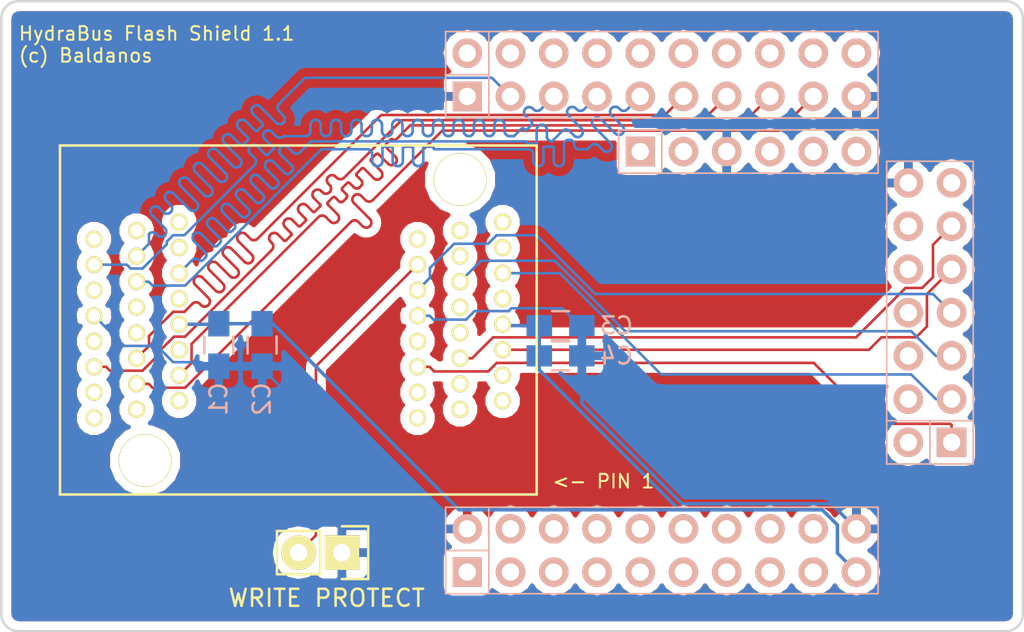
<source format=kicad_pcb>
(kicad_pcb (version 4) (host pcbnew 4.0.6)
  (title_block (title "HydraBus shield template") (date 2015-12-17) (comment 1 http://hydrabus.com/) (comment 2 "Based on the original HydraBus Eagle shield template") (comment 3 "Antti Nykänen <aon@umetronics.com>") (comment 4 "CC BY-SA 4.0"))
  (layers (0 F.Cu signal) (31 B.Cu signal) (34 B.Paste user) (35 F.Paste user) (36 B.SilkS user) (37 F.SilkS user) (38 B.Mask user) (39 F.Mask user) (44 Edge.Cuts user))
  (net 0 "")
  (net 1 /PB0)
  (net 2 /PB11)
  (net 3 /PB1)
  (net 4 /PB10)
  (net 5 /PB2_BOOT1)
  (net 6 /PB9)
  (net 7 /PB3)
  (net 8 /PB8)
  (net 9 /PB4)
  (net 10 /PB7)
  (net 11 /PB5)
  (net 12 /PB6)
  (net 13 +3V3)
  (net 14 GND)
  (net 15 +5V)
  (net 16 /PA0)
  (net 17 /PA15)
  (net 18 /PA1)
  (net 19 /BOOT0)
  (net 20 /PA2)
  (net 21 /PD2_SDIO_CMD)
  (net 22 /PA3)
  (net 23 /USB0D_P)
  (net 24 /PA4)
  (net 25 /USB0D_N)
  (net 26 /PA5)
  (net 27 /PA10)
  (net 28 /PA6)
  (net 29 /PA9)
  (net 30 /PA7)
  (net 31 /PA8)
  (net 32 /PC0)
  (net 33 /PC15)
  (net 34 /PC1)
  (net 35 /PC14)
  (net 36 /PC2)
  (net 37 /PC13)
  (net 38 /PC3)
  (net 39 /PC12_SDIO_CK)
  (net 40 /PC4)
  (net 41 /PC11_SDIO_D3)
  (net 42 /PC5)
  (net 43 /PC10_SDIO_D2)
  (net 44 /PC6)
  (net 45 /PC9_SDIO_D1)
  (net 46 /PC7)
  (net 47 /PC8_SDIO_D0)
  (net 48 /SWD_SWCLK)
  (net 49 /SWD_SWDIO)
  (net 50 /NRST)
  (net 51 "Net-(J4-Pad6)")
  (net 52 "Net-(P1-Pad2)")
  (module umetronics:Hydrabus_Shield_Conn_2x07 (layer B.Cu) (at 171.809 101.908 90)
    (fp_text reference J1 hide)
    (fp_text value CONN_02X07 hide)
    (pad 1 thru_hole rect (at 0 0 90) (size 1.7272 1.7272) (drill 1.016) (layers *.Cu *.Mask B.SilkS) (net 1 /PB0))
    (pad 2 thru_hole oval (at 0 -2.54 90) (size 1.7272 1.7272) (drill 1.016) (layers *.Cu *.Mask B.SilkS) (net 2 /PB11))
    (pad 3 thru_hole oval (at 2.54 0 90) (size 1.7272 1.7272) (drill 1.016) (layers *.Cu *.Mask B.SilkS) (net 3 /PB1))
    (pad 4 thru_hole oval (at 2.54 -2.54 90) (size 1.7272 1.7272) (drill 1.016) (layers *.Cu *.Mask B.SilkS) (net 4 /PB10))
    (pad 5 thru_hole oval (at 5.08 0 90) (size 1.7272 1.7272) (drill 1.016) (layers *.Cu *.Mask B.SilkS) (net 5 /PB2_BOOT1))
    (pad 6 thru_hole oval (at 5.08 -2.54 90) (size 1.7272 1.7272) (drill 1.016) (layers *.Cu *.Mask B.SilkS) (net 6 /PB9))
    (pad 7 thru_hole oval (at 7.62 0 90) (size 1.7272 1.7272) (drill 1.016) (layers *.Cu *.Mask B.SilkS) (net 7 /PB3))
    (pad 8 thru_hole oval (at 7.62 -2.54 90) (size 1.7272 1.7272) (drill 1.016) (layers *.Cu *.Mask B.SilkS) (net 8 /PB8))
    (pad 9 thru_hole oval (at 10.16 0 90) (size 1.7272 1.7272) (drill 1.016) (layers *.Cu *.Mask B.SilkS) (net 9 /PB4))
    (pad 10 thru_hole oval (at 10.16 -2.54 90) (size 1.7272 1.7272) (drill 1.016) (layers *.Cu *.Mask B.SilkS) (net 10 /PB7))
    (pad 11 thru_hole oval (at 12.7 0 90) (size 1.7272 1.7272) (drill 1.016) (layers *.Cu *.Mask B.SilkS) (net 11 /PB5))
    (pad 12 thru_hole oval (at 12.7 -2.54 90) (size 1.7272 1.7272) (drill 1.016) (layers *.Cu *.Mask B.SilkS) (net 12 /PB6))
    (pad 13 thru_hole oval (at 15.24 0 90) (size 1.7272 1.7272) (drill 1.016) (layers *.Cu *.Mask B.SilkS) (net 13 +3V3))
    (pad 14 thru_hole oval (at 15.24 -2.54 90) (size 1.7272 1.7272) (drill 1.016) (layers *.Cu *.Mask B.SilkS) (net 14 GND))
  )
  (module umetronics:Hydrabus_Shield_Conn_1x06 (layer B.Cu) (at 153.521 84.8265)
    (fp_text reference J4 hide)
    (fp_text value CONN_01X06 hide)
    (pad 1 thru_hole rect (at 0 0) (size 1.7272 1.7272) (drill 1.016) (layers *.Cu *.Mask B.SilkS) (net 13 +3V3))
    (pad 2 thru_hole oval (at 2.54 0) (size 1.7272 1.7272) (drill 1.016) (layers *.Cu *.Mask B.SilkS) (net 48 /SWD_SWCLK))
    (pad 3 thru_hole oval (at 5.08 0) (size 1.7272 1.7272) (drill 1.016) (layers *.Cu *.Mask B.SilkS) (net 14 GND))
    (pad 4 thru_hole oval (at 7.62 0) (size 1.7272 1.7272) (drill 1.016) (layers *.Cu *.Mask B.SilkS) (net 49 /SWD_SWDIO))
    (pad 5 thru_hole oval (at 10.16 0) (size 1.7272 1.7272) (drill 1.016) (layers *.Cu *.Mask B.SilkS) (net 50 /NRST))
    (pad 6 thru_hole oval (at 12.7 0) (size 1.7272 1.7272) (drill 1.016) (layers *.Cu *.Mask B.SilkS) (net 51 "Net-(J4-Pad6)"))
  )
  (module umetronics:Hydrabus_Shield_Conn_2x10 (layer B.Cu) (at 143.361 81.588)
    (fp_text reference J3 hide)
    (fp_text value CONN_02X10 hide)
    (pad 1 thru_hole rect (at 0 0) (size 1.7272 1.7272) (drill 1.016) (layers *.Cu *.Mask B.SilkS) (net 14 GND))
    (pad 2 thru_hole oval (at 0 -2.54) (size 1.7272 1.7272) (drill 1.016) (layers *.Cu *.Mask B.SilkS) (net 15 +5V))
    (pad 3 thru_hole oval (at 2.54 0) (size 1.7272 1.7272) (drill 1.016) (layers *.Cu *.Mask B.SilkS) (net 32 /PC0))
    (pad 4 thru_hole oval (at 2.54 -2.54) (size 1.7272 1.7272) (drill 1.016) (layers *.Cu *.Mask B.SilkS) (net 33 /PC15))
    (pad 5 thru_hole oval (at 5.08 0) (size 1.7272 1.7272) (drill 1.016) (layers *.Cu *.Mask B.SilkS) (net 34 /PC1))
    (pad 6 thru_hole oval (at 5.08 -2.54) (size 1.7272 1.7272) (drill 1.016) (layers *.Cu *.Mask B.SilkS) (net 35 /PC14))
    (pad 7 thru_hole oval (at 7.62 0) (size 1.7272 1.7272) (drill 1.016) (layers *.Cu *.Mask B.SilkS) (net 36 /PC2))
    (pad 8 thru_hole oval (at 7.62 -2.54) (size 1.7272 1.7272) (drill 1.016) (layers *.Cu *.Mask B.SilkS) (net 37 /PC13))
    (pad 9 thru_hole oval (at 10.16 0) (size 1.7272 1.7272) (drill 1.016) (layers *.Cu *.Mask B.SilkS) (net 38 /PC3))
    (pad 10 thru_hole oval (at 10.16 -2.54) (size 1.7272 1.7272) (drill 1.016) (layers *.Cu *.Mask B.SilkS) (net 39 /PC12_SDIO_CK))
    (pad 11 thru_hole oval (at 12.7 0) (size 1.7272 1.7272) (drill 1.016) (layers *.Cu *.Mask B.SilkS) (net 40 /PC4))
    (pad 12 thru_hole oval (at 12.7 -2.54) (size 1.7272 1.7272) (drill 1.016) (layers *.Cu *.Mask B.SilkS) (net 41 /PC11_SDIO_D3))
    (pad 13 thru_hole oval (at 15.24 0) (size 1.7272 1.7272) (drill 1.016) (layers *.Cu *.Mask B.SilkS) (net 42 /PC5))
    (pad 14 thru_hole oval (at 15.24 -2.54) (size 1.7272 1.7272) (drill 1.016) (layers *.Cu *.Mask B.SilkS) (net 43 /PC10_SDIO_D2))
    (pad 15 thru_hole oval (at 17.78 0) (size 1.7272 1.7272) (drill 1.016) (layers *.Cu *.Mask B.SilkS) (net 44 /PC6))
    (pad 16 thru_hole oval (at 17.78 -2.54) (size 1.7272 1.7272) (drill 1.016) (layers *.Cu *.Mask B.SilkS) (net 45 /PC9_SDIO_D1))
    (pad 17 thru_hole oval (at 20.32 0) (size 1.7272 1.7272) (drill 1.016) (layers *.Cu *.Mask B.SilkS) (net 46 /PC7))
    (pad 18 thru_hole oval (at 20.32 -2.54) (size 1.7272 1.7272) (drill 1.016) (layers *.Cu *.Mask B.SilkS) (net 47 /PC8_SDIO_D0))
    (pad 19 thru_hole oval (at 22.86 0) (size 1.7272 1.7272) (drill 1.016) (layers *.Cu *.Mask B.SilkS) (net 14 GND))
    (pad 20 thru_hole oval (at 22.86 -2.54) (size 1.7272 1.7272) (drill 1.016) (layers *.Cu *.Mask B.SilkS) (net 13 +3V3))
  )
  (module umetronics:Hydrabus_Shield_Conn_2x10 (layer B.Cu) (at 143.361 109.528)
    (fp_text reference J2 hide)
    (fp_text value CONN_02X10 hide)
    (pad 1 thru_hole rect (at 0 0) (size 1.7272 1.7272) (drill 1.016) (layers *.Cu *.Mask B.SilkS) (net 15 +5V))
    (pad 2 thru_hole oval (at 0 -2.54) (size 1.7272 1.7272) (drill 1.016) (layers *.Cu *.Mask B.SilkS) (net 14 GND))
    (pad 3 thru_hole oval (at 2.54 0) (size 1.7272 1.7272) (drill 1.016) (layers *.Cu *.Mask B.SilkS) (net 16 /PA0))
    (pad 4 thru_hole oval (at 2.54 -2.54) (size 1.7272 1.7272) (drill 1.016) (layers *.Cu *.Mask B.SilkS) (net 17 /PA15))
    (pad 5 thru_hole oval (at 5.08 0) (size 1.7272 1.7272) (drill 1.016) (layers *.Cu *.Mask B.SilkS) (net 18 /PA1))
    (pad 6 thru_hole oval (at 5.08 -2.54) (size 1.7272 1.7272) (drill 1.016) (layers *.Cu *.Mask B.SilkS) (net 19 /BOOT0))
    (pad 7 thru_hole oval (at 7.62 0) (size 1.7272 1.7272) (drill 1.016) (layers *.Cu *.Mask B.SilkS) (net 20 /PA2))
    (pad 8 thru_hole oval (at 7.62 -2.54) (size 1.7272 1.7272) (drill 1.016) (layers *.Cu *.Mask B.SilkS) (net 21 /PD2_SDIO_CMD))
    (pad 9 thru_hole oval (at 10.16 0) (size 1.7272 1.7272) (drill 1.016) (layers *.Cu *.Mask B.SilkS) (net 22 /PA3))
    (pad 10 thru_hole oval (at 10.16 -2.54) (size 1.7272 1.7272) (drill 1.016) (layers *.Cu *.Mask B.SilkS) (net 23 /USB0D_P))
    (pad 11 thru_hole oval (at 12.7 0) (size 1.7272 1.7272) (drill 1.016) (layers *.Cu *.Mask B.SilkS) (net 24 /PA4))
    (pad 12 thru_hole oval (at 12.7 -2.54) (size 1.7272 1.7272) (drill 1.016) (layers *.Cu *.Mask B.SilkS) (net 25 /USB0D_N))
    (pad 13 thru_hole oval (at 15.24 0) (size 1.7272 1.7272) (drill 1.016) (layers *.Cu *.Mask B.SilkS) (net 26 /PA5))
    (pad 14 thru_hole oval (at 15.24 -2.54) (size 1.7272 1.7272) (drill 1.016) (layers *.Cu *.Mask B.SilkS) (net 27 /PA10))
    (pad 15 thru_hole oval (at 17.78 0) (size 1.7272 1.7272) (drill 1.016) (layers *.Cu *.Mask B.SilkS) (net 28 /PA6))
    (pad 16 thru_hole oval (at 17.78 -2.54) (size 1.7272 1.7272) (drill 1.016) (layers *.Cu *.Mask B.SilkS) (net 29 /PA9))
    (pad 17 thru_hole oval (at 20.32 0) (size 1.7272 1.7272) (drill 1.016) (layers *.Cu *.Mask B.SilkS) (net 30 /PA7))
    (pad 18 thru_hole oval (at 20.32 -2.54) (size 1.7272 1.7272) (drill 1.016) (layers *.Cu *.Mask B.SilkS) (net 31 /PA8))
    (pad 19 thru_hole oval (at 22.86 0) (size 1.7272 1.7272) (drill 1.016) (layers *.Cu *.Mask B.SilkS) (net 13 +3V3))
    (pad 20 thru_hole oval (at 22.86 -2.54) (size 1.7272 1.7272) (drill 1.016) (layers *.Cu *.Mask B.SilkS) (net 14 GND))
  )
  (module Pin_Headers:Pin_Header_Straight_1x02 (layer F.Cu) (at 135.995 108.385 270)
    (fp_text reference P1 hide)
    (fp_text value "WRITE PROTECT" (at 2.667 0.889 360) (layer F.SilkS))
    (pad 1 thru_hole rect (at 0 0 270) (size 2.032 2.032) (drill 1.016) (layers *.Cu *.Mask F.SilkS) (net 14 GND))
    (pad 2 thru_hole oval (at 0 2.54 270) (size 2.032 2.032) (drill 1.016) (layers *.Cu *.Mask F.SilkS) (net 52 "Net-(P1-Pad2)"))
  )
  (module Capacitors_SMD:C_0805_HandSoldering (layer B.Cu) (at 128.769884 96.18746 270)
    (fp_text reference C1 (at 3.18054 0.013884 270) (layer B.SilkS) (effects (justify mirror)))
    (fp_text value 1uF)
    (pad 1 smd rect (at -1.25 0 270) (size 1.5 1.25) (layers B.Cu B.Paste B.Mask) (net 13 +3V3))
    (pad 2 smd rect (at 1.25 0 270) (size 1.5 1.25) (layers B.Cu B.Paste B.Mask) (net 14 GND))
  )
  (module Capacitors_SMD:C_0805_HandSoldering (layer B.Cu) (at 131.309884 96.18746 270)
    (fp_text reference C2 (at 3.18054 0.013884 270) (layer B.SilkS) (effects (justify mirror)))
    (fp_text value 100nF)
    (pad 1 smd rect (at -1.25 0 270) (size 1.5 1.25) (layers B.Cu B.Paste B.Mask) (net 13 +3V3))
    (pad 2 smd rect (at 1.25 0 270) (size 1.5 1.25) (layers B.Cu B.Paste B.Mask) (net 14 GND))
  )
  (module Capacitors_SMD:C_0805_HandSoldering (layer B.Cu) (at 148.842 95.05)
    (fp_text reference C3 (at 3.282 0) (layer B.SilkS) (effects (justify mirror)))
    (fp_text value 100nF)
    (pad 1 smd rect (at -1.25 0) (size 1.5 1.25) (layers B.Cu B.Paste B.Mask) (net 13 +3V3))
    (pad 2 smd rect (at 1.25 0) (size 1.5 1.25) (layers B.Cu B.Paste B.Mask) (net 14 GND))
  )
  (module Capacitors_SMD:C_0805_HandSoldering (layer B.Cu) (at 148.842 96.828)
    (fp_text reference C4 (at 3.282 0) (layer B.SilkS) (effects (justify mirror)))
    (fp_text value 1uF)
    (pad 1 smd rect (at -1.25 0) (size 1.5 1.25) (layers B.Cu B.Paste B.Mask) (net 13 +3V3))
    (pad 2 smd rect (at 1.25 0) (size 1.5 1.25) (layers B.Cu B.Paste B.Mask) (net 14 GND))
  )
  (module tsop48_socket:TSOP48ZIF (layer F.Cu) (at 140.44 82.47 180)
    (fp_text reference U1 hide)
    (fp_text value Flash_NAND)
    (pad 1 thru_hole circle (at 0 -18) (size 1 1) (drill 0.7) (layers *.Cu *.Mask F.SilkS))
    (pad 2 thru_hole circle (at -2.5 -17.5) (size 1 1) (drill 0.7) (layers *.Cu *.Mask F.SilkS))
    (pad 3 thru_hole circle (at -5 -17) (size 1 1) (drill 0.7) (layers *.Cu *.Mask F.SilkS))
    (pad 4 thru_hole circle (at 0 -16.5) (size 1 1) (drill 0.7) (layers *.Cu *.Mask F.SilkS))
    (pad 5 thru_hole circle (at -2.5 -16) (size 1 1) (drill 0.7) (layers *.Cu *.Mask F.SilkS))
    (pad 6 thru_hole circle (at -5 -15.5) (size 1 1) (drill 0.7) (layers *.Cu *.Mask F.SilkS))
    (pad 7 thru_hole circle (at 0 -15) (size 1 1) (drill 0.7) (layers *.Cu *.Mask F.SilkS) (net 1 /PB0))
    (pad 8 thru_hole circle (at -2.5 -14.5) (size 1 1) (drill 0.7) (layers *.Cu *.Mask F.SilkS) (net 11 /PB5))
    (pad 9 thru_hole circle (at -5 -14) (size 1 1) (drill 0.7) (layers *.Cu *.Mask F.SilkS) (net 9 /PB4))
    (pad 10 thru_hole circle (at 0 -13.5) (size 1 1) (drill 0.7) (layers *.Cu *.Mask F.SilkS))
    (pad 11 thru_hole circle (at -2.5 -13) (size 1 1) (drill 0.7) (layers *.Cu *.Mask F.SilkS))
    (pad 12 thru_hole circle (at -5 -12.5) (size 1 1) (drill 0.7) (layers *.Cu *.Mask F.SilkS) (net 13 +3V3))
    (pad 13 thru_hole circle (at 0 -12) (size 1 1) (drill 0.7) (layers *.Cu *.Mask F.SilkS) (net 14 GND))
    (pad 14 thru_hole circle (at -2.5 -11.5) (size 1 1) (drill 0.7) (layers *.Cu *.Mask F.SilkS))
    (pad 15 thru_hole circle (at -5 -11) (size 1 1) (drill 0.7) (layers *.Cu *.Mask F.SilkS))
    (pad 16 thru_hole circle (at 0 -10.5) (size 1 1) (drill 0.7) (layers *.Cu *.Mask F.SilkS) (net 7 /PB3))
    (pad 17 thru_hole circle (at -2.5 -10) (size 1 1) (drill 0.7) (layers *.Cu *.Mask F.SilkS) (net 5 /PB2_BOOT1))
    (pad 18 thru_hole circle (at -5 -9.5) (size 1 1) (drill 0.7) (layers *.Cu *.Mask F.SilkS) (net 3 /PB1))
    (pad 19 thru_hole circle (at 0 -9) (size 1 1) (drill 0.7) (layers *.Cu *.Mask F.SilkS) (net 52 "Net-(P1-Pad2)"))
    (pad 20 thru_hole circle (at -2.5 -8.5) (size 1 1) (drill 0.7) (layers *.Cu *.Mask F.SilkS))
    (pad 21 thru_hole circle (at -5 -8) (size 1 1) (drill 0.7) (layers *.Cu *.Mask F.SilkS))
    (pad 22 thru_hole circle (at 0 -7.5) (size 1 1) (drill 0.7) (layers *.Cu *.Mask F.SilkS))
    (pad 23 thru_hole circle (at -2.5 -7) (size 1 1) (drill 0.7) (layers *.Cu *.Mask F.SilkS))
    (pad 24 thru_hole circle (at -5 -6.5) (size 1 1) (drill 0.7) (layers *.Cu *.Mask F.SilkS))
    (pad 25 thru_hole circle (at 14 -6.5) (size 1 1) (drill 0.7) (layers *.Cu *.Mask F.SilkS))
    (pad 26 thru_hole circle (at 16.5 -7) (size 1 1) (drill 0.7) (layers *.Cu *.Mask F.SilkS))
    (pad 27 thru_hole circle (at 19 -7.5) (size 1 1) (drill 0.7) (layers *.Cu *.Mask F.SilkS))
    (pad 28 thru_hole circle (at 14 -8) (size 1 1) (drill 0.7) (layers *.Cu *.Mask F.SilkS))
    (pad 29 thru_hole circle (at 16.5 -8.5) (size 1 1) (drill 0.7) (layers *.Cu *.Mask F.SilkS) (net 32 /PC0))
    (pad 30 thru_hole circle (at 19 -9) (size 1 1) (drill 0.7) (layers *.Cu *.Mask F.SilkS) (net 34 /PC1))
    (pad 31 thru_hole circle (at 14 -9.5) (size 1 1) (drill 0.7) (layers *.Cu *.Mask F.SilkS) (net 36 /PC2))
    (pad 32 thru_hole circle (at 16.5 -10) (size 1 1) (drill 0.7) (layers *.Cu *.Mask F.SilkS) (net 38 /PC3))
    (pad 33 thru_hole circle (at 19 -10.5) (size 1 1) (drill 0.7) (layers *.Cu *.Mask F.SilkS))
    (pad 34 thru_hole circle (at 14 -11) (size 1 1) (drill 0.7) (layers *.Cu *.Mask F.SilkS))
    (pad 35 thru_hole circle (at 16.5 -11.5) (size 1 1) (drill 0.7) (layers *.Cu *.Mask F.SilkS))
    (pad 36 thru_hole circle (at 19 -12) (size 1 1) (drill 0.7) (layers *.Cu *.Mask F.SilkS) (net 14 GND))
    (pad 37 thru_hole circle (at 14 -12.5) (size 1 1) (drill 0.7) (layers *.Cu *.Mask F.SilkS) (net 13 +3V3))
    (pad 38 thru_hole circle (at 16.5 -13) (size 1 1) (drill 0.7) (layers *.Cu *.Mask F.SilkS))
    (pad 39 thru_hole circle (at 19 -13.5) (size 1 1) (drill 0.7) (layers *.Cu *.Mask F.SilkS))
    (pad 40 thru_hole circle (at 14 -14) (size 1 1) (drill 0.7) (layers *.Cu *.Mask F.SilkS))
    (pad 41 thru_hole circle (at 16.5 -14.5) (size 1 1) (drill 0.7) (layers *.Cu *.Mask F.SilkS) (net 40 /PC4))
    (pad 42 thru_hole circle (at 19 -15) (size 1 1) (drill 0.7) (layers *.Cu *.Mask F.SilkS) (net 42 /PC5))
    (pad 43 thru_hole circle (at 14 -15.5) (size 1 1) (drill 0.7) (layers *.Cu *.Mask F.SilkS) (net 44 /PC6))
    (pad 44 thru_hole circle (at 16.5 -16) (size 1 1) (drill 0.7) (layers *.Cu *.Mask F.SilkS) (net 46 /PC7))
    (pad 45 thru_hole circle (at 19 -16.5) (size 1 1) (drill 0.7) (layers *.Cu *.Mask F.SilkS))
    (pad 46 thru_hole circle (at 14 -17) (size 1 1) (drill 0.7) (layers *.Cu *.Mask F.SilkS))
    (pad 47 thru_hole circle (at 16.5 -17.5) (size 1 1) (drill 0.7) (layers *.Cu *.Mask F.SilkS))
    (pad 48 thru_hole circle (at 19 -18) (size 1 1) (drill 0.7) (layers *.Cu *.Mask F.SilkS))
    (pad 26 thru_hole circle (at 16 -20.5 180) (size 3.1 3.1) (drill 3) (layers *.Cu *.Mask F.SilkS))
    (pad 27 thru_hole circle (at -2.5 -4 180) (size 3.1 3.1) (drill 3) (layers *.Cu *.Mask F.SilkS))
  )
  (gr_text "<- PIN 1" (at 151.362 104.194) (layer F.SilkS) (effects (font (size 0.8 0.8) (thickness 0.12))))
  (gr_line (start 176 111) (end 176 112) (angle 90) (layer Edge.Cuts) (width 0.15))
  (gr_arc (start 175 112) (end 176 112) (angle 90) (layer Edge.Cuts) (width 0.15))
  (gr_line (start 174 113) (end 175 113) (angle 90) (layer Edge.Cuts) (width 0.15))
  (gr_text "HydraBus Flash Shield 1.1\n(c) Baldanos" (at 116.945 78.54) (layer F.SilkS) (effects (font (size 0.8 0.8) (thickness 0.12)) (justify left)))
  (gr_line (start 117 113) (end 118 113) (angle 90) (layer Edge.Cuts) (width 0.15))
  (gr_line (start 116 111) (end 116 112) (angle 90) (layer Edge.Cuts) (width 0.15))
  (gr_arc (start 117 112) (end 117 113) (angle 90) (layer Edge.Cuts) (width 0.15))
  (gr_line (start 116 78) (end 116 77) (angle 90) (layer Edge.Cuts) (width 0.15))
  (gr_line (start 118 76) (end 117 76) (angle 90) (layer Edge.Cuts) (width 0.15))
  (gr_arc (start 117 77) (end 116 77) (angle 90) (layer Edge.Cuts) (width 0.15))
  (gr_line (start 176 77) (end 176 78) (angle 90) (layer Edge.Cuts) (width 0.15))
  (gr_line (start 174 76) (end 175 76) (angle 90) (layer Edge.Cuts) (width 0.15))
  (gr_arc (start 175 77) (end 175 76) (angle 90) (layer Edge.Cuts) (width 0.15))
  (gr_line (start 116 111) (end 116 78) (angle 90) (layer Edge.Cuts) (width 0.15))
  (gr_line (start 174 113) (end 118 113) (angle 90) (layer Edge.Cuts) (width 0.15))
  (gr_line (start 176 78) (end 176 111) (angle 90) (layer Edge.Cuts) (width 0.15))
  (gr_line (start 118 76) (end 174 76) (angle 90) (layer Edge.Cuts) (width 0.15))
  (segment (start 140.44 97.47) (end 141.147106 97.47) (width 0.1524) (layer F.Cu) (net 1))
  (segment (start 144.590271 97.741399) (end 145.090271 97.241399) (width 0.1524) (layer F.Cu) (net 1))
  (segment (start 141.147106 97.47) (end 141.418505 97.741399) (width 0.1524) (layer F.Cu) (net 1))
  (segment (start 141.418505 97.741399) (end 144.590271 97.741399) (width 0.1524) (layer F.Cu) (net 1))
  (segment (start 145.090271 97.241399) (end 163.713399 97.241399) (width 0.1524) (layer F.Cu) (net 1))
  (segment (start 163.713399 97.241399) (end 167.287799 100.815799) (width 0.1524) (layer F.Cu) (net 1))
  (segment (start 167.287799 100.815799) (end 171.732799 100.815799) (width 0.1524) (layer F.Cu) (net 1))
  (segment (start 171.732799 100.815799) (end 171.809 100.892) (width 0.1524) (layer F.Cu) (net 1))
  (segment (start 171.809 100.892) (end 171.809 101.908) (width 0.1524) (layer F.Cu) (net 1))
  (segment (start 171.809 99.368) (end 170.885458 99.368) (width 0.1524) (layer B.Cu) (net 3))
  (segment (start 170.885458 99.368) (end 169.437659 97.920201) (width 0.1524) (layer B.Cu) (net 3))
  (segment (start 169.437659 97.920201) (end 154.748683 97.920201) (width 0.1524) (layer B.Cu) (net 3))
  (segment (start 154.748683 97.920201) (end 148.798482 91.97) (width 0.1524) (layer B.Cu) (net 3))
  (segment (start 148.798482 91.97) (end 146.147106 91.97) (width 0.1524) (layer B.Cu) (net 3))
  (segment (start 146.147106 91.97) (end 145.44 91.97) (width 0.1524) (layer B.Cu) (net 3))
  (segment (start 171.809 96.828) (end 170.885458 96.828) (width 0.1524) (layer B.Cu) (net 5))
  (segment (start 170.885458 96.828) (end 169.437659 95.380201) (width 0.1524) (layer B.Cu) (net 5))
  (segment (start 169.437659 95.380201) (end 152.639749 95.380201) (width 0.1524) (layer B.Cu) (net 5))
  (segment (start 152.639749 95.380201) (end 148.500947 91.241399) (width 0.1524) (layer B.Cu) (net 5))
  (segment (start 143.439999 91.970001) (end 142.94 92.47) (width 0.1524) (layer B.Cu) (net 5))
  (segment (start 148.500947 91.241399) (end 144.168601 91.241399) (width 0.1524) (layer B.Cu) (net 5))
  (segment (start 144.168601 91.241399) (end 143.439999 91.970001) (width 0.1524) (layer B.Cu) (net 5))
  (segment (start 171.809 94.288) (end 170.716799 93.195799) (width 0.1524) (layer B.Cu) (net 7))
  (segment (start 170.716799 93.195799) (end 150.886413 93.195799) (width 0.1524) (layer B.Cu) (net 7))
  (segment (start 150.886413 93.195799) (end 147.432013 89.741399) (width 0.1524) (layer B.Cu) (net 7))
  (segment (start 147.432013 89.741399) (end 145.090271 89.741399) (width 0.1524) (layer B.Cu) (net 7))
  (segment (start 145.090271 89.741399) (end 144.590271 90.241399) (width 0.1524) (layer B.Cu) (net 7))
  (segment (start 144.590271 90.241399) (end 142.590271 90.241399) (width 0.1524) (layer B.Cu) (net 7))
  (segment (start 141.168601 92.241399) (end 140.939999 92.470001) (width 0.1524) (layer B.Cu) (net 7))
  (segment (start 140.939999 92.470001) (end 140.44 92.97) (width 0.1524) (layer B.Cu) (net 7))
  (segment (start 142.590271 90.241399) (end 141.168601 91.663069) (width 0.1524) (layer B.Cu) (net 7))
  (segment (start 141.168601 91.663069) (end 141.168601 92.241399) (width 0.1524) (layer B.Cu) (net 7))
  (segment (start 167.694201 95.735799) (end 166.96 96.47) (width 0.1524) (layer F.Cu) (net 9))
  (segment (start 166.96 96.47) (end 145.44 96.47) (width 0.1524) (layer F.Cu) (net 9))
  (segment (start 171.809 91.748) (end 170.361201 93.195799) (width 0.1524) (layer F.Cu) (net 9))
  (segment (start 170.361201 93.195799) (end 170.361201 95.100799) (width 0.1524) (layer F.Cu) (net 9))
  (segment (start 170.361201 95.100799) (end 169.726201 95.735799) (width 0.1524) (layer F.Cu) (net 9))
  (segment (start 169.726201 95.735799) (end 167.694201 95.735799) (width 0.1524) (layer F.Cu) (net 9))
  (segment (start 142.94 96.97) (end 143.647106 96.97) (width 0.1524) (layer F.Cu) (net 11))
  (segment (start 170.716799 90.300201) (end 170.945401 90.071599) (width 0.1524) (layer F.Cu) (net 11))
  (segment (start 143.647106 96.97) (end 144.875707 95.741399) (width 0.1524) (layer F.Cu) (net 11))
  (segment (start 166.199143 95.741399) (end 169.100341 92.840201) (width 0.1524) (layer F.Cu) (net 11))
  (segment (start 144.875707 95.741399) (end 166.199143 95.741399) (width 0.1524) (layer F.Cu) (net 11))
  (segment (start 169.100341 92.840201) (end 170.081799 92.840201) (width 0.1524) (layer F.Cu) (net 11))
  (segment (start 170.081799 92.840201) (end 170.716799 92.205201) (width 0.1524) (layer F.Cu) (net 11))
  (segment (start 170.716799 92.205201) (end 170.716799 90.300201) (width 0.1524) (layer F.Cu) (net 11))
  (segment (start 170.945401 90.071599) (end 171.809 89.208) (width 0.1524) (layer F.Cu) (net 11))
  (segment (start 147.592 96.828) (end 147.592 97.6562) (width 0.2032) (layer B.Cu) (net 13))
  (segment (start 147.592 97.6562) (end 155.806199 105.870399) (width 0.2032) (layer B.Cu) (net 13))
  (segment (start 155.806199 105.870399) (end 164.217449 105.870399) (width 0.2032) (layer B.Cu) (net 13))
  (segment (start 165.103399 106.756349) (end 165.103399 108.410399) (width 0.2032) (layer B.Cu) (net 13))
  (segment (start 164.217449 105.870399) (end 165.103399 106.756349) (width 0.2032) (layer B.Cu) (net 13))
  (segment (start 165.103399 108.410399) (end 165.357401 108.664401) (width 0.2032) (layer B.Cu) (net 13))
  (segment (start 165.357401 108.664401) (end 166.221 109.528) (width 0.2032) (layer B.Cu) (net 13))
  (segment (start 147.592 95.05) (end 147.592 96.828) (width 0.2032) (layer B.Cu) (net 13))
  (segment (start 147.592 95.05) (end 145.52 95.05) (width 0.2032) (layer B.Cu) (net 13))
  (segment (start 145.52 95.05) (end 145.44 94.97) (width 0.2032) (layer B.Cu) (net 13))
  (segment (start 131.309884 94.93746) (end 131.94546 94.93746) (width 0.2032) (layer B.Cu) (net 13))
  (segment (start 131.94546 94.93746) (end 142.878399 105.870399) (width 0.2032) (layer B.Cu) (net 13))
  (segment (start 142.878399 105.870399) (end 164.217449 105.870399) (width 0.2032) (layer B.Cu) (net 13))
  (segment (start 128.769884 94.93746) (end 131.309884 94.93746) (width 0.2032) (layer B.Cu) (net 13))
  (segment (start 126.44 94.97) (end 128.737344 94.97) (width 0.2032) (layer B.Cu) (net 13))
  (segment (start 128.737344 94.97) (end 128.769884 94.93746) (width 0.2032) (layer B.Cu) (net 13))
  (segment (start 150.092 95.05) (end 149.967 95.05) (width 0.1524) (layer B.Cu) (net 14))
  (segment (start 149.967 95.05) (end 148.951 94.034) (width 0.1524) (layer B.Cu) (net 14))
  (segment (start 141.375707 94.698601) (end 141.147106 94.47) (width 0.1524) (layer B.Cu) (net 14))
  (segment (start 148.951 94.034) (end 145.95433 94.034) (width 0.1524) (layer B.Cu) (net 14))
  (segment (start 145.95433 94.034) (end 145.789729 94.198601) (width 0.1524) (layer B.Cu) (net 14))
  (segment (start 141.147106 94.47) (end 140.44 94.47) (width 0.1524) (layer B.Cu) (net 14))
  (segment (start 145.789729 94.198601) (end 143.789729 94.198601) (width 0.1524) (layer B.Cu) (net 14))
  (segment (start 143.789729 94.198601) (end 143.289729 94.698601) (width 0.1524) (layer B.Cu) (net 14))
  (segment (start 143.289729 94.698601) (end 141.375707 94.698601) (width 0.1524) (layer B.Cu) (net 14))
  (segment (start 150.092 96.828) (end 150.092 95.05) (width 0.2032) (layer B.Cu) (net 14))
  (segment (start 166.221 106.988) (end 164.747789 105.514789) (width 0.2032) (layer B.Cu) (net 14))
  (segment (start 164.747789 105.514789) (end 155.984789 105.514789) (width 0.2032) (layer B.Cu) (net 14))
  (segment (start 155.984789 105.514789) (end 150.092 99.622) (width 0.2032) (layer B.Cu) (net 14))
  (segment (start 150.092 99.622) (end 150.092 96.828) (width 0.2032) (layer B.Cu) (net 14))
  (segment (start 143.361 106.988) (end 136.2236 106.988) (width 0.1524) (layer B.Cu) (net 14))
  (segment (start 136.2236 106.988) (end 135.995 107.2166) (width 0.1524) (layer B.Cu) (net 14))
  (segment (start 135.995 107.2166) (end 135.995 108.385) (width 0.1524) (layer B.Cu) (net 14))
  (segment (start 131.309884 97.43746) (end 131.309884 97.56246) (width 0.1524) (layer B.Cu) (net 14))
  (segment (start 131.309884 97.56246) (end 140.735424 106.988) (width 0.1524) (layer B.Cu) (net 14))
  (segment (start 140.735424 106.988) (end 142.139686 106.988) (width 0.1524) (layer B.Cu) (net 14))
  (segment (start 142.139686 106.988) (end 143.361 106.988) (width 0.1524) (layer B.Cu) (net 14))
  (segment (start 128.769884 97.43746) (end 131.309884 97.43746) (width 0.1524) (layer B.Cu) (net 14))
  (segment (start 121.44 94.47) (end 123.211399 96.241399) (width 0.1524) (layer B.Cu) (net 14))
  (segment (start 127.753625 97.198601) (end 127.992484 97.43746) (width 0.1524) (layer B.Cu) (net 14))
  (segment (start 123.211399 96.241399) (end 125.133069 96.241399) (width 0.1524) (layer B.Cu) (net 14))
  (segment (start 125.133069 96.241399) (end 126.090271 97.198601) (width 0.1524) (layer B.Cu) (net 14))
  (segment (start 126.090271 97.198601) (end 127.753625 97.198601) (width 0.1524) (layer B.Cu) (net 14))
  (segment (start 127.992484 97.43746) (end 128.769884 97.43746) (width 0.1524) (layer B.Cu) (net 14))
  (segment (start 128.389573 87.26027) (end 128.404522 87.194776) (width 0.1524) (layer B.Cu) (net 32))
  (segment (start 130.133517 84.465009) (end 130.156636 84.459732) (width 0.1524) (layer B.Cu) (net 32))
  (segment (start 125.261298 88.134447) (end 125.51713 88.390279) (width 0.1524) (layer B.Cu) (net 32))
  (segment (start 128.231142 85.164602) (end 128.189256 85.112081) (width 0.1524) (layer B.Cu) (net 32))
  (segment (start 125.638068 89.6896) (end 125.667215 89.629074) (width 0.1524) (layer B.Cu) (net 32))
  (segment (start 124.721123 89.621183) (end 124.781649 89.592036) (width 0.1524) (layer B.Cu) (net 32))
  (segment (start 128.404522 87.127597) (end 128.389573 87.062103) (width 0.1524) (layer B.Cu) (net 32))
  (segment (start 125.983278 88.337756) (end 126.012424 88.277231) (width 0.1524) (layer B.Cu) (net 32))
  (segment (start 125.483135 89.813156) (end 125.543661 89.784008) (width 0.1524) (layer B.Cu) (net 32))
  (segment (start 125.350462 89.828105) (end 125.41764 89.828105) (width 0.1524) (layer B.Cu) (net 32))
  (segment (start 123.94 90.97) (end 124.668601 90.241399) (width 0.1524) (layer B.Cu) (net 32))
  (segment (start 128.145161 84.918881) (end 128.160108 84.853387) (width 0.1524) (layer B.Cu) (net 32))
  (segment (start 125.682164 89.496401) (end 125.667215 89.430907) (width 0.1524) (layer B.Cu) (net 32))
  (segment (start 132.561176 82.706419) (end 132.305344 82.450587) (width 0.1524) (layer B.Cu) (net 32))
  (segment (start 124.668601 90.241399) (end 124.668601 89.663069) (width 0.1524) (layer B.Cu) (net 32))
  (segment (start 126.586611 86.395507) (end 126.647136 86.366361) (width 0.1524) (layer B.Cu) (net 32))
  (segment (start 129.704379 85.747298) (end 129.769873 85.762246) (width 0.1524) (layer B.Cu) (net 32))
  (segment (start 127.495663 85.517834) (end 127.561158 85.502884) (width 0.1524) (layer B.Cu) (net 32))
  (segment (start 124.668601 89.663069) (end 124.721123 89.621183) (width 0.1524) (layer B.Cu) (net 32))
  (segment (start 124.781649 89.592036) (end 124.847143 89.577087) (width 0.1524) (layer B.Cu) (net 32))
  (segment (start 130.829246 82.152872) (end 130.889771 82.123726) (width 0.1524) (layer B.Cu) (net 32))
  (segment (start 126.845304 86.36636) (end 126.905829 86.395508) (width 0.1524) (layer B.Cu) (net 32))
  (segment (start 132.136912 83.130684) (end 132.189434 83.172569) (width 0.1524) (layer B.Cu) (net 32))
  (segment (start 125.208775 88.092562) (end 125.261298 88.134447) (width 0.1524) (layer B.Cu) (net 32))
  (segment (start 128.266018 87.415204) (end 128.318541 87.373319) (width 0.1524) (layer B.Cu) (net 32))
  (segment (start 125.41764 89.828105) (end 125.483135 89.813156) (width 0.1524) (layer B.Cu) (net 32))
  (segment (start 124.847143 89.577087) (end 124.914322 89.577087) (width 0.1524) (layer B.Cu) (net 32))
  (segment (start 124.914322 89.577087) (end 124.979816 89.592036) (width 0.1524) (layer B.Cu) (net 32))
  (segment (start 132.219363 82.204866) (end 132.234311 82.139372) (width 0.1524) (layer B.Cu) (net 32))
  (segment (start 130.690741 82.44048) (end 130.690742 82.3733) (width 0.1524) (layer B.Cu) (net 32))
  (segment (start 125.171919 89.742123) (end 125.224441 89.784008) (width 0.1524) (layer B.Cu) (net 32))
  (segment (start 132.305344 82.026323) (end 133.835871 80.495799) (width 0.1524) (layer B.Cu) (net 32))
  (segment (start 125.941392 87.966014) (end 125.685561 87.710183) (width 0.1524) (layer B.Cu) (net 32))
  (segment (start 125.638068 89.370381) (end 125.596183 89.317858) (width 0.1524) (layer B.Cu) (net 32))
  (segment (start 130.982044 83.616482) (end 131.005163 83.611205) (width 0.1524) (layer B.Cu) (net 32))
  (segment (start 124.979816 89.592036) (end 125.040342 89.621183) (width 0.1524) (layer B.Cu) (net 32))
  (segment (start 127.555995 88.043303) (end 127.555995 87.976124) (width 0.1524) (layer B.Cu) (net 32))
  (segment (start 130.239412 82.972252) (end 130.299937 83.0014) (width 0.1524) (layer B.Cu) (net 32))
  (segment (start 124.837034 88.55871) (end 124.795148 88.506189) (width 0.1524) (layer B.Cu) (net 32))
  (segment (start 127.382615 86.013129) (end 127.340729 85.960608) (width 0.1524) (layer B.Cu) (net 32))
  (segment (start 132.382633 83.216665) (end 132.448128 83.201717) (width 0.1524) (layer B.Cu) (net 32))
  (segment (start 125.224441 89.784008) (end 125.284967 89.813156) (width 0.1524) (layer B.Cu) (net 32))
  (segment (start 124.795148 88.506189) (end 124.766 88.445663) (width 0.1524) (layer B.Cu) (net 32))
  (segment (start 125.543661 89.784008) (end 125.596183 89.742123) (width 0.1524) (layer B.Cu) (net 32))
  (segment (start 125.667215 89.430907) (end 125.638068 89.370381) (width 0.1524) (layer B.Cu) (net 32))
  (segment (start 124.766 88.445663) (end 124.751052 88.380169) (width 0.1524) (layer B.Cu) (net 32))
  (segment (start 125.040342 89.621183) (end 125.092865 89.663069) (width 0.1524) (layer B.Cu) (net 32))
  (segment (start 125.092865 89.663069) (end 125.171919 89.742123) (width 0.1524) (layer B.Cu) (net 32))
  (segment (start 130.496115 84.050298) (end 130.485826 84.028933) (width 0.1524) (layer B.Cu) (net 32))
  (segment (start 127.311581 85.900082) (end 127.296633 85.834588) (width 0.1524) (layer B.Cu) (net 32))
  (segment (start 132.315454 83.216665) (end 132.382633 83.216665) (width 0.1524) (layer B.Cu) (net 32))
  (segment (start 125.284967 89.813156) (end 125.350462 89.828105) (width 0.1524) (layer B.Cu) (net 32))
  (segment (start 125.630179 88.461311) (end 125.695673 88.476259) (width 0.1524) (layer B.Cu) (net 32))
  (segment (start 125.596183 89.742123) (end 125.638068 89.6896) (width 0.1524) (layer B.Cu) (net 32))
  (segment (start 130.101576 85.497722) (end 130.101576 85.430543) (width 0.1524) (layer B.Cu) (net 32))
  (segment (start 129.45141 83.849927) (end 129.503933 83.891812) (width 0.1524) (layer B.Cu) (net 32))
  (segment (start 125.828345 88.461312) (end 125.888871 88.432164) (width 0.1524) (layer B.Cu) (net 32))
  (segment (start 128.795326 86.566677) (end 128.855852 86.595825) (width 0.1524) (layer B.Cu) (net 32))
  (segment (start 125.667215 89.629074) (end 125.682164 89.56358) (width 0.1524) (layer B.Cu) (net 32))
  (segment (start 125.983277 88.018538) (end 125.941392 87.966014) (width 0.1524) (layer B.Cu) (net 32))
  (segment (start 127.098272 88.263731) (end 127.158798 88.292879) (width 0.1524) (layer B.Cu) (net 32))
  (segment (start 125.682164 89.56358) (end 125.682164 89.496401) (width 0.1524) (layer B.Cu) (net 32))
  (segment (start 125.596183 89.317858) (end 124.837034 88.55871) (width 0.1524) (layer B.Cu) (net 32))
  (segment (start 125.685561 87.710183) (end 125.643675 87.657662) (width 0.1524) (layer B.Cu) (net 32))
  (segment (start 124.766 88.247495) (end 124.795149 88.186969) (width 0.1524) (layer B.Cu) (net 32))
  (segment (start 128.993687 84.137534) (end 128.993688 84.070354) (width 0.1524) (layer B.Cu) (net 32))
  (segment (start 126.012425 88.079063) (end 125.983277 88.018538) (width 0.1524) (layer B.Cu) (net 32))
  (segment (start 124.751052 88.380169) (end 124.751053 88.312989) (width 0.1524) (layer B.Cu) (net 32))
  (segment (start 124.751053 88.312989) (end 124.766 88.247495) (width 0.1524) (layer B.Cu) (net 32))
  (segment (start 130.196542 84.434657) (end 130.47104 84.160158) (width 0.1524) (layer B.Cu) (net 32))
  (segment (start 124.795149 88.186969) (end 124.837034 88.134446) (width 0.1524) (layer B.Cu) (net 32))
  (segment (start 132.219363 82.272045) (end 132.219363 82.204866) (width 0.1524) (layer B.Cu) (net 32))
  (segment (start 126.463054 86.748609) (end 126.448106 86.683115) (width 0.1524) (layer B.Cu) (net 32))
  (segment (start 128.602883 84.698454) (end 128.655406 84.740339) (width 0.1524) (layer B.Cu) (net 32))
  (segment (start 125.082755 88.048466) (end 125.14825 88.063414) (width 0.1524) (layer B.Cu) (net 32))
  (segment (start 126.779809 86.351412) (end 126.845304 86.36636) (width 0.1524) (layer B.Cu) (net 32))
  (segment (start 126.905829 86.395508) (end 126.958352 86.437393) (width 0.1524) (layer B.Cu) (net 32))
  (segment (start 126.057302 87.244035) (end 126.109825 87.28592) (width 0.1524) (layer B.Cu) (net 32))
  (segment (start 127.894277 87.373319) (end 127.946799 87.415204) (width 0.1524) (layer B.Cu) (net 32))
  (segment (start 124.837034 88.134446) (end 124.889557 88.092561) (width 0.1524) (layer B.Cu) (net 32))
  (segment (start 124.889557 88.092561) (end 124.950082 88.063415) (width 0.1524) (layer B.Cu) (net 32))
  (segment (start 130.086683 84.459732) (end 130.109803 84.465009) (width 0.1524) (layer B.Cu) (net 32))
  (segment (start 127.04575 88.221846) (end 127.098272 88.263731) (width 0.1524) (layer B.Cu) (net 32))
  (segment (start 124.950082 88.063415) (end 125.015577 88.048465) (width 0.1524) (layer B.Cu) (net 32))
  (segment (start 127.541046 88.108797) (end 127.555995 88.043303) (width 0.1524) (layer B.Cu) (net 32))
  (segment (start 125.569653 88.432163) (end 125.630179 88.461311) (width 0.1524) (layer B.Cu) (net 32))
  (segment (start 126.448107 86.615935) (end 126.463054 86.550441) (width 0.1524) (layer B.Cu) (net 32))
  (segment (start 125.015577 88.048465) (end 125.082755 88.048466) (width 0.1524) (layer B.Cu) (net 32))
  (segment (start 125.14825 88.063414) (end 125.208775 88.092562) (width 0.1524) (layer B.Cu) (net 32))
  (segment (start 129.928196 83.043284) (end 129.980719 83.001399) (width 0.1524) (layer B.Cu) (net 32))
  (segment (start 127.511899 87.850104) (end 127.470014 87.797581) (width 0.1524) (layer B.Cu) (net 32))
  (segment (start 125.51713 88.390279) (end 125.569653 88.432163) (width 0.1524) (layer B.Cu) (net 32))
  (segment (start 125.695673 88.476259) (end 125.762851 88.47626) (width 0.1524) (layer B.Cu) (net 32))
  (segment (start 125.762851 88.47626) (end 125.828345 88.461312) (width 0.1524) (layer B.Cu) (net 32))
  (segment (start 125.888871 88.432164) (end 125.941394 88.390279) (width 0.1524) (layer B.Cu) (net 32))
  (segment (start 128.855852 86.595825) (end 128.921346 86.610773) (width 0.1524) (layer B.Cu) (net 32))
  (segment (start 129.643853 85.71815) (end 129.704379 85.747298) (width 0.1524) (layer B.Cu) (net 32))
  (segment (start 125.685561 87.285919) (end 125.738084 87.244034) (width 0.1524) (layer B.Cu) (net 32))
  (segment (start 125.941394 88.390279) (end 125.941392 88.390278) (width 0.1524) (layer B.Cu) (net 32))
  (segment (start 130.05748 85.304523) (end 130.015595 85.252) (width 0.1524) (layer B.Cu) (net 32))
  (segment (start 128.007325 87.444352) (end 128.072819 87.4593) (width 0.1524) (layer B.Cu) (net 32))
  (segment (start 125.614528 87.398968) (end 125.643676 87.338442) (width 0.1524) (layer B.Cu) (net 32))
  (segment (start 131.349919 83.248605) (end 131.349919 83.224891) (width 0.1524) (layer B.Cu) (net 32))
  (segment (start 125.614527 87.597136) (end 125.599579 87.531642) (width 0.1524) (layer B.Cu) (net 32))
  (segment (start 129.132192 83.849926) (end 129.192717 83.82078) (width 0.1524) (layer B.Cu) (net 32))
  (segment (start 125.941392 88.390278) (end 125.983278 88.337756) (width 0.1524) (layer B.Cu) (net 32))
  (segment (start 126.012424 88.277231) (end 126.027374 88.211736) (width 0.1524) (layer B.Cu) (net 32))
  (segment (start 126.027374 88.211736) (end 126.027373 88.144558) (width 0.1524) (layer B.Cu) (net 32))
  (segment (start 126.027373 88.144558) (end 126.012425 88.079063) (width 0.1524) (layer B.Cu) (net 32))
  (segment (start 125.643675 87.657662) (end 125.614527 87.597136) (width 0.1524) (layer B.Cu) (net 32))
  (segment (start 131.319567 83.311631) (end 131.334353 83.29309) (width 0.1524) (layer B.Cu) (net 32))
  (segment (start 125.599579 87.531642) (end 125.59958 87.464462) (width 0.1524) (layer B.Cu) (net 32))
  (segment (start 128.742804 86.524792) (end 128.795326 86.566677) (width 0.1524) (layer B.Cu) (net 32))
  (segment (start 127.311581 85.701914) (end 127.34073 85.641388) (width 0.1524) (layer B.Cu) (net 32))
  (segment (start 130.299937 83.0014) (end 130.35246 83.043285) (width 0.1524) (layer B.Cu) (net 32))
  (segment (start 125.59958 87.464462) (end 125.614528 87.398968) (width 0.1524) (layer B.Cu) (net 32))
  (segment (start 125.643676 87.338442) (end 125.685561 87.285919) (width 0.1524) (layer B.Cu) (net 32))
  (segment (start 130.178002 84.449443) (end 130.196542 84.434657) (width 0.1524) (layer B.Cu) (net 32))
  (segment (start 127.224292 88.307827) (end 127.291471 88.307827) (width 0.1524) (layer B.Cu) (net 32))
  (segment (start 125.738084 87.244034) (end 125.798609 87.214888) (width 0.1524) (layer B.Cu) (net 32))
  (segment (start 127.511899 88.169323) (end 127.541046 88.108797) (width 0.1524) (layer B.Cu) (net 32))
  (segment (start 125.798609 87.214888) (end 125.864104 87.199938) (width 0.1524) (layer B.Cu) (net 32))
  (segment (start 127.296634 85.767408) (end 127.311581 85.701914) (width 0.1524) (layer B.Cu) (net 32))
  (segment (start 130.705689 82.505974) (end 130.690741 82.44048) (width 0.1524) (layer B.Cu) (net 32))
  (segment (start 125.864104 87.199938) (end 125.931282 87.199939) (width 0.1524) (layer B.Cu) (net 32))
  (segment (start 125.931282 87.199939) (end 125.996777 87.214887) (width 0.1524) (layer B.Cu) (net 32))
  (segment (start 127.291471 88.307827) (end 127.356966 88.292879) (width 0.1524) (layer B.Cu) (net 32))
  (segment (start 126.492202 86.809135) (end 126.463054 86.748609) (width 0.1524) (layer B.Cu) (net 32))
  (segment (start 132.263459 82.078846) (end 132.305344 82.026323) (width 0.1524) (layer B.Cu) (net 32))
  (segment (start 125.996777 87.214887) (end 126.057302 87.244035) (width 0.1524) (layer B.Cu) (net 32))
  (segment (start 126.109825 87.28592) (end 127.04575 88.221846) (width 0.1524) (layer B.Cu) (net 32))
  (segment (start 128.34419 84.669307) (end 128.409685 84.654357) (width 0.1524) (layer B.Cu) (net 32))
  (segment (start 127.417491 88.263731) (end 127.470014 88.221846) (width 0.1524) (layer B.Cu) (net 32))
  (segment (start 132.234311 82.337539) (end 132.219363 82.272045) (width 0.1524) (layer B.Cu) (net 32))
  (segment (start 127.158798 88.292879) (end 127.224292 88.307827) (width 0.1524) (layer B.Cu) (net 32))
  (segment (start 128.404522 87.194776) (end 128.404522 87.127597) (width 0.1524) (layer B.Cu) (net 32))
  (segment (start 130.913845 83.600916) (end 130.93521 83.611205) (width 0.1524) (layer B.Cu) (net 32))
  (segment (start 127.356966 88.292879) (end 127.417491 88.263731) (width 0.1524) (layer B.Cu) (net 32))
  (segment (start 127.470014 88.221846) (end 127.511899 88.169323) (width 0.1524) (layer B.Cu) (net 32))
  (segment (start 127.555995 87.976124) (end 127.541046 87.91063) (width 0.1524) (layer B.Cu) (net 32))
  (segment (start 131.334353 83.180406) (end 131.319567 83.161865) (width 0.1524) (layer B.Cu) (net 32))
  (segment (start 127.541046 87.91063) (end 127.511899 87.850104) (width 0.1524) (layer B.Cu) (net 32))
  (segment (start 130.889771 82.123726) (end 130.955266 82.108776) (width 0.1524) (layer B.Cu) (net 32))
  (segment (start 131.349919 83.224891) (end 131.344642 83.201771) (width 0.1524) (layer B.Cu) (net 32))
  (segment (start 127.34073 85.641388) (end 127.382615 85.588865) (width 0.1524) (layer B.Cu) (net 32))
  (segment (start 127.470014 87.797581) (end 126.534088 86.861656) (width 0.1524) (layer B.Cu) (net 32))
  (segment (start 126.534088 86.861656) (end 126.492202 86.809135) (width 0.1524) (layer B.Cu) (net 32))
  (segment (start 132.263459 82.398065) (end 132.234311 82.337539) (width 0.1524) (layer B.Cu) (net 32))
  (segment (start 126.448106 86.683115) (end 126.448107 86.615935) (width 0.1524) (layer B.Cu) (net 32))
  (segment (start 128.318541 86.949054) (end 127.382615 86.013129) (width 0.1524) (layer B.Cu) (net 32))
  (segment (start 130.705689 82.307806) (end 130.734838 82.24728) (width 0.1524) (layer B.Cu) (net 32))
  (segment (start 126.463054 86.550441) (end 126.492203 86.489915) (width 0.1524) (layer B.Cu) (net 32))
  (segment (start 128.205493 87.444352) (end 128.266018 87.415204) (width 0.1524) (layer B.Cu) (net 32))
  (segment (start 126.492203 86.489915) (end 126.534088 86.437392) (width 0.1524) (layer B.Cu) (net 32))
  (segment (start 126.534088 86.437392) (end 126.586611 86.395507) (width 0.1524) (layer B.Cu) (net 32))
  (segment (start 130.47104 84.160158) (end 130.485826 84.141617) (width 0.1524) (layer B.Cu) (net 32))
  (segment (start 126.647136 86.366361) (end 126.712631 86.351411) (width 0.1524) (layer B.Cu) (net 32))
  (segment (start 126.712631 86.351411) (end 126.779809 86.351412) (width 0.1524) (layer B.Cu) (net 32))
  (segment (start 131.344642 83.201771) (end 131.334353 83.180406) (width 0.1524) (layer B.Cu) (net 32))
  (segment (start 127.296633 85.834588) (end 127.296634 85.767408) (width 0.1524) (layer B.Cu) (net 32))
  (segment (start 126.958352 86.437393) (end 127.894277 87.373319) (width 0.1524) (layer B.Cu) (net 32))
  (segment (start 127.946799 87.415204) (end 128.007325 87.444352) (width 0.1524) (layer B.Cu) (net 32))
  (segment (start 130.086627 85.563216) (end 130.101576 85.497722) (width 0.1524) (layer B.Cu) (net 32))
  (segment (start 128.072819 87.4593) (end 128.139998 87.4593) (width 0.1524) (layer B.Cu) (net 32))
  (segment (start 127.628336 85.502885) (end 127.693831 85.517833) (width 0.1524) (layer B.Cu) (net 32))
  (segment (start 128.139998 87.4593) (end 128.205493 87.444352) (width 0.1524) (layer B.Cu) (net 32))
  (segment (start 131.045069 83.58613) (end 131.319567 83.311631) (width 0.1524) (layer B.Cu) (net 32))
  (segment (start 130.109803 84.465009) (end 130.133517 84.465009) (width 0.1524) (layer B.Cu) (net 32))
  (segment (start 128.655406 84.740339) (end 129.591331 85.676265) (width 0.1524) (layer B.Cu) (net 32))
  (segment (start 128.318541 87.373319) (end 128.360426 87.320796) (width 0.1524) (layer B.Cu) (net 32))
  (segment (start 128.360426 87.320796) (end 128.389573 87.26027) (width 0.1524) (layer B.Cu) (net 32))
  (segment (start 128.389573 87.062103) (end 128.360426 87.001577) (width 0.1524) (layer B.Cu) (net 32))
  (segment (start 127.561158 85.502884) (end 127.628336 85.502885) (width 0.1524) (layer B.Cu) (net 32))
  (segment (start 130.065318 84.449443) (end 130.086683 84.459732) (width 0.1524) (layer B.Cu) (net 32))
  (segment (start 128.360426 87.001577) (end 128.318541 86.949054) (width 0.1524) (layer B.Cu) (net 32))
  (segment (start 127.340729 85.960608) (end 127.311581 85.900082) (width 0.1524) (layer B.Cu) (net 32))
  (segment (start 132.632208 82.819468) (end 132.603061 82.758942) (width 0.1524) (layer B.Cu) (net 32))
  (segment (start 130.895304 83.58613) (end 130.913845 83.600916) (width 0.1524) (layer B.Cu) (net 32))
  (segment (start 127.382615 85.588865) (end 127.435138 85.54698) (width 0.1524) (layer B.Cu) (net 32))
  (segment (start 129.928196 83.467548) (end 129.88631 83.415027) (width 0.1524) (layer B.Cu) (net 32))
  (segment (start 131.344642 83.271725) (end 131.349919 83.248605) (width 0.1524) (layer B.Cu) (net 32))
  (segment (start 127.435138 85.54698) (end 127.495663 85.517834) (width 0.1524) (layer B.Cu) (net 32))
  (segment (start 131.005163 83.611205) (end 131.026529 83.600916) (width 0.1524) (layer B.Cu) (net 32))
  (segment (start 127.693831 85.517833) (end 127.754356 85.546981) (width 0.1524) (layer B.Cu) (net 32))
  (segment (start 127.754356 85.546981) (end 127.806879 85.588866) (width 0.1524) (layer B.Cu) (net 32))
  (segment (start 128.160108 84.853387) (end 128.189257 84.792861) (width 0.1524) (layer B.Cu) (net 32))
  (segment (start 127.806879 85.588866) (end 128.742804 86.524792) (width 0.1524) (layer B.Cu) (net 32))
  (segment (start 128.921346 86.610773) (end 128.988525 86.610773) (width 0.1524) (layer B.Cu) (net 32))
  (segment (start 128.988525 86.610773) (end 129.05402 86.595825) (width 0.1524) (layer B.Cu) (net 32))
  (segment (start 129.05402 86.595825) (end 129.114545 86.566677) (width 0.1524) (layer B.Cu) (net 32))
  (segment (start 128.160108 85.051555) (end 128.14516 84.986061) (width 0.1524) (layer B.Cu) (net 32))
  (segment (start 129.114545 86.566677) (end 129.167068 86.524792) (width 0.1524) (layer B.Cu) (net 32))
  (segment (start 129.167068 86.524792) (end 129.208953 86.472269) (width 0.1524) (layer B.Cu) (net 32))
  (segment (start 131.334353 83.29309) (end 131.344642 83.271725) (width 0.1524) (layer B.Cu) (net 32))
  (segment (start 129.208953 86.472269) (end 129.2381 86.411743) (width 0.1524) (layer B.Cu) (net 32))
  (segment (start 129.2381 86.411743) (end 129.253049 86.346249) (width 0.1524) (layer B.Cu) (net 32))
  (segment (start 130.35246 83.043285) (end 130.895304 83.58613) (width 0.1524) (layer B.Cu) (net 32))
  (segment (start 130.776723 82.619021) (end 130.734837 82.5665) (width 0.1524) (layer B.Cu) (net 32))
  (segment (start 129.253049 86.346249) (end 129.253049 86.27907) (width 0.1524) (layer B.Cu) (net 32))
  (segment (start 129.253049 86.27907) (end 129.2381 86.213576) (width 0.1524) (layer B.Cu) (net 32))
  (segment (start 131.200987 82.194758) (end 132.136912 83.130684) (width 0.1524) (layer B.Cu) (net 32))
  (segment (start 129.2381 86.213576) (end 129.208953 86.15305) (width 0.1524) (layer B.Cu) (net 32))
  (segment (start 129.208953 86.15305) (end 129.167068 86.100527) (width 0.1524) (layer B.Cu) (net 32))
  (segment (start 131.026529 83.600916) (end 131.045069 83.58613) (width 0.1524) (layer B.Cu) (net 32))
  (segment (start 129.167068 86.100527) (end 128.231142 85.164602) (width 0.1524) (layer B.Cu) (net 32))
  (segment (start 128.189256 85.112081) (end 128.160108 85.051555) (width 0.1524) (layer B.Cu) (net 32))
  (segment (start 128.14516 84.986061) (end 128.145161 84.918881) (width 0.1524) (layer B.Cu) (net 32))
  (segment (start 129.842215 83.221827) (end 129.857162 83.156333) (width 0.1524) (layer B.Cu) (net 32))
  (segment (start 131.319567 83.161865) (end 130.776723 82.619021) (width 0.1524) (layer B.Cu) (net 32))
  (segment (start 128.189257 84.792861) (end 128.231142 84.740338) (width 0.1524) (layer B.Cu) (net 32))
  (segment (start 128.231142 84.740338) (end 128.283665 84.698453) (width 0.1524) (layer B.Cu) (net 32))
  (segment (start 129.32539 83.805831) (end 129.390885 83.820779) (width 0.1524) (layer B.Cu) (net 32))
  (segment (start 128.283665 84.698453) (end 128.34419 84.669307) (width 0.1524) (layer B.Cu) (net 32))
  (segment (start 128.409685 84.654357) (end 128.476863 84.654358) (width 0.1524) (layer B.Cu) (net 32))
  (segment (start 130.734838 82.24728) (end 130.776723 82.194757) (width 0.1524) (layer B.Cu) (net 32))
  (segment (start 128.476863 84.654358) (end 128.542358 84.669306) (width 0.1524) (layer B.Cu) (net 32))
  (segment (start 128.542358 84.669306) (end 128.602883 84.698454) (width 0.1524) (layer B.Cu) (net 32))
  (segment (start 129.591331 85.676265) (end 129.643853 85.71815) (width 0.1524) (layer B.Cu) (net 32))
  (segment (start 129.769873 85.762246) (end 129.837052 85.762246) (width 0.1524) (layer B.Cu) (net 32))
  (segment (start 129.886311 83.095807) (end 129.928196 83.043284) (width 0.1524) (layer B.Cu) (net 32))
  (segment (start 129.192717 83.82078) (end 129.258212 83.80583) (width 0.1524) (layer B.Cu) (net 32))
  (segment (start 129.837052 85.762246) (end 129.902547 85.747298) (width 0.1524) (layer B.Cu) (net 32))
  (segment (start 129.902547 85.747298) (end 129.963072 85.71815) (width 0.1524) (layer B.Cu) (net 32))
  (segment (start 129.963072 85.71815) (end 130.015595 85.676265) (width 0.1524) (layer B.Cu) (net 32))
  (segment (start 130.015595 85.676265) (end 130.05748 85.623742) (width 0.1524) (layer B.Cu) (net 32))
  (segment (start 130.05748 85.623742) (end 130.086627 85.563216) (width 0.1524) (layer B.Cu) (net 32))
  (segment (start 129.079669 84.316075) (end 129.037783 84.263554) (width 0.1524) (layer B.Cu) (net 32))
  (segment (start 130.101576 85.430543) (end 130.086627 85.365049) (width 0.1524) (layer B.Cu) (net 32))
  (segment (start 130.086627 85.365049) (end 130.05748 85.304523) (width 0.1524) (layer B.Cu) (net 32))
  (segment (start 129.842214 83.289007) (end 129.842215 83.221827) (width 0.1524) (layer B.Cu) (net 32))
  (segment (start 130.015595 85.252) (end 129.079669 84.316075) (width 0.1524) (layer B.Cu) (net 32))
  (segment (start 129.037783 84.263554) (end 129.008635 84.203028) (width 0.1524) (layer B.Cu) (net 32))
  (segment (start 129.008635 84.203028) (end 128.993687 84.137534) (width 0.1524) (layer B.Cu) (net 32))
  (segment (start 128.993688 84.070354) (end 129.008635 84.00486) (width 0.1524) (layer B.Cu) (net 32))
  (segment (start 129.008635 84.00486) (end 129.037784 83.944334) (width 0.1524) (layer B.Cu) (net 32))
  (segment (start 132.189434 83.172569) (end 132.24996 83.201717) (width 0.1524) (layer B.Cu) (net 32))
  (segment (start 129.037784 83.944334) (end 129.079669 83.891811) (width 0.1524) (layer B.Cu) (net 32))
  (segment (start 129.079669 83.891811) (end 129.132192 83.849926) (width 0.1524) (layer B.Cu) (net 32))
  (segment (start 130.690742 82.3733) (end 130.705689 82.307806) (width 0.1524) (layer B.Cu) (net 32))
  (segment (start 129.258212 83.80583) (end 129.32539 83.805831) (width 0.1524) (layer B.Cu) (net 32))
  (segment (start 129.390885 83.820779) (end 129.45141 83.849927) (width 0.1524) (layer B.Cu) (net 32))
  (segment (start 129.503933 83.891812) (end 130.046777 84.434657) (width 0.1524) (layer B.Cu) (net 32))
  (segment (start 130.046777 84.434657) (end 130.065318 84.449443) (width 0.1524) (layer B.Cu) (net 32))
  (segment (start 130.156636 84.459732) (end 130.178002 84.449443) (width 0.1524) (layer B.Cu) (net 32))
  (segment (start 130.485826 84.141617) (end 130.496115 84.120252) (width 0.1524) (layer B.Cu) (net 32))
  (segment (start 130.496115 84.120252) (end 130.501392 84.097132) (width 0.1524) (layer B.Cu) (net 32))
  (segment (start 144.808799 80.495799) (end 145.901 81.588) (width 0.1524) (layer B.Cu) (net 32))
  (segment (start 131.087939 82.123725) (end 131.148464 82.152873) (width 0.1524) (layer B.Cu) (net 32))
  (segment (start 130.501392 84.097132) (end 130.501392 84.073418) (width 0.1524) (layer B.Cu) (net 32))
  (segment (start 130.501392 84.073418) (end 130.496115 84.050298) (width 0.1524) (layer B.Cu) (net 32))
  (segment (start 130.485826 84.028933) (end 130.47104 84.010392) (width 0.1524) (layer B.Cu) (net 32))
  (segment (start 130.47104 84.010392) (end 129.928196 83.467548) (width 0.1524) (layer B.Cu) (net 32))
  (segment (start 129.88631 83.415027) (end 129.857162 83.354501) (width 0.1524) (layer B.Cu) (net 32))
  (segment (start 129.857162 83.354501) (end 129.842214 83.289007) (width 0.1524) (layer B.Cu) (net 32))
  (segment (start 129.857162 83.156333) (end 129.886311 83.095807) (width 0.1524) (layer B.Cu) (net 32))
  (segment (start 129.980719 83.001399) (end 130.041244 82.972253) (width 0.1524) (layer B.Cu) (net 32))
  (segment (start 130.041244 82.972253) (end 130.106739 82.957303) (width 0.1524) (layer B.Cu) (net 32))
  (segment (start 130.106739 82.957303) (end 130.173917 82.957304) (width 0.1524) (layer B.Cu) (net 32))
  (segment (start 130.173917 82.957304) (end 130.239412 82.972252) (width 0.1524) (layer B.Cu) (net 32))
  (segment (start 130.93521 83.611205) (end 130.95833 83.616482) (width 0.1524) (layer B.Cu) (net 32))
  (segment (start 130.95833 83.616482) (end 130.982044 83.616482) (width 0.1524) (layer B.Cu) (net 32))
  (segment (start 130.734837 82.5665) (end 130.705689 82.505974) (width 0.1524) (layer B.Cu) (net 32))
  (segment (start 130.776723 82.194757) (end 130.829246 82.152872) (width 0.1524) (layer B.Cu) (net 32))
  (segment (start 130.955266 82.108776) (end 131.022444 82.108777) (width 0.1524) (layer B.Cu) (net 32))
  (segment (start 131.022444 82.108777) (end 131.087939 82.123725) (width 0.1524) (layer B.Cu) (net 32))
  (segment (start 131.148464 82.152873) (end 131.200987 82.194758) (width 0.1524) (layer B.Cu) (net 32))
  (segment (start 132.24996 83.201717) (end 132.315454 83.216665) (width 0.1524) (layer B.Cu) (net 32))
  (segment (start 132.448128 83.201717) (end 132.508653 83.172569) (width 0.1524) (layer B.Cu) (net 32))
  (segment (start 132.508653 83.172569) (end 132.561176 83.130684) (width 0.1524) (layer B.Cu) (net 32))
  (segment (start 132.305344 82.450587) (end 132.263459 82.398065) (width 0.1524) (layer B.Cu) (net 32))
  (segment (start 132.561176 83.130684) (end 132.603061 83.078161) (width 0.1524) (layer B.Cu) (net 32))
  (segment (start 132.603061 83.078161) (end 132.632208 83.017635) (width 0.1524) (layer B.Cu) (net 32))
  (segment (start 132.632208 83.017635) (end 132.647157 82.952141) (width 0.1524) (layer B.Cu) (net 32))
  (segment (start 132.647157 82.952141) (end 132.647157 82.884962) (width 0.1524) (layer B.Cu) (net 32))
  (segment (start 132.647157 82.884962) (end 132.632208 82.819468) (width 0.1524) (layer B.Cu) (net 32))
  (segment (start 132.603061 82.758942) (end 132.561176 82.706419) (width 0.1524) (layer B.Cu) (net 32))
  (segment (start 132.234311 82.139372) (end 132.263459 82.078846) (width 0.1524) (layer B.Cu) (net 32))
  (segment (start 133.835871 80.495799) (end 144.808799 80.495799) (width 0.1524) (layer B.Cu) (net 32))
  (segment (start 145.441226 83.025535) (end 145.384345 82.989794) (width 0.1524) (layer B.Cu) (net 34))
  (segment (start 140.746658 83.193328) (end 140.72447 83.129919) (width 0.1524) (layer B.Cu) (net 34))
  (segment (start 135.784345 82.989794) (end 135.720936 82.967606) (width 0.1524) (layer B.Cu) (net 34))
  (segment (start 147.679 82.35) (end 147.626477 82.391885) (width 0.1524) (layer B.Cu) (net 34))
  (segment (start 138.35418 83.260085) (end 138.346658 83.193328) (width 0.1524) (layer B.Cu) (net 34))
  (segment (start 148.441 81.588) (end 147.679 82.35) (width 0.1524) (layer B.Cu) (net 34))
  (segment (start 145.320936 82.967606) (end 145.25418 82.960085) (width 0.1524) (layer B.Cu) (net 34))
  (segment (start 142.667133 83.025535) (end 142.61963 83.073038) (width 0.1524) (layer B.Cu) (net 34))
  (segment (start 147.626477 82.391885) (end 147.565951 82.421032) (width 0.1524) (layer B.Cu) (net 34))
  (segment (start 145.667133 83.859369) (end 145.61963 83.811866) (width 0.1524) (layer B.Cu) (net 34))
  (segment (start 140.45418 82.960085) (end 140.387423 82.967606) (width 0.1524) (layer B.Cu) (net 34))
  (segment (start 146.711939 83.504259) (end 146.688766 83.485777) (width 0.1524) (layer B.Cu) (net 34))
  (segment (start 138.92447 83.754985) (end 138.888729 83.811866) (width 0.1524) (layer B.Cu) (net 34))
  (segment (start 145.546658 83.193328) (end 145.52447 83.129919) (width 0.1524) (layer B.Cu) (net 34))
  (segment (start 147.17414 83.158772) (end 147.174141 83.188412) (width 0.1524) (layer B.Cu) (net 34))
  (segment (start 142.25418 83.92482) (end 142.187423 83.917298) (width 0.1524) (layer B.Cu) (net 34))
  (segment (start 144.05418 82.960085) (end 143.987423 82.967606) (width 0.1524) (layer B.Cu) (net 34))
  (segment (start 140.12447 83.754985) (end 140.088729 83.811866) (width 0.1524) (layer B.Cu) (net 34))
  (segment (start 146.713663 82.61544) (end 146.74281 82.675966) (width 0.1524) (layer B.Cu) (net 34))
  (segment (start 131.975689 84.611825) (end 131.981263 84.623399) (width 0.1524) (layer B.Cu) (net 34))
  (segment (start 131.984121 84.635923) (end 131.984121 84.648769) (width 0.1524) (layer B.Cu) (net 34))
  (segment (start 146.963239 82.218243) (end 146.897744 82.233192) (width 0.1524) (layer B.Cu) (net 34))
  (segment (start 143.146658 83.193328) (end 143.12447 83.129919) (width 0.1524) (layer B.Cu) (net 34))
  (segment (start 146.688766 83.485777) (end 146.662059 83.472917) (width 0.1524) (layer B.Cu) (net 34))
  (segment (start 130.908339 85.250133) (end 130.937487 85.310658) (width 0.1524) (layer B.Cu) (net 34))
  (segment (start 146.74281 82.356747) (end 146.713663 82.417273) (width 0.1524) (layer B.Cu) (net 34))
  (segment (start 141.888729 83.073038) (end 141.841226 83.025535) (width 0.1524) (layer B.Cu) (net 34))
  (segment (start 143.783889 83.129919) (end 143.761701 83.193328) (width 0.1524) (layer B.Cu) (net 34))
  (segment (start 140.088729 83.811866) (end 140.041226 83.859369) (width 0.1524) (layer B.Cu) (net 34))
  (segment (start 142.320936 83.917298) (end 142.25418 83.92482) (width 0.1524) (layer B.Cu) (net 34))
  (segment (start 147.565951 82.421032) (end 147.500457 82.435981) (width 0.1524) (layer B.Cu) (net 34))
  (segment (start 146.547918 83.485778) (end 146.524745 83.504258) (width 0.1524) (layer B.Cu) (net 34))
  (segment (start 147.154685 83.103168) (end 147.167544 83.129874) (width 0.1524) (layer B.Cu) (net 34))
  (segment (start 146.10418 83.92482) (end 145.85418 83.92482) (width 0.1524) (layer B.Cu) (net 34))
  (segment (start 147.500457 82.435981) (end 147.433278 82.435981) (width 0.1524) (layer B.Cu) (net 34))
  (segment (start 147.367784 82.421032) (end 147.307258 82.391885) (width 0.1524) (layer B.Cu) (net 34))
  (segment (start 147.433278 82.435981) (end 147.367784 82.421032) (width 0.1524) (layer B.Cu) (net 34))
  (segment (start 147.156438 82.26234) (end 147.095912 82.233192) (width 0.1524) (layer B.Cu) (net 34))
  (segment (start 147.307258 82.391885) (end 147.254735 82.35) (width 0.1524) (layer B.Cu) (net 34))
  (segment (start 146.662059 83.472917) (end 146.633162 83.466322) (width 0.1524) (layer B.Cu) (net 34))
  (segment (start 147.254735 82.35) (end 147.20896 82.304225) (width 0.1524) (layer B.Cu) (net 34))
  (segment (start 147.136203 83.079995) (end 147.154685 83.103168) (width 0.1524) (layer B.Cu) (net 34))
  (segment (start 136.583889 83.129919) (end 136.561701 83.193328) (width 0.1524) (layer B.Cu) (net 34))
  (segment (start 147.20896 82.304225) (end 147.156438 82.26234) (width 0.1524) (layer B.Cu) (net 34))
  (segment (start 144.95418 83.260085) (end 144.95418 83.62482) (width 0.1524) (layer B.Cu) (net 34))
  (segment (start 130.522566 84.693982) (end 130.522566 84.761161) (width 0.1524) (layer B.Cu) (net 34))
  (segment (start 146.837218 82.26234) (end 146.784696 82.304225) (width 0.1524) (layer B.Cu) (net 34))
  (segment (start 130.66107 84.473555) (end 130.608548 84.51544) (width 0.1524) (layer B.Cu) (net 34))
  (segment (start 146.790718 83.542195) (end 146.761819 83.535601) (width 0.1524) (layer B.Cu) (net 34))
  (segment (start 147.030417 82.218243) (end 146.963239 82.218243) (width 0.1524) (layer B.Cu) (net 34))
  (segment (start 147.095912 82.233192) (end 147.030417 82.218243) (width 0.1524) (layer B.Cu) (net 34))
  (segment (start 134.75418 83.260085) (end 134.746658 83.193328) (width 0.1524) (layer B.Cu) (net 34))
  (segment (start 139.384345 82.989794) (end 139.320936 82.967606) (width 0.1524) (layer B.Cu) (net 34))
  (segment (start 141.35418 83.62482) (end 141.346658 83.691576) (width 0.1524) (layer B.Cu) (net 34))
  (segment (start 145.787423 83.917298) (end 145.724014 83.89511) (width 0.1524) (layer B.Cu) (net 34))
  (segment (start 146.698714 82.482767) (end 146.698714 82.549946) (width 0.1524) (layer B.Cu) (net 34))
  (segment (start 145.61963 83.811866) (end 145.583889 83.754985) (width 0.1524) (layer B.Cu) (net 34))
  (segment (start 146.899135 83.504259) (end 146.875962 83.522739) (width 0.1524) (layer B.Cu) (net 34))
  (segment (start 146.897744 82.233192) (end 146.837218 82.26234) (width 0.1524) (layer B.Cu) (net 34))
  (segment (start 138.35418 83.62482) (end 138.35418 83.260085) (width 0.1524) (layer B.Cu) (net 34))
  (segment (start 146.735114 83.52274) (end 146.711939 83.504259) (width 0.1524) (layer B.Cu) (net 34))
  (segment (start 145.25418 82.960085) (end 145.187423 82.967606) (width 0.1524) (layer B.Cu) (net 34))
  (segment (start 146.784696 82.304225) (end 146.74281 82.356747) (width 0.1524) (layer B.Cu) (net 34))
  (segment (start 131.415188 83.719435) (end 131.386041 83.779961) (width 0.1524) (layer B.Cu) (net 34))
  (segment (start 146.713663 82.417273) (end 146.698714 82.482767) (width 0.1524) (layer B.Cu) (net 34))
  (segment (start 144.361701 83.691576) (end 144.35418 83.62482) (width 0.1524) (layer B.Cu) (net 34))
  (segment (start 139.984345 83.89511) (end 139.920936 83.917298) (width 0.1524) (layer B.Cu) (net 34))
  (segment (start 146.698714 82.549946) (end 146.713663 82.61544) (width 0.1524) (layer B.Cu) (net 34))
  (segment (start 146.74281 82.675966) (end 146.784696 82.728489) (width 0.1524) (layer B.Cu) (net 34))
  (segment (start 145.561701 83.691576) (end 145.55418 83.62482) (width 0.1524) (layer B.Cu) (net 34))
  (segment (start 146.574623 83.472917) (end 146.547918 83.485778) (width 0.1524) (layer B.Cu) (net 34))
  (segment (start 144.587423 83.917298) (end 144.524014 83.89511) (width 0.1524) (layer B.Cu) (net 34))
  (segment (start 146.784696 82.728489) (end 147.136203 83.079995) (width 0.1524) (layer B.Cu) (net 34))
  (segment (start 137.987423 82.967606) (end 137.924014 82.989794) (width 0.1524) (layer B.Cu) (net 34))
  (segment (start 147.167544 83.129874) (end 147.17414 83.158772) (width 0.1524) (layer B.Cu) (net 34))
  (segment (start 140.72447 83.129919) (end 140.688729 83.073038) (width 0.1524) (layer B.Cu) (net 34))
  (segment (start 140.75418 83.260085) (end 140.746658 83.193328) (width 0.1524) (layer B.Cu) (net 34))
  (segment (start 143.867133 83.025535) (end 143.81963 83.073038) (width 0.1524) (layer B.Cu) (net 34))
  (segment (start 143.584345 83.89511) (end 143.520936 83.917298) (width 0.1524) (layer B.Cu) (net 34))
  (segment (start 134.987423 83.917298) (end 134.924014 83.89511) (width 0.1524) (layer B.Cu) (net 34))
  (segment (start 138.983889 83.129919) (end 138.961701 83.193328) (width 0.1524) (layer B.Cu) (net 34))
  (segment (start 147.174141 83.188412) (end 147.167544 83.21731) (width 0.1524) (layer B.Cu) (net 34))
  (segment (start 144.95418 83.62482) (end 144.946658 83.691576) (width 0.1524) (layer B.Cu) (net 34))
  (segment (start 144.184345 82.989794) (end 144.120936 82.967606) (width 0.1524) (layer B.Cu) (net 34))
  (segment (start 142.187423 83.917298) (end 142.124014 83.89511) (width 0.1524) (layer B.Cu) (net 34))
  (segment (start 140.867133 83.859369) (end 140.81963 83.811866) (width 0.1524) (layer B.Cu) (net 34))
  (segment (start 147.136204 83.267189) (end 146.899135 83.504259) (width 0.1524) (layer B.Cu) (net 34))
  (segment (start 138.841226 83.859369) (end 138.784345 83.89511) (width 0.1524) (layer B.Cu) (net 34))
  (segment (start 147.167544 83.21731) (end 147.154684 83.244016) (width 0.1524) (layer B.Cu) (net 34))
  (segment (start 147.154684 83.244016) (end 147.136204 83.267189) (width 0.1524) (layer B.Cu) (net 34))
  (segment (start 138.524014 83.89511) (end 138.467133 83.859369) (width 0.1524) (layer B.Cu) (net 34))
  (segment (start 141.95418 83.62482) (end 141.95418 83.260085) (width 0.1524) (layer B.Cu) (net 34))
  (segment (start 146.875962 83.522739) (end 146.849255 83.535601) (width 0.1524) (layer B.Cu) (net 34))
  (segment (start 131.386041 83.779961) (end 131.371092 83.845455) (width 0.1524) (layer B.Cu) (net 34))
  (segment (start 130.980289 84.473555) (end 130.919764 84.444407) (width 0.1524) (layer B.Cu) (net 34))
  (segment (start 142.561701 83.193328) (end 142.55418 83.260085) (width 0.1524) (layer B.Cu) (net 34))
  (segment (start 146.849255 83.535601) (end 146.820358 83.542195) (width 0.1524) (layer B.Cu) (net 34))
  (segment (start 134.81963 83.811866) (end 134.783889 83.754985) (width 0.1524) (layer B.Cu) (net 34))
  (segment (start 146.820358 83.542195) (end 146.790718 83.542195) (width 0.1524) (layer B.Cu) (net 34))
  (segment (start 140.924014 83.89511) (end 140.867133 83.859369) (width 0.1524) (layer B.Cu) (net 34))
  (segment (start 141.184345 83.89511) (end 141.120936 83.917298) (width 0.1524) (layer B.Cu) (net 34))
  (segment (start 138.241226 83.025535) (end 138.184345 82.989794) (width 0.1524) (layer B.Cu) (net 34))
  (segment (start 146.603522 83.466321) (end 146.574623 83.472917) (width 0.1524) (layer B.Cu) (net 34))
  (segment (start 146.761819 83.535601) (end 146.735114 83.52274) (width 0.1524) (layer B.Cu) (net 34))
  (segment (start 141.946658 83.193328) (end 141.92447 83.129919) (width 0.1524) (layer B.Cu) (net 34))
  (segment (start 145.488729 83.073038) (end 145.441226 83.025535) (width 0.1524) (layer B.Cu) (net 34))
  (segment (start 146.633162 83.466322) (end 146.603522 83.466321) (width 0.1524) (layer B.Cu) (net 34))
  (segment (start 145.01963 83.073038) (end 144.983889 83.129919) (width 0.1524) (layer B.Cu) (net 34))
  (segment (start 140.21963 83.073038) (end 140.183889 83.129919) (width 0.1524) (layer B.Cu) (net 34))
  (segment (start 146.524745 83.504258) (end 146.10418 83.92482) (width 0.1524) (layer B.Cu) (net 34))
  (segment (start 145.85418 83.92482) (end 145.787423 83.917298) (width 0.1524) (layer B.Cu) (net 34))
  (segment (start 135.65418 82.960085) (end 135.587423 82.967606) (width 0.1524) (layer B.Cu) (net 34))
  (segment (start 133.920936 83.917298) (end 133.85418 83.92482) (width 0.1524) (layer B.Cu) (net 34))
  (segment (start 145.724014 83.89511) (end 145.667133 83.859369) (width 0.1524) (layer B.Cu) (net 34))
  (segment (start 143.15418 83.62482) (end 143.15418 83.260085) (width 0.1524) (layer B.Cu) (net 34))
  (segment (start 132.384967 84.010801) (end 132.317788 84.010801) (width 0.1524) (layer B.Cu) (net 34))
  (segment (start 141.32447 83.754985) (end 141.288729 83.811866) (width 0.1524) (layer B.Cu) (net 34))
  (segment (start 142.920936 82.967606) (end 142.85418 82.960085) (width 0.1524) (layer B.Cu) (net 34))
  (segment (start 145.583889 83.754985) (end 145.561701 83.691576) (width 0.1524) (layer B.Cu) (net 34))
  (segment (start 143.987423 82.967606) (end 143.924014 82.989794) (width 0.1524) (layer B.Cu) (net 34))
  (segment (start 139.61963 83.811866) (end 139.583889 83.754985) (width 0.1524) (layer B.Cu) (net 34))
  (segment (start 145.55418 83.62482) (end 145.55418 83.260085) (width 0.1524) (layer B.Cu) (net 34))
  (segment (start 143.387423 83.917298) (end 143.324014 83.89511) (width 0.1524) (layer B.Cu) (net 34))
  (segment (start 131.509596 83.625028) (end 131.457074 83.666913) (width 0.1524) (layer B.Cu) (net 34))
  (segment (start 141.92447 83.129919) (end 141.888729 83.073038) (width 0.1524) (layer B.Cu) (net 34))
  (segment (start 142.546658 83.691576) (end 142.52447 83.754985) (width 0.1524) (layer B.Cu) (net 34))
  (segment (start 145.384345 82.989794) (end 145.320936 82.967606) (width 0.1524) (layer B.Cu) (net 34))
  (segment (start 145.55418 83.260085) (end 145.546658 83.193328) (width 0.1524) (layer B.Cu) (net 34))
  (segment (start 141.361701 83.193328) (end 141.35418 83.260085) (width 0.1524) (layer B.Cu) (net 34))
  (segment (start 145.52447 83.129919) (end 145.488729 83.073038) (width 0.1524) (layer B.Cu) (net 34))
  (segment (start 140.267133 83.025535) (end 140.21963 83.073038) (width 0.1524) (layer B.Cu) (net 34))
  (segment (start 144.92447 83.754985) (end 144.888729 83.811866) (width 0.1524) (layer B.Cu) (net 34))
  (segment (start 142.724014 82.989794) (end 142.667133 83.025535) (width 0.1524) (layer B.Cu) (net 34))
  (segment (start 139.920936 83.917298) (end 139.85418 83.92482) (width 0.1524) (layer B.Cu) (net 34))
  (segment (start 145.187423 82.967606) (end 145.124014 82.989794) (width 0.1524) (layer B.Cu) (net 34))
  (segment (start 131.565034 85.03963) (end 131.55346 85.034056) (width 0.1524) (layer B.Cu) (net 34))
  (segment (start 141.120936 83.917298) (end 141.05418 83.92482) (width 0.1524) (layer B.Cu) (net 34))
  (segment (start 145.124014 82.989794) (end 145.067133 83.025535) (width 0.1524) (layer B.Cu) (net 34))
  (segment (start 141.35418 83.260085) (end 141.35418 83.62482) (width 0.1524) (layer B.Cu) (net 34))
  (segment (start 145.067133 83.025535) (end 145.01963 83.073038) (width 0.1524) (layer B.Cu) (net 34))
  (segment (start 142.984345 82.989794) (end 142.920936 82.967606) (width 0.1524) (layer B.Cu) (net 34))
  (segment (start 144.983889 83.129919) (end 144.961701 83.193328) (width 0.1524) (layer B.Cu) (net 34))
  (segment (start 144.961701 83.193328) (end 144.95418 83.260085) (width 0.1524) (layer B.Cu) (net 34))
  (segment (start 138.587423 83.917298) (end 138.524014 83.89511) (width 0.1524) (layer B.Cu) (net 34))
  (segment (start 144.946658 83.691576) (end 144.92447 83.754985) (width 0.1524) (layer B.Cu) (net 34))
  (segment (start 130.866454 85.19761) (end 130.908339 85.250133) (width 0.1524) (layer B.Cu) (net 34))
  (segment (start 144.888729 83.811866) (end 144.841226 83.859369) (width 0.1524) (layer B.Cu) (net 34))
  (segment (start 144.841226 83.859369) (end 144.784345 83.89511) (width 0.1524) (layer B.Cu) (net 34))
  (segment (start 144.784345 83.89511) (end 144.720936 83.917298) (width 0.1524) (layer B.Cu) (net 34))
  (segment (start 144.35418 83.62482) (end 144.35418 83.260085) (width 0.1524) (layer B.Cu) (net 34))
  (segment (start 144.288729 83.073038) (end 144.241226 83.025535) (width 0.1524) (layer B.Cu) (net 34))
  (segment (start 144.120936 82.967606) (end 144.05418 82.960085) (width 0.1524) (layer B.Cu) (net 34))
  (segment (start 144.467133 83.859369) (end 144.41963 83.811866) (width 0.1524) (layer B.Cu) (net 34))
  (segment (start 144.720936 83.917298) (end 144.65418 83.92482) (width 0.1524) (layer B.Cu) (net 34))
  (segment (start 131.981263 84.623399) (end 131.984121 84.635923) (width 0.1524) (layer B.Cu) (net 34))
  (segment (start 144.65418 83.92482) (end 144.587423 83.917298) (width 0.1524) (layer B.Cu) (net 34))
  (segment (start 141.983889 83.754985) (end 141.961701 83.691576) (width 0.1524) (layer B.Cu) (net 34))
  (segment (start 144.524014 83.89511) (end 144.467133 83.859369) (width 0.1524) (layer B.Cu) (net 34))
  (segment (start 143.641226 83.859369) (end 143.584345 83.89511) (width 0.1524) (layer B.Cu) (net 34))
  (segment (start 138.346658 83.193328) (end 138.32447 83.129919) (width 0.1524) (layer B.Cu) (net 34))
  (segment (start 144.41963 83.811866) (end 144.383889 83.754985) (width 0.1524) (layer B.Cu) (net 34))
  (segment (start 125.711399 90.120271) (end 125.711399 90.276931) (width 0.1524) (layer B.Cu) (net 34))
  (segment (start 144.383889 83.754985) (end 144.361701 83.691576) (width 0.1524) (layer B.Cu) (net 34))
  (segment (start 144.35418 83.260085) (end 144.346658 83.193328) (width 0.1524) (layer B.Cu) (net 34))
  (segment (start 144.346658 83.193328) (end 144.32447 83.129919) (width 0.1524) (layer B.Cu) (net 34))
  (segment (start 143.520936 83.917298) (end 143.45418 83.92482) (width 0.1524) (layer B.Cu) (net 34))
  (segment (start 141.05418 83.92482) (end 140.987423 83.917298) (width 0.1524) (layer B.Cu) (net 34))
  (segment (start 144.32447 83.129919) (end 144.288729 83.073038) (width 0.1524) (layer B.Cu) (net 34))
  (segment (start 143.81963 83.073038) (end 143.783889 83.129919) (width 0.1524) (layer B.Cu) (net 34))
  (segment (start 144.241226 83.025535) (end 144.184345 82.989794) (width 0.1524) (layer B.Cu) (net 34))
  (segment (start 131.032812 84.51544) (end 130.980289 84.473555) (width 0.1524) (layer B.Cu) (net 34))
  (segment (start 143.924014 82.989794) (end 143.867133 83.025535) (width 0.1524) (layer B.Cu) (net 34))
  (segment (start 137.161701 83.691576) (end 137.15418 83.62482) (width 0.1524) (layer B.Cu) (net 34))
  (segment (start 141.784345 82.989794) (end 141.720936 82.967606) (width 0.1524) (layer B.Cu) (net 34))
  (segment (start 143.761701 83.193328) (end 143.75418 83.260085) (width 0.1524) (layer B.Cu) (net 34))
  (segment (start 143.75418 83.260085) (end 143.75418 83.62482) (width 0.1524) (layer B.Cu) (net 34))
  (segment (start 142.583889 83.129919) (end 142.561701 83.193328) (width 0.1524) (layer B.Cu) (net 34))
  (segment (start 140.041226 83.859369) (end 139.984345 83.89511) (width 0.1524) (layer B.Cu) (net 34))
  (segment (start 140.15418 83.260085) (end 140.15418 83.62482) (width 0.1524) (layer B.Cu) (net 34))
  (segment (start 142.61963 83.073038) (end 142.583889 83.129919) (width 0.1524) (layer B.Cu) (net 34))
  (segment (start 142.55418 83.62482) (end 142.546658 83.691576) (width 0.1524) (layer B.Cu) (net 34))
  (segment (start 143.75418 83.62482) (end 143.746658 83.691576) (width 0.1524) (layer B.Cu) (net 34))
  (segment (start 140.688729 83.073038) (end 140.641226 83.025535) (width 0.1524) (layer B.Cu) (net 34))
  (segment (start 143.746658 83.691576) (end 143.72447 83.754985) (width 0.1524) (layer B.Cu) (net 34))
  (segment (start 143.041226 83.025535) (end 142.984345 82.989794) (width 0.1524) (layer B.Cu) (net 34))
  (segment (start 130.78709 84.429458) (end 130.721596 84.444407) (width 0.1524) (layer B.Cu) (net 34))
  (segment (start 143.72447 83.754985) (end 143.688729 83.811866) (width 0.1524) (layer B.Cu) (net 34))
  (segment (start 142.55418 83.260085) (end 142.55418 83.62482) (width 0.1524) (layer B.Cu) (net 34))
  (segment (start 143.12447 83.129919) (end 143.088729 83.073038) (width 0.1524) (layer B.Cu) (net 34))
  (segment (start 143.688729 83.811866) (end 143.641226 83.859369) (width 0.1524) (layer B.Cu) (net 34))
  (segment (start 131.602928 85.03963) (end 131.590404 85.042488) (width 0.1524) (layer B.Cu) (net 34))
  (segment (start 143.45418 83.92482) (end 143.387423 83.917298) (width 0.1524) (layer B.Cu) (net 34))
  (segment (start 143.161701 83.691576) (end 143.15418 83.62482) (width 0.1524) (layer B.Cu) (net 34))
  (segment (start 134.746658 83.193328) (end 134.72447 83.129919) (width 0.1524) (layer B.Cu) (net 34))
  (segment (start 143.324014 83.89511) (end 143.267133 83.859369) (width 0.1524) (layer B.Cu) (net 34))
  (segment (start 139.067133 83.025535) (end 139.01963 83.073038) (width 0.1524) (layer B.Cu) (net 34))
  (segment (start 143.267133 83.859369) (end 143.21963 83.811866) (width 0.1524) (layer B.Cu) (net 34))
  (segment (start 143.21963 83.811866) (end 143.183889 83.754985) (width 0.1524) (layer B.Cu) (net 34))
  (segment (start 143.15418 83.260085) (end 143.146658 83.193328) (width 0.1524) (layer B.Cu) (net 34))
  (segment (start 141.383889 83.129919) (end 141.361701 83.193328) (width 0.1524) (layer B.Cu) (net 34))
  (segment (start 143.183889 83.754985) (end 143.161701 83.691576) (width 0.1524) (layer B.Cu) (net 34))
  (segment (start 136.488729 83.811866) (end 136.441226 83.859369) (width 0.1524) (layer B.Cu) (net 34))
  (segment (start 143.088729 83.073038) (end 143.041226 83.025535) (width 0.1524) (layer B.Cu) (net 34))
  (segment (start 142.85418 82.960085) (end 142.787423 82.967606) (width 0.1524) (layer B.Cu) (net 34))
  (segment (start 142.787423 82.967606) (end 142.724014 82.989794) (width 0.1524) (layer B.Cu) (net 34))
  (segment (start 139.85418 83.92482) (end 139.787423 83.917298) (width 0.1524) (layer B.Cu) (net 34))
  (segment (start 138.41963 83.811866) (end 138.383889 83.754985) (width 0.1524) (layer B.Cu) (net 34))
  (segment (start 141.41963 83.073038) (end 141.383889 83.129919) (width 0.1524) (layer B.Cu) (net 34))
  (segment (start 142.52447 83.754985) (end 142.488729 83.811866) (width 0.1524) (layer B.Cu) (net 34))
  (segment (start 142.441226 83.859369) (end 142.384345 83.89511) (width 0.1524) (layer B.Cu) (net 34))
  (segment (start 139.546658 83.193328) (end 139.52447 83.129919) (width 0.1524) (layer B.Cu) (net 34))
  (segment (start 139.55418 83.62482) (end 139.55418 83.260085) (width 0.1524) (layer B.Cu) (net 34))
  (segment (start 142.488729 83.811866) (end 142.441226 83.859369) (width 0.1524) (layer B.Cu) (net 34))
  (segment (start 142.384345 83.89511) (end 142.320936 83.917298) (width 0.1524) (layer B.Cu) (net 34))
  (segment (start 142.124014 83.89511) (end 142.067133 83.859369) (width 0.1524) (layer B.Cu) (net 34))
  (segment (start 134.15418 83.260085) (end 134.15418 83.62482) (width 0.1524) (layer B.Cu) (net 34))
  (segment (start 142.067133 83.859369) (end 142.01963 83.811866) (width 0.1524) (layer B.Cu) (net 34))
  (segment (start 142.01963 83.811866) (end 141.983889 83.754985) (width 0.1524) (layer B.Cu) (net 34))
  (segment (start 141.961701 83.691576) (end 141.95418 83.62482) (width 0.1524) (layer B.Cu) (net 34))
  (segment (start 134.21963 83.073038) (end 134.183889 83.129919) (width 0.1524) (layer B.Cu) (net 34))
  (segment (start 141.95418 83.260085) (end 141.946658 83.193328) (width 0.1524) (layer B.Cu) (net 34))
  (segment (start 139.667133 83.859369) (end 139.61963 83.811866) (width 0.1524) (layer B.Cu) (net 34))
  (segment (start 141.841226 83.025535) (end 141.784345 82.989794) (width 0.1524) (layer B.Cu) (net 34))
  (segment (start 141.720936 82.967606) (end 141.65418 82.960085) (width 0.1524) (layer B.Cu) (net 34))
  (segment (start 141.65418 82.960085) (end 141.587423 82.967606) (width 0.1524) (layer B.Cu) (net 34))
  (segment (start 141.587423 82.967606) (end 141.524014 82.989794) (width 0.1524) (layer B.Cu) (net 34))
  (segment (start 139.787423 83.917298) (end 139.724014 83.89511) (width 0.1524) (layer B.Cu) (net 34))
  (segment (start 134.783889 83.754985) (end 134.761701 83.691576) (width 0.1524) (layer B.Cu) (net 34))
  (segment (start 138.383889 83.754985) (end 138.361701 83.691576) (width 0.1524) (layer B.Cu) (net 34))
  (segment (start 141.524014 82.989794) (end 141.467133 83.025535) (width 0.1524) (layer B.Cu) (net 34))
  (segment (start 134.161701 83.193328) (end 134.15418 83.260085) (width 0.1524) (layer B.Cu) (net 34))
  (segment (start 141.467133 83.025535) (end 141.41963 83.073038) (width 0.1524) (layer B.Cu) (net 34))
  (segment (start 134.75418 83.62482) (end 134.75418 83.260085) (width 0.1524) (layer B.Cu) (net 34))
  (segment (start 131.415188 84.038654) (end 131.457074 84.091177) (width 0.1524) (layer B.Cu) (net 34))
  (segment (start 141.346658 83.691576) (end 141.32447 83.754985) (width 0.1524) (layer B.Cu) (net 34))
  (segment (start 141.288729 83.811866) (end 141.241226 83.859369) (width 0.1524) (layer B.Cu) (net 34))
  (segment (start 141.241226 83.859369) (end 141.184345 83.89511) (width 0.1524) (layer B.Cu) (net 34))
  (segment (start 140.987423 83.917298) (end 140.924014 83.89511) (width 0.1524) (layer B.Cu) (net 34))
  (segment (start 140.81963 83.811866) (end 140.783889 83.754985) (width 0.1524) (layer B.Cu) (net 34))
  (segment (start 140.783889 83.754985) (end 140.761701 83.691576) (width 0.1524) (layer B.Cu) (net 34))
  (segment (start 140.761701 83.691576) (end 140.75418 83.62482) (width 0.1524) (layer B.Cu) (net 34))
  (segment (start 140.75418 83.62482) (end 140.75418 83.260085) (width 0.1524) (layer B.Cu) (net 34))
  (segment (start 140.641226 83.025535) (end 140.584345 82.989794) (width 0.1524) (layer B.Cu) (net 34))
  (segment (start 140.584345 82.989794) (end 140.520936 82.967606) (width 0.1524) (layer B.Cu) (net 34))
  (segment (start 140.520936 82.967606) (end 140.45418 82.960085) (width 0.1524) (layer B.Cu) (net 34))
  (segment (start 137.75418 83.260085) (end 137.75418 83.62482) (width 0.1524) (layer B.Cu) (net 34))
  (segment (start 138.961701 83.193328) (end 138.95418 83.260085) (width 0.1524) (layer B.Cu) (net 34))
  (segment (start 140.387423 82.967606) (end 140.324014 82.989794) (width 0.1524) (layer B.Cu) (net 34))
  (segment (start 140.324014 82.989794) (end 140.267133 83.025535) (width 0.1524) (layer B.Cu) (net 34))
  (segment (start 131.967681 84.68291) (end 131.624546 85.026046) (width 0.1524) (layer B.Cu) (net 34))
  (segment (start 137.75418 83.62482) (end 137.746658 83.691576) (width 0.1524) (layer B.Cu) (net 34))
  (segment (start 140.183889 83.129919) (end 140.161701 83.193328) (width 0.1524) (layer B.Cu) (net 34))
  (segment (start 140.161701 83.193328) (end 140.15418 83.260085) (width 0.1524) (layer B.Cu) (net 34))
  (segment (start 130.721596 84.444407) (end 130.66107 84.473555) (width 0.1524) (layer B.Cu) (net 34))
  (segment (start 140.15418 83.62482) (end 140.146658 83.691576) (width 0.1524) (layer B.Cu) (net 34))
  (segment (start 140.146658 83.691576) (end 140.12447 83.754985) (width 0.1524) (layer B.Cu) (net 34))
  (segment (start 139.724014 83.89511) (end 139.667133 83.859369) (width 0.1524) (layer B.Cu) (net 34))
  (segment (start 139.583889 83.754985) (end 139.561701 83.691576) (width 0.1524) (layer B.Cu) (net 34))
  (segment (start 139.55418 83.260085) (end 139.546658 83.193328) (width 0.1524) (layer B.Cu) (net 34))
  (segment (start 139.561701 83.691576) (end 139.55418 83.62482) (width 0.1524) (layer B.Cu) (net 34))
  (segment (start 139.52447 83.129919) (end 139.488729 83.073038) (width 0.1524) (layer B.Cu) (net 34))
  (segment (start 138.32447 83.129919) (end 138.288729 83.073038) (width 0.1524) (layer B.Cu) (net 34))
  (segment (start 139.488729 83.073038) (end 139.441226 83.025535) (width 0.1524) (layer B.Cu) (net 34))
  (segment (start 139.441226 83.025535) (end 139.384345 82.989794) (width 0.1524) (layer B.Cu) (net 34))
  (segment (start 139.320936 82.967606) (end 139.25418 82.960085) (width 0.1524) (layer B.Cu) (net 34))
  (segment (start 132.252294 83.995852) (end 132.191768 83.966705) (width 0.1524) (layer B.Cu) (net 34))
  (segment (start 139.25418 82.960085) (end 139.187423 82.967606) (width 0.1524) (layer B.Cu) (net 34))
  (segment (start 139.187423 82.967606) (end 139.124014 82.989794) (width 0.1524) (layer B.Cu) (net 34))
  (segment (start 137.924014 82.989794) (end 137.867133 83.025535) (width 0.1524) (layer B.Cu) (net 34))
  (segment (start 139.124014 82.989794) (end 139.067133 83.025535) (width 0.1524) (layer B.Cu) (net 34))
  (segment (start 139.01963 83.073038) (end 138.983889 83.129919) (width 0.1524) (layer B.Cu) (net 34))
  (segment (start 138.95418 83.260085) (end 138.95418 83.62482) (width 0.1524) (layer B.Cu) (net 34))
  (segment (start 138.95418 83.62482) (end 138.946658 83.691576) (width 0.1524) (layer B.Cu) (net 34))
  (segment (start 138.946658 83.691576) (end 138.92447 83.754985) (width 0.1524) (layer B.Cu) (net 34))
  (segment (start 138.888729 83.811866) (end 138.841226 83.859369) (width 0.1524) (layer B.Cu) (net 34))
  (segment (start 138.784345 83.89511) (end 138.720936 83.917298) (width 0.1524) (layer B.Cu) (net 34))
  (segment (start 138.288729 83.073038) (end 138.241226 83.025535) (width 0.1524) (layer B.Cu) (net 34))
  (segment (start 138.720936 83.917298) (end 138.65418 83.92482) (width 0.1524) (layer B.Cu) (net 34))
  (segment (start 138.65418 83.92482) (end 138.587423 83.917298) (width 0.1524) (layer B.Cu) (net 34))
  (segment (start 130.566662 84.567962) (end 130.537515 84.628488) (width 0.1524) (layer B.Cu) (net 34))
  (segment (start 138.467133 83.859369) (end 138.41963 83.811866) (width 0.1524) (layer B.Cu) (net 34))
  (segment (start 138.361701 83.691576) (end 138.35418 83.62482) (width 0.1524) (layer B.Cu) (net 34))
  (segment (start 130.854269 84.429458) (end 130.78709 84.429458) (width 0.1524) (layer B.Cu) (net 34))
  (segment (start 138.184345 82.989794) (end 138.120936 82.967606) (width 0.1524) (layer B.Cu) (net 34))
  (segment (start 138.120936 82.967606) (end 138.05418 82.960085) (width 0.1524) (layer B.Cu) (net 34))
  (segment (start 138.05418 82.960085) (end 137.987423 82.967606) (width 0.1524) (layer B.Cu) (net 34))
  (segment (start 137.867133 83.025535) (end 137.81963 83.073038) (width 0.1524) (layer B.Cu) (net 34))
  (segment (start 136.55418 83.260085) (end 136.55418 83.62482) (width 0.1524) (layer B.Cu) (net 34))
  (segment (start 137.81963 83.073038) (end 137.783889 83.129919) (width 0.1524) (layer B.Cu) (net 34))
  (segment (start 133.85418 83.92482) (end 132.56351 83.92482) (width 0.1524) (layer B.Cu) (net 34))
  (segment (start 132.317788 84.010801) (end 132.252294 83.995852) (width 0.1524) (layer B.Cu) (net 34))
  (segment (start 137.783889 83.129919) (end 137.761701 83.193328) (width 0.1524) (layer B.Cu) (net 34))
  (segment (start 137.761701 83.193328) (end 137.75418 83.260085) (width 0.1524) (layer B.Cu) (net 34))
  (segment (start 137.746658 83.691576) (end 137.72447 83.754985) (width 0.1524) (layer B.Cu) (net 34))
  (segment (start 137.72447 83.754985) (end 137.688729 83.811866) (width 0.1524) (layer B.Cu) (net 34))
  (segment (start 137.641226 83.859369) (end 137.584345 83.89511) (width 0.1524) (layer B.Cu) (net 34))
  (segment (start 137.688729 83.811866) (end 137.641226 83.859369) (width 0.1524) (layer B.Cu) (net 34))
  (segment (start 137.584345 83.89511) (end 137.520936 83.917298) (width 0.1524) (layer B.Cu) (net 34))
  (segment (start 137.520936 83.917298) (end 137.45418 83.92482) (width 0.1524) (layer B.Cu) (net 34))
  (segment (start 137.45418 83.92482) (end 137.387423 83.917298) (width 0.1524) (layer B.Cu) (net 34))
  (segment (start 137.387423 83.917298) (end 137.324014 83.89511) (width 0.1524) (layer B.Cu) (net 34))
  (segment (start 131.577558 85.042488) (end 131.565034 85.03963) (width 0.1524) (layer B.Cu) (net 34))
  (segment (start 137.324014 83.89511) (end 137.267133 83.859369) (width 0.1524) (layer B.Cu) (net 34))
  (segment (start 137.267133 83.859369) (end 137.21963 83.811866) (width 0.1524) (layer B.Cu) (net 34))
  (segment (start 137.21963 83.811866) (end 137.183889 83.754985) (width 0.1524) (layer B.Cu) (net 34))
  (segment (start 137.183889 83.754985) (end 137.161701 83.691576) (width 0.1524) (layer B.Cu) (net 34))
  (segment (start 137.15418 83.62482) (end 137.15418 83.260085) (width 0.1524) (layer B.Cu) (net 34))
  (segment (start 137.15418 83.260085) (end 137.146658 83.193328) (width 0.1524) (layer B.Cu) (net 34))
  (segment (start 137.146658 83.193328) (end 137.12447 83.129919) (width 0.1524) (layer B.Cu) (net 34))
  (segment (start 137.12447 83.129919) (end 137.088729 83.073038) (width 0.1524) (layer B.Cu) (net 34))
  (segment (start 137.088729 83.073038) (end 137.041226 83.025535) (width 0.1524) (layer B.Cu) (net 34))
  (segment (start 137.041226 83.025535) (end 136.984345 82.989794) (width 0.1524) (layer B.Cu) (net 34))
  (segment (start 136.667133 83.025535) (end 136.61963 83.073038) (width 0.1524) (layer B.Cu) (net 34))
  (segment (start 136.984345 82.989794) (end 136.920936 82.967606) (width 0.1524) (layer B.Cu) (net 34))
  (segment (start 135.41963 83.073038) (end 135.383889 83.129919) (width 0.1524) (layer B.Cu) (net 34))
  (segment (start 136.920936 82.967606) (end 136.85418 82.960085) (width 0.1524) (layer B.Cu) (net 34))
  (segment (start 136.85418 82.960085) (end 136.787423 82.967606) (width 0.1524) (layer B.Cu) (net 34))
  (segment (start 131.702795 83.580931) (end 131.635617 83.580931) (width 0.1524) (layer B.Cu) (net 34))
  (segment (start 136.787423 82.967606) (end 136.724014 82.989794) (width 0.1524) (layer B.Cu) (net 34))
  (segment (start 136.724014 82.989794) (end 136.667133 83.025535) (width 0.1524) (layer B.Cu) (net 34))
  (segment (start 136.61963 83.073038) (end 136.583889 83.129919) (width 0.1524) (layer B.Cu) (net 34))
  (segment (start 136.561701 83.193328) (end 136.55418 83.260085) (width 0.1524) (layer B.Cu) (net 34))
  (segment (start 136.55418 83.62482) (end 136.546658 83.691576) (width 0.1524) (layer B.Cu) (net 34))
  (segment (start 136.546658 83.691576) (end 136.52447 83.754985) (width 0.1524) (layer B.Cu) (net 34))
  (segment (start 131.881338 83.666913) (end 131.828815 83.625028) (width 0.1524) (layer B.Cu) (net 34))
  (segment (start 136.52447 83.754985) (end 136.488729 83.811866) (width 0.1524) (layer B.Cu) (net 34))
  (segment (start 136.441226 83.859369) (end 136.384345 83.89511) (width 0.1524) (layer B.Cu) (net 34))
  (segment (start 136.384345 83.89511) (end 136.320936 83.917298) (width 0.1524) (layer B.Cu) (net 34))
  (segment (start 136.320936 83.917298) (end 136.25418 83.92482) (width 0.1524) (layer B.Cu) (net 34))
  (segment (start 136.25418 83.92482) (end 136.187423 83.917298) (width 0.1524) (layer B.Cu) (net 34))
  (segment (start 136.187423 83.917298) (end 136.124014 83.89511) (width 0.1524) (layer B.Cu) (net 34))
  (segment (start 136.124014 83.89511) (end 136.067133 83.859369) (width 0.1524) (layer B.Cu) (net 34))
  (segment (start 136.067133 83.859369) (end 136.01963 83.811866) (width 0.1524) (layer B.Cu) (net 34))
  (segment (start 136.01963 83.811866) (end 135.983889 83.754985) (width 0.1524) (layer B.Cu) (net 34))
  (segment (start 135.983889 83.754985) (end 135.961701 83.691576) (width 0.1524) (layer B.Cu) (net 34))
  (segment (start 135.961701 83.691576) (end 135.95418 83.62482) (width 0.1524) (layer B.Cu) (net 34))
  (segment (start 135.95418 83.62482) (end 135.95418 83.260085) (width 0.1524) (layer B.Cu) (net 34))
  (segment (start 135.888729 83.073038) (end 135.841226 83.025535) (width 0.1524) (layer B.Cu) (net 34))
  (segment (start 135.95418 83.260085) (end 135.946658 83.193328) (width 0.1524) (layer B.Cu) (net 34))
  (segment (start 135.946658 83.193328) (end 135.92447 83.129919) (width 0.1524) (layer B.Cu) (net 34))
  (segment (start 135.92447 83.129919) (end 135.888729 83.073038) (width 0.1524) (layer B.Cu) (net 34))
  (segment (start 135.841226 83.025535) (end 135.784345 82.989794) (width 0.1524) (layer B.Cu) (net 34))
  (segment (start 135.720936 82.967606) (end 135.65418 82.960085) (width 0.1524) (layer B.Cu) (net 34))
  (segment (start 135.587423 82.967606) (end 135.524014 82.989794) (width 0.1524) (layer B.Cu) (net 34))
  (segment (start 133.984345 83.89511) (end 133.920936 83.917298) (width 0.1524) (layer B.Cu) (net 34))
  (segment (start 135.524014 82.989794) (end 135.467133 83.025535) (width 0.1524) (layer B.Cu) (net 34))
  (segment (start 132.191768 83.966705) (end 132.139245 83.92482) (width 0.1524) (layer B.Cu) (net 34))
  (segment (start 135.467133 83.025535) (end 135.41963 83.073038) (width 0.1524) (layer B.Cu) (net 34))
  (segment (start 135.383889 83.129919) (end 135.361701 83.193328) (width 0.1524) (layer B.Cu) (net 34))
  (segment (start 131.457074 84.091177) (end 131.96768 84.601782) (width 0.1524) (layer B.Cu) (net 34))
  (segment (start 135.361701 83.193328) (end 135.35418 83.260085) (width 0.1524) (layer B.Cu) (net 34))
  (segment (start 135.35418 83.260085) (end 135.35418 83.62482) (width 0.1524) (layer B.Cu) (net 34))
  (segment (start 130.952436 85.376153) (end 130.952436 85.443331) (width 0.1524) (layer B.Cu) (net 34))
  (segment (start 135.35418 83.62482) (end 135.346658 83.691576) (width 0.1524) (layer B.Cu) (net 34))
  (segment (start 135.346658 83.691576) (end 135.32447 83.754985) (width 0.1524) (layer B.Cu) (net 34))
  (segment (start 135.32447 83.754985) (end 135.288729 83.811866) (width 0.1524) (layer B.Cu) (net 34))
  (segment (start 135.288729 83.811866) (end 135.241226 83.859369) (width 0.1524) (layer B.Cu) (net 34))
  (segment (start 135.241226 83.859369) (end 135.184345 83.89511) (width 0.1524) (layer B.Cu) (net 34))
  (segment (start 134.324014 82.989794) (end 134.267133 83.025535) (width 0.1524) (layer B.Cu) (net 34))
  (segment (start 130.937487 85.508826) (end 130.908339 85.569352) (width 0.1524) (layer B.Cu) (net 34))
  (segment (start 135.184345 83.89511) (end 135.120936 83.917298) (width 0.1524) (layer B.Cu) (net 34))
  (segment (start 131.457074 83.666913) (end 131.415188 83.719435) (width 0.1524) (layer B.Cu) (net 34))
  (segment (start 135.120936 83.917298) (end 135.05418 83.92482) (width 0.1524) (layer B.Cu) (net 34))
  (segment (start 135.05418 83.92482) (end 134.987423 83.917298) (width 0.1524) (layer B.Cu) (net 34))
  (segment (start 134.924014 83.89511) (end 134.867133 83.859369) (width 0.1524) (layer B.Cu) (net 34))
  (segment (start 134.867133 83.859369) (end 134.81963 83.811866) (width 0.1524) (layer B.Cu) (net 34))
  (segment (start 134.761701 83.691576) (end 134.75418 83.62482) (width 0.1524) (layer B.Cu) (net 34))
  (segment (start 134.72447 83.129919) (end 134.688729 83.073038) (width 0.1524) (layer B.Cu) (net 34))
  (segment (start 134.688729 83.073038) (end 134.641226 83.025535) (width 0.1524) (layer B.Cu) (net 34))
  (segment (start 134.641226 83.025535) (end 134.584345 82.989794) (width 0.1524) (layer B.Cu) (net 34))
  (segment (start 134.584345 82.989794) (end 134.520936 82.967606) (width 0.1524) (layer B.Cu) (net 34))
  (segment (start 134.520936 82.967606) (end 134.45418 82.960085) (width 0.1524) (layer B.Cu) (net 34))
  (segment (start 134.45418 82.960085) (end 134.387423 82.967606) (width 0.1524) (layer B.Cu) (net 34))
  (segment (start 134.387423 82.967606) (end 134.324014 82.989794) (width 0.1524) (layer B.Cu) (net 34))
  (segment (start 134.267133 83.025535) (end 134.21963 83.073038) (width 0.1524) (layer B.Cu) (net 34))
  (segment (start 134.183889 83.129919) (end 134.161701 83.193328) (width 0.1524) (layer B.Cu) (net 34))
  (segment (start 134.15418 83.62482) (end 134.146658 83.691576) (width 0.1524) (layer B.Cu) (net 34))
  (segment (start 134.146658 83.691576) (end 134.12447 83.754985) (width 0.1524) (layer B.Cu) (net 34))
  (segment (start 134.12447 83.754985) (end 134.088729 83.811866) (width 0.1524) (layer B.Cu) (net 34))
  (segment (start 134.088729 83.811866) (end 134.041226 83.859369) (width 0.1524) (layer B.Cu) (net 34))
  (segment (start 134.041226 83.859369) (end 133.984345 83.89511) (width 0.1524) (layer B.Cu) (net 34))
  (segment (start 132.56351 83.92482) (end 132.510987 83.966705) (width 0.1524) (layer B.Cu) (net 34))
  (segment (start 131.543416 85.026046) (end 131.032812 84.51544) (width 0.1524) (layer B.Cu) (net 34))
  (segment (start 132.510987 83.966705) (end 132.450461 83.995852) (width 0.1524) (layer B.Cu) (net 34))
  (segment (start 132.450461 83.995852) (end 132.384967 84.010801) (width 0.1524) (layer B.Cu) (net 34))
  (segment (start 132.139245 83.92482) (end 131.881338 83.666913) (width 0.1524) (layer B.Cu) (net 34))
  (segment (start 131.828815 83.625028) (end 131.76829 83.59588) (width 0.1524) (layer B.Cu) (net 34))
  (segment (start 131.76829 83.59588) (end 131.702795 83.580931) (width 0.1524) (layer B.Cu) (net 34))
  (segment (start 131.635617 83.580931) (end 131.570122 83.59588) (width 0.1524) (layer B.Cu) (net 34))
  (segment (start 131.570122 83.59588) (end 131.509596 83.625028) (width 0.1524) (layer B.Cu) (net 34))
  (segment (start 131.371092 83.845455) (end 131.371092 83.912634) (width 0.1524) (layer B.Cu) (net 34))
  (segment (start 131.371092 83.912634) (end 131.386041 83.978128) (width 0.1524) (layer B.Cu) (net 34))
  (segment (start 131.386041 83.978128) (end 131.415188 84.038654) (width 0.1524) (layer B.Cu) (net 34))
  (segment (start 131.96768 84.601782) (end 131.975689 84.611825) (width 0.1524) (layer B.Cu) (net 34))
  (segment (start 131.984121 84.648769) (end 131.981264 84.661293) (width 0.1524) (layer B.Cu) (net 34))
  (segment (start 131.981264 84.661293) (end 131.975689 84.672867) (width 0.1524) (layer B.Cu) (net 34))
  (segment (start 131.975689 84.672867) (end 131.967681 84.68291) (width 0.1524) (layer B.Cu) (net 34))
  (segment (start 131.624546 85.026046) (end 131.614502 85.034056) (width 0.1524) (layer B.Cu) (net 34))
  (segment (start 131.614502 85.034056) (end 131.602928 85.03963) (width 0.1524) (layer B.Cu) (net 34))
  (segment (start 131.590404 85.042488) (end 131.577558 85.042488) (width 0.1524) (layer B.Cu) (net 34))
  (segment (start 130.608548 84.939704) (end 130.866454 85.19761) (width 0.1524) (layer B.Cu) (net 34))
  (segment (start 126.090271 89.741399) (end 125.711399 90.120271) (width 0.1524) (layer B.Cu) (net 34))
  (segment (start 131.55346 85.034056) (end 131.543416 85.026046) (width 0.1524) (layer B.Cu) (net 34))
  (segment (start 130.919764 84.444407) (end 130.854269 84.429458) (width 0.1524) (layer B.Cu) (net 34))
  (segment (start 130.608548 84.51544) (end 130.566662 84.567962) (width 0.1524) (layer B.Cu) (net 34))
  (segment (start 130.537515 84.628488) (end 130.522566 84.693982) (width 0.1524) (layer B.Cu) (net 34))
  (segment (start 130.522566 84.761161) (end 130.537515 84.826655) (width 0.1524) (layer B.Cu) (net 34))
  (segment (start 130.537515 84.826655) (end 130.566662 84.887181) (width 0.1524) (layer B.Cu) (net 34))
  (segment (start 130.566662 84.887181) (end 130.608548 84.939704) (width 0.1524) (layer B.Cu) (net 34))
  (segment (start 130.937487 85.310658) (end 130.952436 85.376153) (width 0.1524) (layer B.Cu) (net 34))
  (segment (start 130.952436 85.443331) (end 130.937487 85.508826) (width 0.1524) (layer B.Cu) (net 34))
  (segment (start 130.908339 85.569352) (end 130.866454 85.621874) (width 0.1524) (layer B.Cu) (net 34))
  (segment (start 130.866454 85.621874) (end 130.514744 85.973586) (width 0.1524) (layer B.Cu) (net 34))
  (segment (start 130.514744 85.973586) (end 126.746931 89.741399) (width 0.1524) (layer B.Cu) (net 34))
  (segment (start 126.746931 89.741399) (end 126.090271 89.741399) (width 0.1524) (layer B.Cu) (net 34))
  (segment (start 125.711399 90.276931) (end 124.289729 91.698601) (width 0.1524) (layer B.Cu) (net 34))
  (segment (start 124.289729 91.698601) (end 123.590271 91.698601) (width 0.1524) (layer B.Cu) (net 34))
  (segment (start 123.590271 91.698601) (end 123.36167 91.47) (width 0.1524) (layer B.Cu) (net 34))
  (segment (start 123.36167 91.47) (end 121.44 91.47) (width 0.1524) (layer B.Cu) (net 34))
  (segment (start 149.847258 82.391885) (end 149.794735 82.35) (width 0.1524) (layer B.Cu) (net 36))
  (segment (start 129.824085 87.501559) (end 129.86597 87.554082) (width 0.1524) (layer B.Cu) (net 36))
  (segment (start 128.097883 89.138087) (end 128.127031 89.198613) (width 0.1524) (layer B.Cu) (net 36))
  (segment (start 127.498932 89.589418) (end 127.433437 89.604368) (width 0.1524) (layer B.Cu) (net 36))
  (segment (start 149.794735 82.35) (end 149.73907 82.294335) (width 0.1524) (layer B.Cu) (net 36))
  (segment (start 150.981 81.588) (end 150.219 82.35) (width 0.1524) (layer B.Cu) (net 36))
  (segment (start 128.975557 88.030868) (end 128.946409 88.091394) (width 0.1524) (layer B.Cu) (net 36))
  (segment (start 149.191932 83.536811) (end 149.124752 83.536812) (width 0.1524) (layer B.Cu) (net 36))
  (segment (start 147.739371 83.250908) (end 147.672614 83.258429) (width 0.1524) (layer B.Cu) (net 36))
  (segment (start 150.219 82.35) (end 150.166477 82.391885) (width 0.1524) (layer B.Cu) (net 36))
  (segment (start 149.314806 82.294335) (end 149.27292 82.346857) (width 0.1524) (layer B.Cu) (net 36))
  (segment (start 131.521139 85.804505) (end 131.563024 85.857028) (width 0.1524) (layer B.Cu) (net 36))
  (segment (start 130.643463 86.39434) (end 130.628515 86.459833) (width 0.1524) (layer B.Cu) (net 36))
  (segment (start 150.166477 82.391885) (end 150.105951 82.421032) (width 0.1524) (layer B.Cu) (net 36))
  (segment (start 130.180565 88.685693) (end 130.13517 88.663832) (width 0.1524) (layer B.Cu) (net 36))
  (segment (start 130.584529 88.342061) (end 130.584529 88.392445) (width 0.1524) (layer B.Cu) (net 36))
  (segment (start 131.399983 87.638434) (end 131.36857 87.677825) (width 0.1524) (layer B.Cu) (net 36))
  (segment (start 132.835815 84.584238) (end 132.783292 84.542353) (width 0.1524) (layer B.Cu) (net 36))
  (segment (start 133.118898 85.74736) (end 133.13011 85.79648) (width 0.1524) (layer B.Cu) (net 36))
  (segment (start 129.130491 87.907314) (end 129.069966 87.93646) (width 0.1524) (layer B.Cu) (net 36))
  (segment (start 148.946209 83.622793) (end 148.339371 84.229629) (width 0.1524) (layer B.Cu) (net 36))
  (segment (start 128.716923 90.329473) (end 128.677531 90.360886) (width 0.1524) (layer B.Cu) (net 36))
  (segment (start 149.626022 82.223302) (end 149.560528 82.208354) (width 0.1524) (layer B.Cu) (net 36))
  (segment (start 149.73907 82.294335) (end 149.686548 82.25245) (width 0.1524) (layer B.Cu) (net 36))
  (segment (start 130.520043 88.208154) (end 130.551456 88.247546) (width 0.1524) (layer B.Cu) (net 36))
  (segment (start 149.243773 82.407383) (end 149.228824 82.472877) (width 0.1524) (layer B.Cu) (net 36))
  (segment (start 149.243773 82.60555) (end 149.27292 82.666076) (width 0.1524) (layer B.Cu) (net 36))
  (segment (start 149.317952 83.580907) (end 149.257426 83.551759) (width 0.1524) (layer B.Cu) (net 36))
  (segment (start 130.551456 88.486961) (end 130.520043 88.526352) (width 0.1524) (layer B.Cu) (net 36))
  (segment (start 148.272614 84.222107) (end 148.209205 84.199919) (width 0.1524) (layer B.Cu) (net 36))
  (segment (start 150.105951 82.421032) (end 150.040457 82.435981) (width 0.1524) (layer B.Cu) (net 36))
  (segment (start 148.209205 84.199919) (end 148.152324 84.164178) (width 0.1524) (layer B.Cu) (net 36))
  (segment (start 134.180371 84.229629) (end 133.542922 84.867081) (width 0.1524) (layer B.Cu) (net 36))
  (segment (start 129.526058 89.512359) (end 129.480663 89.53422) (width 0.1524) (layer B.Cu) (net 36))
  (segment (start 133.065624 85.662573) (end 133.097037 85.701965) (width 0.1524) (layer B.Cu) (net 36))
  (segment (start 150.040457 82.435981) (end 149.973278 82.435981) (width 0.1524) (layer B.Cu) (net 36))
  (segment (start 132.874771 86.140112) (end 132.825651 86.151324) (width 0.1524) (layer B.Cu) (net 36))
  (segment (start 131.477041 85.678486) (end 131.491991 85.743979) (width 0.1524) (layer B.Cu) (net 36))
  (segment (start 150.062533 83.466325) (end 150.104419 83.518846) (width 0.1524) (layer B.Cu) (net 36))
  (segment (start 129.56545 89.480946) (end 129.526058 89.512359) (width 0.1524) (layer B.Cu) (net 36))
  (segment (start 149.973278 82.435981) (end 149.907784 82.421032) (width 0.1524) (layer B.Cu) (net 36))
  (segment (start 148.046892 83.996385) (end 148.039371 83.929629) (width 0.1524) (layer B.Cu) (net 36))
  (segment (start 133.542922 84.867081) (end 133.490401 84.908965) (width 0.1524) (layer B.Cu) (net 36))
  (segment (start 131.563024 85.432764) (end 131.521138 85.485287) (width 0.1524) (layer B.Cu) (net 36))
  (segment (start 129.794936 87.242867) (end 129.779988 87.30836) (width 0.1524) (layer B.Cu) (net 36))
  (segment (start 147.672614 83.258429) (end 147.609205 83.280617) (width 0.1524) (layer B.Cu) (net 36))
  (segment (start 149.907784 82.421032) (end 149.847258 82.391885) (width 0.1524) (layer B.Cu) (net 36))
  (segment (start 149.686548 82.25245) (end 149.626022 82.223302) (width 0.1524) (layer B.Cu) (net 36))
  (segment (start 127.56611 89.589419) (end 127.498932 89.589418) (width 0.1524) (layer B.Cu) (net 36))
  (segment (start 130.573317 88.292941) (end 130.584529 88.342061) (width 0.1524) (layer B.Cu) (net 36))
  (segment (start 149.493349 82.208354) (end 149.427855 82.223302) (width 0.1524) (layer B.Cu) (net 36))
  (segment (start 131.128597 87.848378) (end 131.078213 87.848378) (width 0.1524) (layer B.Cu) (net 36))
  (segment (start 149.560528 82.208354) (end 149.493349 82.208354) (width 0.1524) (layer B.Cu) (net 36))
  (segment (start 132.369665 84.63676) (end 132.340517 84.697286) (width 0.1524) (layer B.Cu) (net 36))
  (segment (start 149.427855 82.223302) (end 149.367329 82.25245) (width 0.1524) (layer B.Cu) (net 36))
  (segment (start 131.977124 86.999851) (end 131.92674 86.999851) (width 0.1524) (layer B.Cu) (net 36))
  (segment (start 127.631605 89.604367) (end 127.56611 89.589419) (width 0.1524) (layer B.Cu) (net 36))
  (segment (start 132.270371 86.744512) (end 132.24851 86.789907) (width 0.1524) (layer B.Cu) (net 36))
  (segment (start 149.367329 82.25245) (end 149.314806 82.294335) (width 0.1524) (layer B.Cu) (net 36))
  (segment (start 128.876263 90.13862) (end 128.854402 90.184015) (width 0.1524) (layer B.Cu) (net 36))
  (segment (start 149.228824 82.540056) (end 149.243773 82.60555) (width 0.1524) (layer B.Cu) (net 36))
  (segment (start 130.584529 88.392445) (end 130.573317 88.441566) (width 0.1524) (layer B.Cu) (net 36))
  (segment (start 149.27292 82.346857) (end 149.243773 82.407383) (width 0.1524) (layer B.Cu) (net 36))
  (segment (start 150.148514 83.712046) (end 150.133566 83.77754) (width 0.1524) (layer B.Cu) (net 36))
  (segment (start 133.490401 84.908965) (end 133.429875 84.938113) (width 0.1524) (layer B.Cu) (net 36))
  (segment (start 130.13517 88.663832) (end 130.095779 88.632419) (width 0.1524) (layer B.Cu) (net 36))
  (segment (start 148.009661 83.420742) (end 147.97392 83.363861) (width 0.1524) (layer B.Cu) (net 36))
  (segment (start 150.104419 83.518846) (end 150.133567 83.579372) (width 0.1524) (layer B.Cu) (net 36))
  (segment (start 129.389184 87.936461) (end 129.328659 87.907313) (width 0.1524) (layer B.Cu) (net 36))
  (segment (start 146.815138 84.243671) (end 146.802935 84.236003) (width 0.1524) (layer B.Cu) (net 36))
  (segment (start 128.082934 89.005414) (end 128.082933 89.072594) (width 0.1524) (layer B.Cu) (net 36))
  (segment (start 149.228824 82.472877) (end 149.228824 82.540056) (width 0.1524) (layer B.Cu) (net 36))
  (segment (start 130.714497 86.705555) (end 131.36857 87.359627) (width 0.1524) (layer B.Cu) (net 36))
  (segment (start 149.27292 82.666076) (end 149.314806 82.718599) (width 0.1524) (layer B.Cu) (net 36))
  (segment (start 146.775011 84.229629) (end 134.180371 84.229629) (width 0.1524) (layer B.Cu) (net 36))
  (segment (start 149.314806 82.718599) (end 150.062533 83.466325) (width 0.1524) (layer B.Cu) (net 36))
  (segment (start 150.133567 83.579372) (end 150.148515 83.644866) (width 0.1524) (layer B.Cu) (net 36))
  (segment (start 146.837757 84.279668) (end 146.832997 84.266065) (width 0.1524) (layer B.Cu) (net 36))
  (segment (start 146.825329 84.253862) (end 146.815138 84.243671) (width 0.1524) (layer B.Cu) (net 36))
  (segment (start 131.029092 87.837166) (end 130.983697 87.815305) (width 0.1524) (layer B.Cu) (net 36))
  (segment (start 146.863603 84.344309) (end 146.853412 84.334118) (width 0.1524) (layer B.Cu) (net 36))
  (segment (start 149.751318 83.961622) (end 149.690793 83.932474) (width 0.1524) (layer B.Cu) (net 36))
  (segment (start 133.097037 85.701965) (end 133.118898 85.74736) (width 0.1524) (layer B.Cu) (net 36))
  (segment (start 130.672611 86.333814) (end 130.643463 86.39434) (width 0.1524) (layer B.Cu) (net 36))
  (segment (start 147.402935 84.351977) (end 147.389332 84.356737) (width 0.1524) (layer B.Cu) (net 36))
  (segment (start 150.148515 83.644866) (end 150.148514 83.712046) (width 0.1524) (layer B.Cu) (net 36))
  (segment (start 129.779988 87.30836) (end 129.779987 87.37554) (width 0.1524) (layer B.Cu) (net 36))
  (segment (start 150.104418 83.838066) (end 150.062533 83.890589) (width 0.1524) (layer B.Cu) (net 36))
  (segment (start 129.017443 88.402609) (end 129.671516 89.056681) (width 0.1524) (layer B.Cu) (net 36))
  (segment (start 150.133566 83.77754) (end 150.104418 83.838066) (width 0.1524) (layer B.Cu) (net 36))
  (segment (start 148.06908 84.059794) (end 148.046892 83.996385) (width 0.1524) (layer B.Cu) (net 36))
  (segment (start 149.816813 83.97657) (end 149.751318 83.961622) (width 0.1524) (layer B.Cu) (net 36))
  (segment (start 131.138761 86.281292) (end 131.086238 86.239407) (width 0.1524) (layer B.Cu) (net 36))
  (segment (start 147.806127 83.258429) (end 147.739371 83.250908) (width 0.1524) (layer B.Cu) (net 36))
  (segment (start 128.038948 90.938026) (end 128.027736 90.987147) (width 0.1524) (layer B.Cu) (net 36))
  (segment (start 150.062533 83.890589) (end 150.010011 83.932475) (width 0.1524) (layer B.Cu) (net 36))
  (segment (start 131.87424 85.361732) (end 131.808745 85.346784) (width 0.1524) (layer B.Cu) (net 36))
  (segment (start 149.949486 83.961621) (end 149.883991 83.976571) (width 0.1524) (layer B.Cu) (net 36))
  (segment (start 150.010011 83.932475) (end 149.949486 83.961621) (width 0.1524) (layer B.Cu) (net 36))
  (segment (start 128.483511 90.382747) (end 128.438116 90.360886) (width 0.1524) (layer B.Cu) (net 36))
  (segment (start 129.918493 87.087933) (end 129.86597 87.129818) (width 0.1524) (layer B.Cu) (net 36))
  (segment (start 149.883991 83.976571) (end 149.816813 83.97657) (width 0.1524) (layer B.Cu) (net 36))
  (segment (start 146.889409 84.356737) (end 146.875806 84.351977) (width 0.1524) (layer B.Cu) (net 36))
  (segment (start 132.959558 86.086838) (end 132.920166 86.118251) (width 0.1524) (layer B.Cu) (net 36))
  (segment (start 149.690793 83.932474) (end 149.638269 83.890589) (width 0.1524) (layer B.Cu) (net 36))
  (segment (start 149.638269 83.890589) (end 149.370473 83.622793) (width 0.1524) (layer B.Cu) (net 36))
  (segment (start 148.339371 84.229629) (end 148.272614 84.222107) (width 0.1524) (layer B.Cu) (net 36))
  (segment (start 148.039371 83.929629) (end 148.039371 83.550908) (width 0.1524) (layer B.Cu) (net 36))
  (segment (start 149.370473 83.622793) (end 149.317952 83.580907) (width 0.1524) (layer B.Cu) (net 36))
  (segment (start 129.069966 87.93646) (end 129.017443 87.978345) (width 0.1524) (layer B.Cu) (net 36))
  (segment (start 128.005875 90.793127) (end 128.027736 90.838522) (width 0.1524) (layer B.Cu) (net 36))
  (segment (start 149.257426 83.551759) (end 149.191932 83.536811) (width 0.1524) (layer B.Cu) (net 36))
  (segment (start 130.111691 87.043838) (end 130.044513 87.043837) (width 0.1524) (layer B.Cu) (net 36))
  (segment (start 149.124752 83.536812) (end 149.059258 83.55176) (width 0.1524) (layer B.Cu) (net 36))
  (segment (start 132.783292 84.542353) (end 132.722767 84.513205) (width 0.1524) (layer B.Cu) (net 36))
  (segment (start 132.24851 86.789907) (end 132.217097 86.829298) (width 0.1524) (layer B.Cu) (net 36))
  (segment (start 149.059258 83.55176) (end 148.998732 83.580908) (width 0.1524) (layer B.Cu) (net 36))
  (segment (start 129.86597 87.554082) (end 130.520043 88.208154) (width 0.1524) (layer B.Cu) (net 36))
  (segment (start 148.998732 83.580908) (end 148.946209 83.622793) (width 0.1524) (layer B.Cu) (net 36))
  (segment (start 131.563024 85.857028) (end 132.217097 86.5111) (width 0.1524) (layer B.Cu) (net 36))
  (segment (start 147.926417 83.316358) (end 147.869536 83.280617) (width 0.1524) (layer B.Cu) (net 36))
  (segment (start 148.152324 84.164178) (end 148.104821 84.116675) (width 0.1524) (layer B.Cu) (net 36))
  (segment (start 132.411551 84.584237) (end 132.369665 84.63676) (width 0.1524) (layer B.Cu) (net 36))
  (segment (start 130.044513 87.043837) (end 129.979018 87.058787) (width 0.1524) (layer B.Cu) (net 36))
  (segment (start 148.104821 84.116675) (end 148.06908 84.059794) (width 0.1524) (layer B.Cu) (net 36))
  (segment (start 148.039371 83.550908) (end 148.031849 83.484151) (width 0.1524) (layer B.Cu) (net 36))
  (segment (start 148.031849 83.484151) (end 148.009661 83.420742) (width 0.1524) (layer B.Cu) (net 36))
  (segment (start 127.271391 91.146586) (end 127.232 91.178) (width 0.1524) (layer B.Cu) (net 36))
  (segment (start 147.97392 83.363861) (end 147.926417 83.316358) (width 0.1524) (layer B.Cu) (net 36))
  (segment (start 130.76702 86.239406) (end 130.714497 86.281291) (width 0.1524) (layer B.Cu) (net 36))
  (segment (start 132.680751 86.118251) (end 132.64136 86.086838) (width 0.1524) (layer B.Cu) (net 36))
  (segment (start 147.869536 83.280617) (end 147.806127 83.258429) (width 0.1524) (layer B.Cu) (net 36))
  (segment (start 132.340518 84.895452) (end 132.369666 84.955978) (width 0.1524) (layer B.Cu) (net 36))
  (segment (start 147.609205 83.280617) (end 147.552324 83.316358) (width 0.1524) (layer B.Cu) (net 36))
  (segment (start 147.552324 83.316358) (end 147.504821 83.363861) (width 0.1524) (layer B.Cu) (net 36))
  (segment (start 129.72479 89.141468) (end 129.736002 89.190588) (width 0.1524) (layer B.Cu) (net 36))
  (segment (start 147.504821 83.363861) (end 147.46908 83.420742) (width 0.1524) (layer B.Cu) (net 36))
  (segment (start 133.36438 84.953063) (end 133.297202 84.953062) (width 0.1524) (layer B.Cu) (net 36))
  (segment (start 147.46908 83.420742) (end 147.446892 83.484151) (width 0.1524) (layer B.Cu) (net 36))
  (segment (start 147.446892 83.484151) (end 147.439371 83.550908) (width 0.1524) (layer B.Cu) (net 36))
  (segment (start 131.078213 87.848378) (end 131.029092 87.837166) (width 0.1524) (layer B.Cu) (net 36))
  (segment (start 131.421844 87.593039) (end 131.399983 87.638434) (width 0.1524) (layer B.Cu) (net 36))
  (segment (start 147.439371 83.550908) (end 147.439371 84.29399) (width 0.1524) (layer B.Cu) (net 36))
  (segment (start 147.439371 84.29399) (end 147.437757 84.308312) (width 0.1524) (layer B.Cu) (net 36))
  (segment (start 131.086238 86.239407) (end 131.025713 86.210259) (width 0.1524) (layer B.Cu) (net 36))
  (segment (start 131.521138 85.485287) (end 131.49199 85.545813) (width 0.1524) (layer B.Cu) (net 36))
  (segment (start 147.437757 84.308312) (end 147.432997 84.321915) (width 0.1524) (layer B.Cu) (net 36))
  (segment (start 146.875806 84.351977) (end 146.863603 84.344309) (width 0.1524) (layer B.Cu) (net 36))
  (segment (start 147.432997 84.321915) (end 147.425329 84.334118) (width 0.1524) (layer B.Cu) (net 36))
  (segment (start 129.86597 87.129818) (end 129.824084 87.182341) (width 0.1524) (layer B.Cu) (net 36))
  (segment (start 130.374585 88.663832) (end 130.32919 88.685693) (width 0.1524) (layer B.Cu) (net 36))
  (segment (start 129.381159 89.545432) (end 129.332038 89.53422) (width 0.1524) (layer B.Cu) (net 36))
  (segment (start 147.425329 84.334118) (end 147.415138 84.344309) (width 0.1524) (layer B.Cu) (net 36))
  (segment (start 147.415138 84.344309) (end 147.402935 84.351977) (width 0.1524) (layer B.Cu) (net 36))
  (segment (start 147.389332 84.356737) (end 147.375011 84.35835) (width 0.1524) (layer B.Cu) (net 36))
  (segment (start 132.825651 86.151324) (end 132.775267 86.151324) (width 0.1524) (layer B.Cu) (net 36))
  (segment (start 147.375011 84.35835) (end 146.903731 84.35835) (width 0.1524) (layer B.Cu) (net 36))
  (segment (start 146.903731 84.35835) (end 146.889409 84.356737) (width 0.1524) (layer B.Cu) (net 36))
  (segment (start 127.744653 89.6754) (end 127.69213 89.633515) (width 0.1524) (layer B.Cu) (net 36))
  (segment (start 146.853412 84.334118) (end 146.845744 84.321915) (width 0.1524) (layer B.Cu) (net 36))
  (segment (start 132.340517 84.697286) (end 132.325569 84.762779) (width 0.1524) (layer B.Cu) (net 36))
  (segment (start 146.845744 84.321915) (end 146.840984 84.308312) (width 0.1524) (layer B.Cu) (net 36))
  (segment (start 132.464074 84.542352) (end 132.411551 84.584237) (width 0.1524) (layer B.Cu) (net 36))
  (segment (start 146.840984 84.308312) (end 146.837757 84.279668) (width 0.1524) (layer B.Cu) (net 36))
  (segment (start 146.832997 84.266065) (end 146.825329 84.253862) (width 0.1524) (layer B.Cu) (net 36))
  (segment (start 131.987288 85.432765) (end 131.934765 85.39088) (width 0.1524) (layer B.Cu) (net 36))
  (segment (start 146.802935 84.236003) (end 146.789332 84.231243) (width 0.1524) (layer B.Cu) (net 36))
  (segment (start 132.920166 86.118251) (end 132.874771 86.140112) (width 0.1524) (layer B.Cu) (net 36))
  (segment (start 132.590094 84.498256) (end 132.524599 84.513206) (width 0.1524) (layer B.Cu) (net 36))
  (segment (start 133.429875 84.938113) (end 133.36438 84.953063) (width 0.1524) (layer B.Cu) (net 36))
  (segment (start 128.027736 90.987147) (end 128.005875 91.032542) (width 0.1524) (layer B.Cu) (net 36))
  (segment (start 132.325569 84.762779) (end 132.325568 84.829959) (width 0.1524) (layer B.Cu) (net 36))
  (segment (start 146.789332 84.231243) (end 146.775011 84.229629) (width 0.1524) (layer B.Cu) (net 36))
  (segment (start 132.281583 86.695391) (end 132.270371 86.744512) (width 0.1524) (layer B.Cu) (net 36))
  (segment (start 133.297202 84.953062) (end 133.231707 84.938114) (width 0.1524) (layer B.Cu) (net 36))
  (segment (start 127.234407 89.853941) (end 127.234406 89.921121) (width 0.1524) (layer B.Cu) (net 36))
  (segment (start 133.231707 84.938114) (end 133.171181 84.908966) (width 0.1524) (layer B.Cu) (net 36))
  (segment (start 132.071639 86.966778) (end 132.026244 86.988639) (width 0.1524) (layer B.Cu) (net 36))
  (segment (start 133.171181 84.908966) (end 133.118658 84.867081) (width 0.1524) (layer B.Cu) (net 36))
  (segment (start 132.325568 84.829959) (end 132.340518 84.895452) (width 0.1524) (layer B.Cu) (net 36))
  (segment (start 129.286643 89.512359) (end 129.247252 89.480946) (width 0.1524) (layer B.Cu) (net 36))
  (segment (start 129.480663 89.53422) (end 129.431543 89.545432) (width 0.1524) (layer B.Cu) (net 36))
  (segment (start 133.118658 84.867081) (end 132.835815 84.584238) (width 0.1524) (layer B.Cu) (net 36))
  (segment (start 132.411551 85.008501) (end 133.065624 85.662573) (width 0.1524) (layer B.Cu) (net 36))
  (segment (start 132.722767 84.513205) (end 132.657272 84.498257) (width 0.1524) (layer B.Cu) (net 36))
  (segment (start 132.657272 84.498257) (end 132.590094 84.498256) (width 0.1524) (layer B.Cu) (net 36))
  (segment (start 131.92674 86.999851) (end 131.877619 86.988639) (width 0.1524) (layer B.Cu) (net 36))
  (segment (start 132.524599 84.513206) (end 132.464074 84.542352) (width 0.1524) (layer B.Cu) (net 36))
  (segment (start 132.369666 84.955978) (end 132.411551 85.008501) (width 0.1524) (layer B.Cu) (net 36))
  (segment (start 133.13011 85.79648) (end 133.13011 85.846864) (width 0.1524) (layer B.Cu) (net 36))
  (segment (start 133.13011 85.846864) (end 133.118898 85.895985) (width 0.1524) (layer B.Cu) (net 36))
  (segment (start 133.118898 85.895985) (end 133.097037 85.94138) (width 0.1524) (layer B.Cu) (net 36))
  (segment (start 133.097037 85.94138) (end 133.065624 85.980771) (width 0.1524) (layer B.Cu) (net 36))
  (segment (start 131.934765 85.39088) (end 131.87424 85.361732) (width 0.1524) (layer B.Cu) (net 36))
  (segment (start 133.065624 85.980771) (end 132.959558 86.086838) (width 0.1524) (layer B.Cu) (net 36))
  (segment (start 129.779987 87.37554) (end 129.794937 87.441033) (width 0.1524) (layer B.Cu) (net 36))
  (segment (start 132.775267 86.151324) (end 132.726146 86.140112) (width 0.1524) (layer B.Cu) (net 36))
  (segment (start 132.726146 86.140112) (end 132.680751 86.118251) (width 0.1524) (layer B.Cu) (net 36))
  (segment (start 131.262504 87.783892) (end 131.223112 87.815305) (width 0.1524) (layer B.Cu) (net 36))
  (segment (start 130.520043 88.526352) (end 130.413977 88.632419) (width 0.1524) (layer B.Cu) (net 36))
  (segment (start 132.64136 86.086838) (end 131.987288 85.432765) (width 0.1524) (layer B.Cu) (net 36))
  (segment (start 132.270371 86.595887) (end 132.281583 86.645007) (width 0.1524) (layer B.Cu) (net 36))
  (segment (start 131.808745 85.346784) (end 131.741567 85.346783) (width 0.1524) (layer B.Cu) (net 36))
  (segment (start 131.741567 85.346783) (end 131.676072 85.361733) (width 0.1524) (layer B.Cu) (net 36))
  (segment (start 131.676072 85.361733) (end 131.615547 85.390879) (width 0.1524) (layer B.Cu) (net 36))
  (segment (start 131.615547 85.390879) (end 131.563024 85.432764) (width 0.1524) (layer B.Cu) (net 36))
  (segment (start 131.49199 85.545813) (end 131.477042 85.611306) (width 0.1524) (layer B.Cu) (net 36))
  (segment (start 130.28007 88.696905) (end 130.229686 88.696905) (width 0.1524) (layer B.Cu) (net 36))
  (segment (start 130.628515 86.459833) (end 130.628514 86.527013) (width 0.1524) (layer B.Cu) (net 36))
  (segment (start 131.477042 85.611306) (end 131.477041 85.678486) (width 0.1524) (layer B.Cu) (net 36))
  (segment (start 127.69213 89.633515) (end 127.631605 89.604367) (width 0.1524) (layer B.Cu) (net 36))
  (segment (start 131.491991 85.743979) (end 131.521139 85.804505) (width 0.1524) (layer B.Cu) (net 36))
  (segment (start 128.854402 90.184015) (end 128.822989 90.223406) (width 0.1524) (layer B.Cu) (net 36))
  (segment (start 132.217097 86.5111) (end 132.24851 86.550492) (width 0.1524) (layer B.Cu) (net 36))
  (segment (start 131.399983 87.399019) (end 131.421844 87.444414) (width 0.1524) (layer B.Cu) (net 36))
  (segment (start 132.24851 86.550492) (end 132.270371 86.595887) (width 0.1524) (layer B.Cu) (net 36))
  (segment (start 132.281583 86.645007) (end 132.281583 86.695391) (width 0.1524) (layer B.Cu) (net 36))
  (segment (start 132.217097 86.829298) (end 132.111031 86.935365) (width 0.1524) (layer B.Cu) (net 36))
  (segment (start 132.111031 86.935365) (end 132.071639 86.966778) (width 0.1524) (layer B.Cu) (net 36))
  (segment (start 129.72479 89.290093) (end 129.702929 89.335488) (width 0.1524) (layer B.Cu) (net 36))
  (segment (start 132.026244 86.988639) (end 131.977124 86.999851) (width 0.1524) (layer B.Cu) (net 36))
  (segment (start 127.634984 91.231274) (end 127.589589 91.209413) (width 0.1524) (layer B.Cu) (net 36))
  (segment (start 129.332038 89.53422) (end 129.286643 89.512359) (width 0.1524) (layer B.Cu) (net 36))
  (segment (start 131.877619 86.988639) (end 131.832224 86.966778) (width 0.1524) (layer B.Cu) (net 36))
  (segment (start 127.868396 91.178) (end 127.829004 91.209413) (width 0.1524) (layer B.Cu) (net 36))
  (segment (start 131.832224 86.966778) (end 131.792833 86.935365) (width 0.1524) (layer B.Cu) (net 36))
  (segment (start 131.025713 86.210259) (end 130.960218 86.195311) (width 0.1524) (layer B.Cu) (net 36))
  (segment (start 131.792833 86.935365) (end 131.138761 86.281292) (width 0.1524) (layer B.Cu) (net 36))
  (segment (start 130.960218 86.195311) (end 130.89304 86.19531) (width 0.1524) (layer B.Cu) (net 36))
  (segment (start 130.32919 88.685693) (end 130.28007 88.696905) (width 0.1524) (layer B.Cu) (net 36))
  (segment (start 129.195986 87.892364) (end 129.130491 87.907314) (width 0.1524) (layer B.Cu) (net 36))
  (segment (start 128.946409 88.091394) (end 128.931461 88.156887) (width 0.1524) (layer B.Cu) (net 36))
  (segment (start 130.89304 86.19531) (end 130.827545 86.21026) (width 0.1524) (layer B.Cu) (net 36))
  (segment (start 130.827545 86.21026) (end 130.76702 86.239406) (width 0.1524) (layer B.Cu) (net 36))
  (segment (start 128.677531 90.360886) (end 128.632136 90.382747) (width 0.1524) (layer B.Cu) (net 36))
  (segment (start 130.714497 86.281291) (end 130.672611 86.333814) (width 0.1524) (layer B.Cu) (net 36))
  (segment (start 130.628514 86.527013) (end 130.643464 86.592506) (width 0.1524) (layer B.Cu) (net 36))
  (segment (start 130.643464 86.592506) (end 130.672612 86.653032) (width 0.1524) (layer B.Cu) (net 36))
  (segment (start 130.672612 86.653032) (end 130.714497 86.705555) (width 0.1524) (layer B.Cu) (net 36))
  (segment (start 131.36857 87.359627) (end 131.399983 87.399019) (width 0.1524) (layer B.Cu) (net 36))
  (segment (start 131.421844 87.444414) (end 131.433056 87.493534) (width 0.1524) (layer B.Cu) (net 36))
  (segment (start 131.177717 87.837166) (end 131.128597 87.848378) (width 0.1524) (layer B.Cu) (net 36))
  (segment (start 131.433056 87.493534) (end 131.433056 87.543918) (width 0.1524) (layer B.Cu) (net 36))
  (segment (start 128.975558 88.350086) (end 129.017443 88.402609) (width 0.1524) (layer B.Cu) (net 36))
  (segment (start 131.433056 87.543918) (end 131.421844 87.593039) (width 0.1524) (layer B.Cu) (net 36))
  (segment (start 128.438116 90.360886) (end 128.398725 90.329473) (width 0.1524) (layer B.Cu) (net 36))
  (segment (start 131.36857 87.677825) (end 131.262504 87.783892) (width 0.1524) (layer B.Cu) (net 36))
  (segment (start 131.223112 87.815305) (end 131.177717 87.837166) (width 0.1524) (layer B.Cu) (net 36))
  (segment (start 130.983697 87.815305) (end 130.944306 87.783892) (width 0.1524) (layer B.Cu) (net 36))
  (segment (start 127.249355 89.788448) (end 127.234407 89.853941) (width 0.1524) (layer B.Cu) (net 36))
  (segment (start 128.005875 91.032542) (end 127.974462 91.071933) (width 0.1524) (layer B.Cu) (net 36))
  (segment (start 130.944306 87.783892) (end 130.290234 87.129819) (width 0.1524) (layer B.Cu) (net 36))
  (segment (start 130.290234 87.129819) (end 130.237711 87.087934) (width 0.1524) (layer B.Cu) (net 36))
  (segment (start 130.237711 87.087934) (end 130.177186 87.058786) (width 0.1524) (layer B.Cu) (net 36))
  (segment (start 130.177186 87.058786) (end 130.111691 87.043838) (width 0.1524) (layer B.Cu) (net 36))
  (segment (start 129.979018 87.058787) (end 129.918493 87.087933) (width 0.1524) (layer B.Cu) (net 36))
  (segment (start 129.824084 87.182341) (end 129.794936 87.242867) (width 0.1524) (layer B.Cu) (net 36))
  (segment (start 128.027736 90.838522) (end 128.038948 90.887642) (width 0.1524) (layer B.Cu) (net 36))
  (segment (start 129.794937 87.441033) (end 129.824085 87.501559) (width 0.1524) (layer B.Cu) (net 36))
  (segment (start 128.931461 88.156887) (end 128.93146 88.224067) (width 0.1524) (layer B.Cu) (net 36))
  (segment (start 130.551456 88.247546) (end 130.573317 88.292941) (width 0.1524) (layer B.Cu) (net 36))
  (segment (start 130.573317 88.441566) (end 130.551456 88.486961) (width 0.1524) (layer B.Cu) (net 36))
  (segment (start 128.347459 88.740891) (end 128.281964 88.755841) (width 0.1524) (layer B.Cu) (net 36))
  (segment (start 130.413977 88.632419) (end 130.374585 88.663832) (width 0.1524) (layer B.Cu) (net 36))
  (segment (start 130.229686 88.696905) (end 130.180565 88.685693) (width 0.1524) (layer B.Cu) (net 36))
  (segment (start 128.632136 90.382747) (end 128.583016 90.393959) (width 0.1524) (layer B.Cu) (net 36))
  (segment (start 130.095779 88.632419) (end 129.441707 87.978346) (width 0.1524) (layer B.Cu) (net 36))
  (segment (start 129.441707 87.978346) (end 129.389184 87.936461) (width 0.1524) (layer B.Cu) (net 36))
  (segment (start 129.328659 87.907313) (end 129.263164 87.892365) (width 0.1524) (layer B.Cu) (net 36))
  (segment (start 129.263164 87.892365) (end 129.195986 87.892364) (width 0.1524) (layer B.Cu) (net 36))
  (segment (start 128.94641 88.28956) (end 128.975558 88.350086) (width 0.1524) (layer B.Cu) (net 36))
  (segment (start 129.017443 87.978345) (end 128.975557 88.030868) (width 0.1524) (layer B.Cu) (net 36))
  (segment (start 128.93146 88.224067) (end 128.94641 88.28956) (width 0.1524) (layer B.Cu) (net 36))
  (segment (start 129.671516 89.056681) (end 129.702929 89.096073) (width 0.1524) (layer B.Cu) (net 36))
  (segment (start 129.702929 89.096073) (end 129.72479 89.141468) (width 0.1524) (layer B.Cu) (net 36))
  (segment (start 129.736002 89.190588) (end 129.736002 89.240972) (width 0.1524) (layer B.Cu) (net 36))
  (segment (start 129.736002 89.240972) (end 129.72479 89.290093) (width 0.1524) (layer B.Cu) (net 36))
  (segment (start 129.702929 89.335488) (end 129.671516 89.374879) (width 0.1524) (layer B.Cu) (net 36))
  (segment (start 129.671516 89.374879) (end 129.56545 89.480946) (width 0.1524) (layer B.Cu) (net 36))
  (segment (start 129.431543 89.545432) (end 129.381159 89.545432) (width 0.1524) (layer B.Cu) (net 36))
  (segment (start 129.247252 89.480946) (end 128.59318 88.826873) (width 0.1524) (layer B.Cu) (net 36))
  (segment (start 128.59318 88.826873) (end 128.540657 88.784988) (width 0.1524) (layer B.Cu) (net 36))
  (segment (start 128.540657 88.784988) (end 128.480132 88.75584) (width 0.1524) (layer B.Cu) (net 36))
  (segment (start 128.480132 88.75584) (end 128.414637 88.740892) (width 0.1524) (layer B.Cu) (net 36))
  (segment (start 128.414637 88.740892) (end 128.347459 88.740891) (width 0.1524) (layer B.Cu) (net 36))
  (segment (start 128.281964 88.755841) (end 128.221439 88.784987) (width 0.1524) (layer B.Cu) (net 36))
  (segment (start 128.082933 89.072594) (end 128.097883 89.138087) (width 0.1524) (layer B.Cu) (net 36))
  (segment (start 128.221439 88.784987) (end 128.168916 88.826872) (width 0.1524) (layer B.Cu) (net 36))
  (segment (start 128.168916 88.826872) (end 128.12703 88.879395) (width 0.1524) (layer B.Cu) (net 36))
  (segment (start 128.12703 88.879395) (end 128.097882 88.939921) (width 0.1524) (layer B.Cu) (net 36))
  (segment (start 128.097882 88.939921) (end 128.082934 89.005414) (width 0.1524) (layer B.Cu) (net 36))
  (segment (start 128.127031 89.198613) (end 128.168916 89.251136) (width 0.1524) (layer B.Cu) (net 36))
  (segment (start 128.168916 89.251136) (end 128.822989 89.905208) (width 0.1524) (layer B.Cu) (net 36))
  (segment (start 128.822989 89.905208) (end 128.854402 89.9446) (width 0.1524) (layer B.Cu) (net 36))
  (segment (start 128.854402 89.9446) (end 128.876263 89.989995) (width 0.1524) (layer B.Cu) (net 36))
  (segment (start 128.398725 90.329473) (end 127.744653 89.6754) (width 0.1524) (layer B.Cu) (net 36))
  (segment (start 127.974462 90.753735) (end 128.005875 90.793127) (width 0.1524) (layer B.Cu) (net 36))
  (segment (start 128.876263 89.989995) (end 128.887475 90.039115) (width 0.1524) (layer B.Cu) (net 36))
  (segment (start 128.887475 90.039115) (end 128.887475 90.089499) (width 0.1524) (layer B.Cu) (net 36))
  (segment (start 128.887475 90.089499) (end 128.876263 90.13862) (width 0.1524) (layer B.Cu) (net 36))
  (segment (start 128.822989 90.223406) (end 128.716923 90.329473) (width 0.1524) (layer B.Cu) (net 36))
  (segment (start 128.583016 90.393959) (end 128.532632 90.393959) (width 0.1524) (layer B.Cu) (net 36))
  (segment (start 128.532632 90.393959) (end 128.483511 90.382747) (width 0.1524) (layer B.Cu) (net 36))
  (segment (start 127.433437 89.604368) (end 127.372912 89.633514) (width 0.1524) (layer B.Cu) (net 36))
  (segment (start 127.372912 89.633514) (end 127.320389 89.675399) (width 0.1524) (layer B.Cu) (net 36))
  (segment (start 127.320389 89.675399) (end 127.278503 89.727922) (width 0.1524) (layer B.Cu) (net 36))
  (segment (start 127.278503 89.727922) (end 127.249355 89.788448) (width 0.1524) (layer B.Cu) (net 36))
  (segment (start 127.234406 89.921121) (end 127.249356 89.986614) (width 0.1524) (layer B.Cu) (net 36))
  (segment (start 127.249356 89.986614) (end 127.278504 90.04714) (width 0.1524) (layer B.Cu) (net 36))
  (segment (start 127.278504 90.04714) (end 127.320389 90.099663) (width 0.1524) (layer B.Cu) (net 36))
  (segment (start 127.320389 90.099663) (end 127.974462 90.753735) (width 0.1524) (layer B.Cu) (net 36))
  (segment (start 128.038948 90.887642) (end 128.038948 90.938026) (width 0.1524) (layer B.Cu) (net 36))
  (segment (start 127.974462 91.071933) (end 127.868396 91.178) (width 0.1524) (layer B.Cu) (net 36))
  (segment (start 127.829004 91.209413) (end 127.783609 91.231274) (width 0.1524) (layer B.Cu) (net 36))
  (segment (start 127.783609 91.231274) (end 127.734489 91.242486) (width 0.1524) (layer B.Cu) (net 36))
  (segment (start 127.734489 91.242486) (end 127.684105 91.242486) (width 0.1524) (layer B.Cu) (net 36))
  (segment (start 127.684105 91.242486) (end 127.634984 91.231274) (width 0.1524) (layer B.Cu) (net 36))
  (segment (start 127.589589 91.209413) (end 127.510806 91.146586) (width 0.1524) (layer B.Cu) (net 36))
  (segment (start 127.510806 91.146586) (end 127.465411 91.124725) (width 0.1524) (layer B.Cu) (net 36))
  (segment (start 127.465411 91.124725) (end 127.416291 91.113513) (width 0.1524) (layer B.Cu) (net 36))
  (segment (start 127.416291 91.113513) (end 127.365907 91.113513) (width 0.1524) (layer B.Cu) (net 36))
  (segment (start 127.365907 91.113513) (end 127.316786 91.124725) (width 0.1524) (layer B.Cu) (net 36))
  (segment (start 127.316786 91.124725) (end 127.271391 91.146586) (width 0.1524) (layer B.Cu) (net 36))
  (segment (start 127.232 91.178) (end 126.44 91.97) (width 0.1524) (layer B.Cu) (net 36))
  (segment (start 151.590509 84.840145) (end 151.523331 84.840144) (width 0.1524) (layer B.Cu) (net 38))
  (segment (start 153.521 81.588) (end 152.759 82.35) (width 0.1524) (layer B.Cu) (net 38))
  (segment (start 151.716529 84.796049) (end 151.656004 84.825195) (width 0.1524) (layer B.Cu) (net 38))
  (segment (start 140.350834 85.655481) (end 140.293953 85.61974) (width 0.1524) (layer B.Cu) (net 38))
  (segment (start 152.150976 82.208256) (end 152.085481 82.193307) (width 0.1524) (layer B.Cu) (net 38))
  (segment (start 150.883403 84.385338) (end 150.816223 84.385339) (width 0.1524) (layer B.Cu) (net 38))
  (segment (start 152.518044 83.392471) (end 152.547192 83.452997) (width 0.1524) (layer B.Cu) (net 38))
  (segment (start 149.917601 84.691399) (end 149.856407 84.684504) (width 0.1524) (layer B.Cu) (net 38))
  (segment (start 138.940299 84.554727) (end 138.925103 84.54941) (width 0.1524) (layer B.Cu) (net 38))
  (segment (start 149.012891 85.521565) (end 148.97715 85.578446) (width 0.1524) (layer B.Cu) (net 38))
  (segment (start 139.515549 85.572237) (end 139.468046 85.61974) (width 0.1524) (layer B.Cu) (net 38))
  (segment (start 150.708068 83.2269) (end 150.737215 83.287426) (width 0.1524) (layer B.Cu) (net 38))
  (segment (start 151.83976 82.279289) (end 151.797874 82.331811) (width 0.1524) (layer B.Cu) (net 38))
  (segment (start 152.759 82.35) (end 152.706477 82.391885) (width 0.1524) (layer B.Cu) (net 38))
  (segment (start 150.779101 83.339949) (end 151.769051 84.329899) (width 0.1524) (layer B.Cu) (net 38))
  (segment (start 152.051894 83.764214) (end 151.203365 82.915685) (width 0.1524) (layer B.Cu) (net 38))
  (segment (start 137.950834 85.655481) (end 137.893953 85.61974) (width 0.1524) (layer B.Cu) (net 38))
  (segment (start 140.24645 85.572237) (end 140.210709 85.515356) (width 0.1524) (layer B.Cu) (net 38))
  (segment (start 147.842601 84.616399) (end 147.842601 85.391399) (width 0.1524) (layer B.Cu) (net 38))
  (segment (start 150.737215 82.968207) (end 150.708068 83.028733) (width 0.1524) (layer B.Cu) (net 38))
  (segment (start 152.706477 82.391885) (end 152.645951 82.421032) (width 0.1524) (layer B.Cu) (net 38))
  (segment (start 152.447784 82.421032) (end 152.387258 82.391885) (width 0.1524) (layer B.Cu) (net 38))
  (segment (start 150.779101 82.915685) (end 150.737215 82.968207) (width 0.1524) (layer B.Cu) (net 38))
  (segment (start 152.645951 82.421032) (end 152.580457 82.435981) (width 0.1524) (layer B.Cu) (net 38))
  (segment (start 152.547192 83.651165) (end 152.518044 83.711691) (width 0.1524) (layer B.Cu) (net 38))
  (segment (start 147.27231 85.521565) (end 147.250122 85.458156) (width 0.1524) (layer B.Cu) (net 38))
  (segment (start 151.83976 82.703553) (end 152.476158 83.33995) (width 0.1524) (layer B.Cu) (net 38))
  (segment (start 152.518044 83.711691) (end 152.476158 83.764214) (width 0.1524) (layer B.Cu) (net 38))
  (segment (start 148.929647 85.625949) (end 148.872766 85.66169) (width 0.1524) (layer B.Cu) (net 38))
  (segment (start 148.426238 84.569637) (end 148.414362 84.557761) (width 0.1524) (layer B.Cu) (net 38))
  (segment (start 151.769051 84.754163) (end 151.716529 84.796049) (width 0.1524) (layer B.Cu) (net 38))
  (segment (start 151.952808 82.208256) (end 151.892282 82.237404) (width 0.1524) (layer B.Cu) (net 38))
  (segment (start 152.580457 82.435981) (end 152.513278 82.435981) (width 0.1524) (layer B.Cu) (net 38))
  (segment (start 151.810937 84.70164) (end 151.769051 84.754163) (width 0.1524) (layer B.Cu) (net 38))
  (segment (start 151.768727 82.590504) (end 151.797874 82.65103) (width 0.1524) (layer B.Cu) (net 38))
  (segment (start 152.387258 82.391885) (end 152.334735 82.35) (width 0.1524) (layer B.Cu) (net 38))
  (segment (start 151.797874 82.331811) (end 151.768727 82.392337) (width 0.1524) (layer B.Cu) (net 38))
  (segment (start 151.457836 84.825196) (end 151.397311 84.796048) (width 0.1524) (layer B.Cu) (net 38))
  (segment (start 139.411165 85.655481) (end 139.347756 85.677669) (width 0.1524) (layer B.Cu) (net 38))
  (segment (start 152.230438 83.850195) (end 152.164943 83.835247) (width 0.1524) (layer B.Cu) (net 38))
  (segment (start 148.442601 84.616399) (end 148.44072 84.599709) (width 0.1524) (layer B.Cu) (net 38))
  (segment (start 152.211501 82.237404) (end 152.150976 82.208256) (width 0.1524) (layer B.Cu) (net 38))
  (segment (start 150.693119 83.094227) (end 150.693119 83.161406) (width 0.1524) (layer B.Cu) (net 38))
  (segment (start 138.396685 84.574677) (end 138.388119 84.588308) (width 0.1524) (layer B.Cu) (net 38))
  (segment (start 139.093953 85.61974) (end 139.04645 85.572237) (width 0.1524) (layer B.Cu) (net 38))
  (segment (start 151.024822 82.829703) (end 150.957643 82.829703) (width 0.1524) (layer B.Cu) (net 38))
  (segment (start 140.188521 85.451947) (end 140.181 85.38519) (width 0.1524) (layer B.Cu) (net 38))
  (segment (start 152.085481 82.193307) (end 152.018302 82.193307) (width 0.1524) (layer B.Cu) (net 38))
  (segment (start 140.840001 84.54941) (end 140.824805 84.554727) (width 0.1524) (layer B.Cu) (net 38))
  (segment (start 152.513278 82.435981) (end 152.447784 82.421032) (width 0.1524) (layer B.Cu) (net 38))
  (segment (start 152.334735 82.35) (end 152.264024 82.279289) (width 0.1524) (layer B.Cu) (net 38))
  (segment (start 151.061945 84.471321) (end 151.009422 84.429436) (width 0.1524) (layer B.Cu) (net 38))
  (segment (start 151.753778 82.457831) (end 151.753778 82.52501) (width 0.1524) (layer B.Cu) (net 38))
  (segment (start 141.31221 84.547608) (end 140.856 84.547608) (width 0.1524) (layer B.Cu) (net 38))
  (segment (start 152.264024 82.279289) (end 152.211501 82.237404) (width 0.1524) (layer B.Cu) (net 38))
  (segment (start 152.018302 82.193307) (end 151.952808 82.208256) (width 0.1524) (layer B.Cu) (net 38))
  (segment (start 150.831623 82.8738) (end 150.779101 82.915685) (width 0.1524) (layer B.Cu) (net 38))
  (segment (start 151.892282 82.237404) (end 151.83976 82.279289) (width 0.1524) (layer B.Cu) (net 38))
  (segment (start 150.637681 84.471321) (end 150.417601 84.691399) (width 0.1524) (layer B.Cu) (net 38))
  (segment (start 152.164943 83.835247) (end 152.104418 83.806099) (width 0.1524) (layer B.Cu) (net 38))
  (segment (start 152.476158 83.33995) (end 152.518044 83.392471) (width 0.1524) (layer B.Cu) (net 38))
  (segment (start 149.53906 84.201395) (end 149.486919 84.168632) (width 0.1524) (layer B.Cu) (net 38))
  (segment (start 151.768727 82.392337) (end 151.753778 82.457831) (width 0.1524) (layer B.Cu) (net 38))
  (segment (start 140.125103 84.54941) (end 140.109105 84.547608) (width 0.1524) (layer B.Cu) (net 38))
  (segment (start 147.235079 84.924643) (end 147.212891 84.861234) (width 0.1524) (layer B.Cu) (net 38))
  (segment (start 148.675844 85.683878) (end 148.612435 85.66169) (width 0.1524) (layer B.Cu) (net 38))
  (segment (start 141.328208 84.54941) (end 141.31221 84.547608) (width 0.1524) (layer B.Cu) (net 38))
  (segment (start 149.669834 84.535717) (end 149.649495 84.477592) (width 0.1524) (layer B.Cu) (net 38))
  (segment (start 148.47231 85.521565) (end 148.450122 85.458156) (width 0.1524) (layer B.Cu) (net 38))
  (segment (start 147.308051 85.578446) (end 147.27231 85.521565) (width 0.1524) (layer B.Cu) (net 38))
  (segment (start 140.547756 85.677669) (end 140.481 85.68519) (width 0.1524) (layer B.Cu) (net 38))
  (segment (start 151.797874 82.65103) (end 151.83976 82.703553) (width 0.1524) (layer B.Cu) (net 38))
  (segment (start 140.165314 84.574677) (end 140.15393 84.563293) (width 0.1524) (layer B.Cu) (net 38))
  (segment (start 151.753778 82.52501) (end 151.768727 82.590504) (width 0.1524) (layer B.Cu) (net 38))
  (segment (start 148.414362 84.557761) (end 148.400142 84.548826) (width 0.1524) (layer B.Cu) (net 38))
  (segment (start 152.547192 83.452997) (end 152.562141 83.518492) (width 0.1524) (layer B.Cu) (net 38))
  (segment (start 152.562141 83.518492) (end 152.562141 83.58567) (width 0.1524) (layer B.Cu) (net 38))
  (segment (start 140.109105 84.547608) (end 139.652895 84.547608) (width 0.1524) (layer B.Cu) (net 38))
  (segment (start 139.04645 85.572237) (end 139.010709 85.515356) (width 0.1524) (layer B.Cu) (net 38))
  (segment (start 150.737215 83.287426) (end 150.779101 83.339949) (width 0.1524) (layer B.Cu) (net 38))
  (segment (start 147.355554 85.625949) (end 147.308051 85.578446) (width 0.1524) (layer B.Cu) (net 38))
  (segment (start 152.562141 83.58567) (end 152.547192 83.651165) (width 0.1524) (layer B.Cu) (net 38))
  (segment (start 147.672766 85.66169) (end 147.609357 85.683878) (width 0.1524) (layer B.Cu) (net 38))
  (segment (start 152.104418 83.806099) (end 152.051894 83.764214) (width 0.1524) (layer B.Cu) (net 38))
  (segment (start 138.35129 85.515356) (end 138.315549 85.572237) (width 0.1524) (layer B.Cu) (net 38))
  (segment (start 152.476158 83.764214) (end 152.423636 83.8061) (width 0.1524) (layer B.Cu) (net 38))
  (segment (start 148.97715 85.578446) (end 148.929647 85.625949) (width 0.1524) (layer B.Cu) (net 38))
  (segment (start 147.129647 84.75685) (end 147.072766 84.721109) (width 0.1524) (layer B.Cu) (net 38))
  (segment (start 152.423636 83.8061) (end 152.363111 83.835246) (width 0.1524) (layer B.Cu) (net 38))
  (segment (start 151.840084 84.442948) (end 151.855034 84.508441) (width 0.1524) (layer B.Cu) (net 38))
  (segment (start 152.363111 83.835246) (end 152.297616 83.850196) (width 0.1524) (layer B.Cu) (net 38))
  (segment (start 141.368419 84.574677) (end 141.357035 84.563293) (width 0.1524) (layer B.Cu) (net 38))
  (segment (start 151.855033 84.575621) (end 151.840085 84.641114) (width 0.1524) (layer B.Cu) (net 38))
  (segment (start 138.373478 85.451947) (end 138.35129 85.515356) (width 0.1524) (layer B.Cu) (net 38))
  (segment (start 152.297616 83.850196) (end 152.230438 83.850195) (width 0.1524) (layer B.Cu) (net 38))
  (segment (start 151.203365 82.915685) (end 151.150842 82.8738) (width 0.1524) (layer B.Cu) (net 38))
  (segment (start 151.150842 82.8738) (end 151.090316 82.844652) (width 0.1524) (layer B.Cu) (net 38))
  (segment (start 149.649495 84.477592) (end 149.635706 84.355205) (width 0.1524) (layer B.Cu) (net 38))
  (segment (start 148.435173 84.583857) (end 148.426238 84.569637) (width 0.1524) (layer B.Cu) (net 38))
  (segment (start 151.090316 82.844652) (end 151.024822 82.829703) (width 0.1524) (layer B.Cu) (net 38))
  (segment (start 148.400142 84.548826) (end 148.38429 84.543279) (width 0.1524) (layer B.Cu) (net 38))
  (segment (start 150.957643 82.829703) (end 150.892149 82.844652) (width 0.1524) (layer B.Cu) (net 38))
  (segment (start 138.381 85.38519) (end 138.373478 85.451947) (width 0.1524) (layer B.Cu) (net 38))
  (segment (start 138.268046 85.61974) (end 138.211165 85.655481) (width 0.1524) (layer B.Cu) (net 38))
  (segment (start 140.773478 85.451947) (end 140.75129 85.515356) (width 0.1524) (layer B.Cu) (net 38))
  (segment (start 150.892149 82.844652) (end 150.831623 82.8738) (width 0.1524) (layer B.Cu) (net 38))
  (segment (start 150.708068 83.028733) (end 150.693119 83.094227) (width 0.1524) (layer B.Cu) (net 38))
  (segment (start 150.693119 83.161406) (end 150.708068 83.2269) (width 0.1524) (layer B.Cu) (net 38))
  (segment (start 148.450122 85.458156) (end 148.442601 85.391399) (width 0.1524) (layer B.Cu) (net 38))
  (segment (start 147.844481 84.599709) (end 147.842601 84.616399) (width 0.1524) (layer B.Cu) (net 38))
  (segment (start 151.769051 84.329899) (end 151.810936 84.382422) (width 0.1524) (layer B.Cu) (net 38))
  (segment (start 151.397311 84.796048) (end 151.344787 84.754163) (width 0.1524) (layer B.Cu) (net 38))
  (segment (start 140.210709 85.515356) (end 140.188521 85.451947) (width 0.1524) (layer B.Cu) (net 38))
  (segment (start 147.242601 85.391399) (end 147.242601 84.991399) (width 0.1524) (layer B.Cu) (net 38))
  (segment (start 151.810936 84.382422) (end 151.840084 84.442948) (width 0.1524) (layer B.Cu) (net 38))
  (segment (start 148.612435 85.66169) (end 148.555554 85.625949) (width 0.1524) (layer B.Cu) (net 38))
  (segment (start 139.214243 85.677669) (end 139.150834 85.655481) (width 0.1524) (layer B.Cu) (net 38))
  (segment (start 148.44072 84.599709) (end 148.435173 84.583857) (width 0.1524) (layer B.Cu) (net 38))
  (segment (start 151.855034 84.508441) (end 151.855033 84.575621) (width 0.1524) (layer B.Cu) (net 38))
  (segment (start 151.840085 84.641114) (end 151.810937 84.70164) (width 0.1524) (layer B.Cu) (net 38))
  (segment (start 148.38429 84.543279) (end 148.367601 84.541399) (width 0.1524) (layer B.Cu) (net 38))
  (segment (start 151.656004 84.825195) (end 151.590509 84.840145) (width 0.1524) (layer B.Cu) (net 38))
  (segment (start 151.523331 84.840144) (end 151.457836 84.825196) (width 0.1524) (layer B.Cu) (net 38))
  (segment (start 151.344787 84.754163) (end 151.061945 84.471321) (width 0.1524) (layer B.Cu) (net 38))
  (segment (start 138.979197 84.603504) (end 138.97388 84.588308) (width 0.1524) (layer B.Cu) (net 38))
  (segment (start 151.009422 84.429436) (end 150.948896 84.400288) (width 0.1524) (layer B.Cu) (net 38))
  (segment (start 147.858963 84.569637) (end 147.850028 84.583857) (width 0.1524) (layer B.Cu) (net 38))
  (segment (start 150.948896 84.400288) (end 150.883403 84.385338) (width 0.1524) (layer B.Cu) (net 38))
  (segment (start 150.816223 84.385339) (end 150.75073 84.400287) (width 0.1524) (layer B.Cu) (net 38))
  (segment (start 137.481 84.691399) (end 134.796931 84.691399) (width 0.1524) (layer B.Cu) (net 38))
  (segment (start 150.75073 84.400287) (end 150.690204 84.429435) (width 0.1524) (layer B.Cu) (net 38))
  (segment (start 138.988521 85.451947) (end 138.981 85.38519) (width 0.1524) (layer B.Cu) (net 38))
  (segment (start 150.690204 84.429435) (end 150.637681 84.471321) (width 0.1524) (layer B.Cu) (net 38))
  (segment (start 149.042601 85.391399) (end 149.035079 85.458156) (width 0.1524) (layer B.Cu) (net 38))
  (segment (start 150.417601 84.691399) (end 149.917601 84.691399) (width 0.1524) (layer B.Cu) (net 38))
  (segment (start 137.810709 85.515356) (end 137.788521 85.451947) (width 0.1524) (layer B.Cu) (net 38))
  (segment (start 149.856407 84.684504) (end 149.798282 84.664165) (width 0.1524) (layer B.Cu) (net 38))
  (segment (start 147.009357 84.698921) (end 146.942601 84.691399) (width 0.1524) (layer B.Cu) (net 38))
  (segment (start 149.798282 84.664165) (end 149.746141 84.631402) (width 0.1524) (layer B.Cu) (net 38))
  (segment (start 149.746141 84.631402) (end 149.702597 84.587858) (width 0.1524) (layer B.Cu) (net 38))
  (segment (start 137.781 85.38519) (end 137.781 84.991399) (width 0.1524) (layer B.Cu) (net 38))
  (segment (start 149.702597 84.587858) (end 149.669834 84.535717) (width 0.1524) (layer B.Cu) (net 38))
  (segment (start 137.893953 85.61974) (end 137.84645 85.572237) (width 0.1524) (layer B.Cu) (net 38))
  (segment (start 149.635706 84.355205) (end 149.615367 84.29708) (width 0.1524) (layer B.Cu) (net 38))
  (segment (start 148.555554 85.625949) (end 148.508051 85.578446) (width 0.1524) (layer B.Cu) (net 38))
  (segment (start 149.615367 84.29708) (end 149.582604 84.244939) (width 0.1524) (layer B.Cu) (net 38))
  (segment (start 147.250122 85.458156) (end 147.242601 85.391399) (width 0.1524) (layer B.Cu) (net 38))
  (segment (start 138.408069 84.563293) (end 138.396685 84.574677) (width 0.1524) (layer B.Cu) (net 38))
  (segment (start 149.198282 84.168632) (end 149.146141 84.201395) (width 0.1524) (layer B.Cu) (net 38))
  (segment (start 149.582604 84.244939) (end 149.53906 84.201395) (width 0.1524) (layer B.Cu) (net 38))
  (segment (start 149.035079 85.458156) (end 149.012891 85.521565) (width 0.1524) (layer B.Cu) (net 38))
  (segment (start 147.072766 84.721109) (end 147.009357 84.698921) (width 0.1524) (layer B.Cu) (net 38))
  (segment (start 149.486919 84.168632) (end 149.428794 84.148293) (width 0.1524) (layer B.Cu) (net 38))
  (segment (start 146.942601 84.691399) (end 141.456 84.691399) (width 0.1524) (layer B.Cu) (net 38))
  (segment (start 149.428794 84.148293) (end 149.367601 84.141399) (width 0.1524) (layer B.Cu) (net 38))
  (segment (start 140.784105 84.691399) (end 140.781 84.691399) (width 0.1524) (layer B.Cu) (net 38))
  (segment (start 139.581 84.619503) (end 139.581 85.38519) (width 0.1524) (layer B.Cu) (net 38))
  (segment (start 149.367601 84.141399) (end 149.317601 84.141399) (width 0.1524) (layer B.Cu) (net 38))
  (segment (start 149.317601 84.141399) (end 149.256407 84.148293) (width 0.1524) (layer B.Cu) (net 38))
  (segment (start 149.256407 84.148293) (end 149.198282 84.168632) (width 0.1524) (layer B.Cu) (net 38))
  (segment (start 149.146141 84.201395) (end 149.102597 84.244939) (width 0.1524) (layer B.Cu) (net 38))
  (segment (start 149.102597 84.244939) (end 149.069834 84.29708) (width 0.1524) (layer B.Cu) (net 38))
  (segment (start 149.069834 84.29708) (end 149.049495 84.355205) (width 0.1524) (layer B.Cu) (net 38))
  (segment (start 149.049495 84.355205) (end 149.042601 84.416399) (width 0.1524) (layer B.Cu) (net 38))
  (segment (start 141.357035 84.563293) (end 141.343404 84.554727) (width 0.1524) (layer B.Cu) (net 38))
  (segment (start 149.042601 84.416399) (end 149.042601 85.391399) (width 0.1524) (layer B.Cu) (net 38))
  (segment (start 148.872766 85.66169) (end 148.809357 85.683878) (width 0.1524) (layer B.Cu) (net 38))
  (segment (start 140.785907 84.603504) (end 140.784105 84.619504) (width 0.1524) (layer B.Cu) (net 38))
  (segment (start 148.742601 85.691399) (end 148.675844 85.683878) (width 0.1524) (layer B.Cu) (net 38))
  (segment (start 147.900911 84.543279) (end 147.885059 84.548826) (width 0.1524) (layer B.Cu) (net 38))
  (segment (start 140.75129 85.515356) (end 140.715549 85.572237) (width 0.1524) (layer B.Cu) (net 38))
  (segment (start 148.809357 85.683878) (end 148.742601 85.691399) (width 0.1524) (layer B.Cu) (net 38))
  (segment (start 148.508051 85.578446) (end 148.47231 85.521565) (width 0.1524) (layer B.Cu) (net 38))
  (segment (start 141.424805 84.684279) (end 141.411174 84.675713) (width 0.1524) (layer B.Cu) (net 38))
  (segment (start 147.885059 84.548826) (end 147.870839 84.557761) (width 0.1524) (layer B.Cu) (net 38))
  (segment (start 139.010709 85.515356) (end 138.988521 85.451947) (width 0.1524) (layer B.Cu) (net 38))
  (segment (start 147.729647 85.625949) (end 147.672766 85.66169) (width 0.1524) (layer B.Cu) (net 38))
  (segment (start 148.442601 85.391399) (end 148.442601 84.616399) (width 0.1524) (layer B.Cu) (net 38))
  (segment (start 139.347756 85.677669) (end 139.281 85.68519) (width 0.1524) (layer B.Cu) (net 38))
  (segment (start 148.367601 84.541399) (end 147.917601 84.541399) (width 0.1524) (layer B.Cu) (net 38))
  (segment (start 138.381 84.619503) (end 138.381 85.38519) (width 0.1524) (layer B.Cu) (net 38))
  (segment (start 141.385907 84.635502) (end 141.382302 84.603504) (width 0.1524) (layer B.Cu) (net 38))
  (segment (start 147.917601 84.541399) (end 147.900911 84.543279) (width 0.1524) (layer B.Cu) (net 38))
  (segment (start 147.870839 84.557761) (end 147.858963 84.569637) (width 0.1524) (layer B.Cu) (net 38))
  (segment (start 147.850028 84.583857) (end 147.844481 84.599709) (width 0.1524) (layer B.Cu) (net 38))
  (segment (start 147.842601 85.391399) (end 147.835079 85.458156) (width 0.1524) (layer B.Cu) (net 38))
  (segment (start 138.981 85.38519) (end 138.981 84.619503) (width 0.1524) (layer B.Cu) (net 38))
  (segment (start 140.811174 84.563293) (end 140.79979 84.574677) (width 0.1524) (layer B.Cu) (net 38))
  (segment (start 147.475844 85.683878) (end 147.412435 85.66169) (width 0.1524) (layer B.Cu) (net 38))
  (segment (start 139.6217 84.554727) (end 139.608069 84.563293) (width 0.1524) (layer B.Cu) (net 38))
  (segment (start 147.835079 85.458156) (end 147.812891 85.521565) (width 0.1524) (layer B.Cu) (net 38))
  (segment (start 147.812891 85.521565) (end 147.77715 85.578446) (width 0.1524) (layer B.Cu) (net 38))
  (segment (start 147.77715 85.578446) (end 147.729647 85.625949) (width 0.1524) (layer B.Cu) (net 38))
  (segment (start 147.609357 85.683878) (end 147.542601 85.691399) (width 0.1524) (layer B.Cu) (net 38))
  (segment (start 147.542601 85.691399) (end 147.475844 85.683878) (width 0.1524) (layer B.Cu) (net 38))
  (segment (start 147.412435 85.66169) (end 147.355554 85.625949) (width 0.1524) (layer B.Cu) (net 38))
  (segment (start 140.179197 84.603504) (end 140.17388 84.588308) (width 0.1524) (layer B.Cu) (net 38))
  (segment (start 147.242601 84.991399) (end 147.235079 84.924643) (width 0.1524) (layer B.Cu) (net 38))
  (segment (start 147.212891 84.861234) (end 147.17715 84.804353) (width 0.1524) (layer B.Cu) (net 38))
  (segment (start 140.781 84.691399) (end 140.781 85.38519) (width 0.1524) (layer B.Cu) (net 38))
  (segment (start 141.382302 84.603504) (end 141.376985 84.588308) (width 0.1524) (layer B.Cu) (net 38))
  (segment (start 147.17715 84.804353) (end 147.129647 84.75685) (width 0.1524) (layer B.Cu) (net 38))
  (segment (start 141.456 84.691399) (end 141.440001 84.689596) (width 0.1524) (layer B.Cu) (net 38))
  (segment (start 141.440001 84.689596) (end 141.424805 84.684279) (width 0.1524) (layer B.Cu) (net 38))
  (segment (start 139.588119 84.588308) (end 139.582802 84.603504) (width 0.1524) (layer B.Cu) (net 38))
  (segment (start 141.411174 84.675713) (end 141.39979 84.664329) (width 0.1524) (layer B.Cu) (net 38))
  (segment (start 140.715549 85.572237) (end 140.668046 85.61974) (width 0.1524) (layer B.Cu) (net 38))
  (segment (start 141.39979 84.664329) (end 141.391224 84.650698) (width 0.1524) (layer B.Cu) (net 38))
  (segment (start 141.391224 84.650698) (end 141.385907 84.635502) (width 0.1524) (layer B.Cu) (net 38))
  (segment (start 141.376985 84.588308) (end 141.368419 84.574677) (width 0.1524) (layer B.Cu) (net 38))
  (segment (start 141.343404 84.554727) (end 141.328208 84.54941) (width 0.1524) (layer B.Cu) (net 38))
  (segment (start 140.856 84.547608) (end 140.840001 84.54941) (width 0.1524) (layer B.Cu) (net 38))
  (segment (start 140.824805 84.554727) (end 140.811174 84.563293) (width 0.1524) (layer B.Cu) (net 38))
  (segment (start 140.79979 84.574677) (end 140.791224 84.588308) (width 0.1524) (layer B.Cu) (net 38))
  (segment (start 140.791224 84.588308) (end 140.785907 84.603504) (width 0.1524) (layer B.Cu) (net 38))
  (segment (start 138.081 85.68519) (end 138.014243 85.677669) (width 0.1524) (layer B.Cu) (net 38))
  (segment (start 140.784105 84.619504) (end 140.784105 84.691399) (width 0.1524) (layer B.Cu) (net 38))
  (segment (start 140.781 85.38519) (end 140.773478 85.451947) (width 0.1524) (layer B.Cu) (net 38))
  (segment (start 140.668046 85.61974) (end 140.611165 85.655481) (width 0.1524) (layer B.Cu) (net 38))
  (segment (start 140.611165 85.655481) (end 140.547756 85.677669) (width 0.1524) (layer B.Cu) (net 38))
  (segment (start 140.481 85.68519) (end 140.414243 85.677669) (width 0.1524) (layer B.Cu) (net 38))
  (segment (start 140.414243 85.677669) (end 140.350834 85.655481) (width 0.1524) (layer B.Cu) (net 38))
  (segment (start 140.293953 85.61974) (end 140.24645 85.572237) (width 0.1524) (layer B.Cu) (net 38))
  (segment (start 137.781 84.991399) (end 137.773478 84.924643) (width 0.1524) (layer B.Cu) (net 38))
  (segment (start 140.181 85.38519) (end 140.181 84.619503) (width 0.1524) (layer B.Cu) (net 38))
  (segment (start 140.181 84.619503) (end 140.179197 84.603504) (width 0.1524) (layer B.Cu) (net 38))
  (segment (start 140.17388 84.588308) (end 140.165314 84.574677) (width 0.1524) (layer B.Cu) (net 38))
  (segment (start 140.15393 84.563293) (end 140.140299 84.554727) (width 0.1524) (layer B.Cu) (net 38))
  (segment (start 140.140299 84.554727) (end 140.125103 84.54941) (width 0.1524) (layer B.Cu) (net 38))
  (segment (start 139.652895 84.547608) (end 139.636896 84.54941) (width 0.1524) (layer B.Cu) (net 38))
  (segment (start 139.636896 84.54941) (end 139.6217 84.554727) (width 0.1524) (layer B.Cu) (net 38))
  (segment (start 139.608069 84.563293) (end 139.596685 84.574677) (width 0.1524) (layer B.Cu) (net 38))
  (segment (start 139.582802 84.603504) (end 139.581 84.619503) (width 0.1524) (layer B.Cu) (net 38))
  (segment (start 139.596685 84.574677) (end 139.588119 84.588308) (width 0.1524) (layer B.Cu) (net 38))
  (segment (start 139.581 85.38519) (end 139.573478 85.451947) (width 0.1524) (layer B.Cu) (net 38))
  (segment (start 139.573478 85.451947) (end 139.55129 85.515356) (width 0.1524) (layer B.Cu) (net 38))
  (segment (start 139.55129 85.515356) (end 139.515549 85.572237) (width 0.1524) (layer B.Cu) (net 38))
  (segment (start 139.468046 85.61974) (end 139.411165 85.655481) (width 0.1524) (layer B.Cu) (net 38))
  (segment (start 139.281 85.68519) (end 139.214243 85.677669) (width 0.1524) (layer B.Cu) (net 38))
  (segment (start 139.150834 85.655481) (end 139.093953 85.61974) (width 0.1524) (layer B.Cu) (net 38))
  (segment (start 137.773478 84.924643) (end 137.75129 84.861234) (width 0.1524) (layer B.Cu) (net 38))
  (segment (start 138.981 84.619503) (end 138.979197 84.603504) (width 0.1524) (layer B.Cu) (net 38))
  (segment (start 138.97388 84.588308) (end 138.965314 84.574677) (width 0.1524) (layer B.Cu) (net 38))
  (segment (start 138.965314 84.574677) (end 138.95393 84.563293) (width 0.1524) (layer B.Cu) (net 38))
  (segment (start 138.95393 84.563293) (end 138.940299 84.554727) (width 0.1524) (layer B.Cu) (net 38))
  (segment (start 138.925103 84.54941) (end 138.909105 84.547608) (width 0.1524) (layer B.Cu) (net 38))
  (segment (start 138.909105 84.547608) (end 138.452895 84.547608) (width 0.1524) (layer B.Cu) (net 38))
  (segment (start 138.452895 84.547608) (end 138.436896 84.54941) (width 0.1524) (layer B.Cu) (net 38))
  (segment (start 138.436896 84.54941) (end 138.4217 84.554727) (width 0.1524) (layer B.Cu) (net 38))
  (segment (start 138.4217 84.554727) (end 138.408069 84.563293) (width 0.1524) (layer B.Cu) (net 38))
  (segment (start 138.388119 84.588308) (end 138.382802 84.603504) (width 0.1524) (layer B.Cu) (net 38))
  (segment (start 138.382802 84.603504) (end 138.381 84.619503) (width 0.1524) (layer B.Cu) (net 38))
  (segment (start 138.315549 85.572237) (end 138.268046 85.61974) (width 0.1524) (layer B.Cu) (net 38))
  (segment (start 138.211165 85.655481) (end 138.147756 85.677669) (width 0.1524) (layer B.Cu) (net 38))
  (segment (start 138.147756 85.677669) (end 138.081 85.68519) (width 0.1524) (layer B.Cu) (net 38))
  (segment (start 138.014243 85.677669) (end 137.950834 85.655481) (width 0.1524) (layer B.Cu) (net 38))
  (segment (start 137.84645 85.572237) (end 137.810709 85.515356) (width 0.1524) (layer B.Cu) (net 38))
  (segment (start 137.788521 85.451947) (end 137.781 85.38519) (width 0.1524) (layer B.Cu) (net 38))
  (segment (start 137.75129 84.861234) (end 137.715549 84.804353) (width 0.1524) (layer B.Cu) (net 38))
  (segment (start 137.715549 84.804353) (end 137.668046 84.75685) (width 0.1524) (layer B.Cu) (net 38))
  (segment (start 137.668046 84.75685) (end 137.611165 84.721109) (width 0.1524) (layer B.Cu) (net 38))
  (segment (start 137.611165 84.721109) (end 137.547756 84.698921) (width 0.1524) (layer B.Cu) (net 38))
  (segment (start 137.547756 84.698921) (end 137.481 84.691399) (width 0.1524) (layer B.Cu) (net 38))
  (segment (start 134.796931 84.691399) (end 126.789729 92.698601) (width 0.1524) (layer B.Cu) (net 38))
  (segment (start 126.789729 92.698601) (end 124.875707 92.698601) (width 0.1524) (layer B.Cu) (net 38))
  (segment (start 124.875707 92.698601) (end 124.647106 92.47) (width 0.1524) (layer B.Cu) (net 38))
  (segment (start 124.647106 92.47) (end 123.94 92.47) (width 0.1524) (layer B.Cu) (net 38))
  (segment (start 128.826299 93.086321) (end 128.759121 93.08632) (width 0.1524) (layer F.Cu) (net 40))
  (segment (start 124.668601 96.241399) (end 124.439999 96.470001) (width 0.1524) (layer F.Cu) (net 40))
  (segment (start 127.499998 92.159943) (end 127.439473 92.189091) (width 0.1524) (layer F.Cu) (net 40))
  (segment (start 129.090824 92.821795) (end 129.075875 92.88729) (width 0.1524) (layer F.Cu) (net 40))
  (segment (start 129.8615 89.996607) (end 129.890647 90.057133) (width 0.1524) (layer F.Cu) (net 40))
  (segment (start 156.061 81.588) (end 154.968799 82.680201) (width 0.1524) (layer F.Cu) (net 40))
  (segment (start 130.730784 90.017362) (end 130.670258 89.988215) (width 0.1524) (layer F.Cu) (net 40))
  (segment (start 129.084006 90.958184) (end 129.853369 91.727547) (width 0.1524) (layer F.Cu) (net 40))
  (segment (start 128.891794 93.071371) (end 128.826299 93.086321) (width 0.1524) (layer F.Cu) (net 40))
  (segment (start 129.890647 89.737914) (end 129.8615 89.79844) (width 0.1524) (layer F.Cu) (net 40))
  (segment (start 130.863457 90.032311) (end 130.796278 90.032311) (width 0.1524) (layer F.Cu) (net 40))
  (segment (start 154.968799 82.680201) (end 138.308129 82.680201) (width 0.1524) (layer F.Cu) (net 40))
  (segment (start 131.042 89.94633) (end 130.989477 89.988215) (width 0.1524) (layer F.Cu) (net 40))
  (segment (start 129.395222 90.462887) (end 129.329728 90.447939) (width 0.1524) (layer F.Cu) (net 40))
  (segment (start 127.811214 92.230976) (end 127.758692 92.189091) (width 0.1524) (layer F.Cu) (net 40))
  (segment (start 130.356797 89.685392) (end 130.304275 89.643507) (width 0.1524) (layer F.Cu) (net 40))
  (segment (start 128.580577 93.000339) (end 127.811214 92.230976) (width 0.1524) (layer F.Cu) (net 40))
  (segment (start 129.046726 92.628598) (end 129.075875 92.689122) (width 0.1524) (layer F.Cu) (net 40))
  (segment (start 130.330157 91.345168) (end 130.277633 91.303283) (width 0.1524) (layer F.Cu) (net 40))
  (segment (start 128.242296 93.603145) (end 128.242296 93.670323) (width 0.1524) (layer F.Cu) (net 40))
  (segment (start 138.308129 82.680201) (end 131.042 89.94633) (width 0.1524) (layer F.Cu) (net 40))
  (segment (start 126.090271 94.241399) (end 124.668601 95.663069) (width 0.1524) (layer F.Cu) (net 40))
  (segment (start 124.668601 95.663069) (end 124.668601 96.241399) (width 0.1524) (layer F.Cu) (net 40))
  (segment (start 124.439999 96.470001) (end 123.94 96.97) (width 0.1524) (layer F.Cu) (net 40))
  (segment (start 128.193592 91.754189) (end 128.235478 91.806712) (width 0.1524) (layer F.Cu) (net 40))
  (segment (start 127.336674 93.693673) (end 127.276148 93.722821) (width 0.1524) (layer F.Cu) (net 40))
  (segment (start 129.004841 93.000339) (end 128.952319 93.042225) (width 0.1524) (layer F.Cu) (net 40))
  (segment (start 130.045581 89.614359) (end 129.985056 89.643507) (width 0.1524) (layer F.Cu) (net 40))
  (segment (start 130.989477 89.988215) (end 130.928951 90.017362) (width 0.1524) (layer F.Cu) (net 40))
  (segment (start 130.701897 90.879019) (end 130.743782 90.931542) (width 0.1524) (layer F.Cu) (net 40))
  (segment (start 129.542154 92.222844) (end 129.481629 92.193696) (width 0.1524) (layer F.Cu) (net 40))
  (segment (start 129.932533 90.109656) (end 130.701897 90.879019) (width 0.1524) (layer F.Cu) (net 40))
  (segment (start 130.796278 90.032311) (end 130.730784 90.017362) (width 0.1524) (layer F.Cu) (net 40))
  (segment (start 130.928951 90.017362) (end 130.863457 90.032311) (width 0.1524) (layer F.Cu) (net 40))
  (segment (start 130.243749 89.614359) (end 130.178255 89.599411) (width 0.1524) (layer F.Cu) (net 40))
  (segment (start 128.164445 91.693663) (end 128.193592 91.754189) (width 0.1524) (layer F.Cu) (net 40))
  (segment (start 130.670258 89.988215) (end 130.617735 89.94633) (width 0.1524) (layer F.Cu) (net 40))
  (segment (start 130.772931 90.992066) (end 130.78788 91.057561) (width 0.1524) (layer F.Cu) (net 40))
  (segment (start 128.242296 93.670323) (end 128.227347 93.735818) (width 0.1524) (layer F.Cu) (net 40))
  (segment (start 128.227347 93.53765) (end 128.242296 93.603145) (width 0.1524) (layer F.Cu) (net 40))
  (segment (start 130.649375 91.345169) (end 130.58885 91.374315) (width 0.1524) (layer F.Cu) (net 40))
  (segment (start 130.523355 91.389265) (end 130.456177 91.389264) (width 0.1524) (layer F.Cu) (net 40))
  (segment (start 128.103791 93.890753) (end 128.043266 93.919899) (width 0.1524) (layer F.Cu) (net 40))
  (segment (start 130.743783 91.25076) (end 130.701897 91.303283) (width 0.1524) (layer F.Cu) (net 40))
  (segment (start 129.985056 89.643507) (end 129.932533 89.685392) (width 0.1524) (layer F.Cu) (net 40))
  (segment (start 127.38695 92.230976) (end 127.345064 92.283498) (width 0.1524) (layer F.Cu) (net 40))
  (segment (start 130.617735 89.94633) (end 130.356797 89.685392) (width 0.1524) (layer F.Cu) (net 40))
  (segment (start 129.895255 92.099288) (end 129.853369 92.151811) (width 0.1524) (layer F.Cu) (net 40))
  (segment (start 130.78788 91.057561) (end 130.78788 91.124739) (width 0.1524) (layer F.Cu) (net 40))
  (segment (start 130.390682 91.374316) (end 130.330157 91.345168) (width 0.1524) (layer F.Cu) (net 40))
  (segment (start 129.090824 92.754617) (end 129.090824 92.821795) (width 0.1524) (layer F.Cu) (net 40))
  (segment (start 130.178255 89.599411) (end 130.111076 89.599411) (width 0.1524) (layer F.Cu) (net 40))
  (segment (start 130.304275 89.643507) (end 130.243749 89.614359) (width 0.1524) (layer F.Cu) (net 40))
  (segment (start 129.924403 91.840594) (end 129.939352 91.906089) (width 0.1524) (layer F.Cu) (net 40))
  (segment (start 130.111076 89.599411) (end 130.045581 89.614359) (width 0.1524) (layer F.Cu) (net 40))
  (segment (start 128.546694 91.311415) (end 128.4812 91.296467) (width 0.1524) (layer F.Cu) (net 40))
  (segment (start 128.998024 90.779641) (end 129.012973 90.845135) (width 0.1524) (layer F.Cu) (net 40))
  (segment (start 127.315917 92.542191) (end 127.345064 92.602717) (width 0.1524) (layer F.Cu) (net 40))
  (segment (start 130.772931 91.190234) (end 130.743783 91.25076) (width 0.1524) (layer F.Cu) (net 40))
  (segment (start 129.932533 89.685392) (end 129.890647 89.737914) (width 0.1524) (layer F.Cu) (net 40))
  (segment (start 127.910593 93.934848) (end 127.845098 93.9199) (width 0.1524) (layer F.Cu) (net 40))
  (segment (start 129.8615 89.79844) (end 129.846551 89.863934) (width 0.1524) (layer F.Cu) (net 40))
  (segment (start 129.890647 90.057133) (end 129.932533 90.109656) (width 0.1524) (layer F.Cu) (net 40))
  (segment (start 129.429105 92.151811) (end 128.659742 91.382448) (width 0.1524) (layer F.Cu) (net 40))
  (segment (start 129.846551 89.863934) (end 129.846551 89.931113) (width 0.1524) (layer F.Cu) (net 40))
  (segment (start 129.939352 91.906089) (end 129.939352 91.973267) (width 0.1524) (layer F.Cu) (net 40))
  (segment (start 128.288001 91.340563) (end 128.235478 91.382448) (width 0.1524) (layer F.Cu) (net 40))
  (segment (start 129.846551 89.931113) (end 129.8615 89.996607) (width 0.1524) (layer F.Cu) (net 40))
  (segment (start 127.732049 93.848867) (end 127.647889 93.764707) (width 0.1524) (layer F.Cu) (net 40))
  (segment (start 128.193592 91.43497) (end 128.164445 91.495496) (width 0.1524) (layer F.Cu) (net 40))
  (segment (start 130.701897 91.303283) (end 130.649375 91.345169) (width 0.1524) (layer F.Cu) (net 40))
  (segment (start 127.534842 93.693673) (end 127.469347 93.678724) (width 0.1524) (layer F.Cu) (net 40))
  (segment (start 130.743782 90.931542) (end 130.772931 90.992066) (width 0.1524) (layer F.Cu) (net 40))
  (segment (start 130.78788 91.124739) (end 130.772931 91.190234) (width 0.1524) (layer F.Cu) (net 40))
  (segment (start 129.012973 90.646968) (end 128.998024 90.712462) (width 0.1524) (layer F.Cu) (net 40))
  (segment (start 130.58885 91.374315) (end 130.523355 91.389265) (width 0.1524) (layer F.Cu) (net 40))
  (segment (start 127.784573 93.890752) (end 127.732049 93.848867) (width 0.1524) (layer F.Cu) (net 40))
  (segment (start 129.853369 92.151811) (end 129.800847 92.193697) (width 0.1524) (layer F.Cu) (net 40))
  (segment (start 129.075875 92.88729) (end 129.046727 92.947816) (width 0.1524) (layer F.Cu) (net 40))
  (segment (start 129.329728 90.447939) (end 129.262549 90.447939) (width 0.1524) (layer F.Cu) (net 40))
  (segment (start 130.456177 91.389264) (end 130.390682 91.374316) (width 0.1524) (layer F.Cu) (net 40))
  (segment (start 130.277633 91.303283) (end 129.50827 90.53392) (width 0.1524) (layer F.Cu) (net 40))
  (segment (start 128.693626 93.071372) (end 128.633101 93.042224) (width 0.1524) (layer F.Cu) (net 40))
  (segment (start 129.075875 92.689122) (end 129.090824 92.754617) (width 0.1524) (layer F.Cu) (net 40))
  (segment (start 128.227347 93.735818) (end 128.198199 93.796344) (width 0.1524) (layer F.Cu) (net 40))
  (segment (start 129.50827 90.53392) (end 129.455748 90.492035) (width 0.1524) (layer F.Cu) (net 40))
  (segment (start 129.455748 90.492035) (end 129.395222 90.462887) (width 0.1524) (layer F.Cu) (net 40))
  (segment (start 129.262549 90.447939) (end 129.197054 90.462887) (width 0.1524) (layer F.Cu) (net 40))
  (segment (start 129.04212 90.905661) (end 129.084006 90.958184) (width 0.1524) (layer F.Cu) (net 40))
  (segment (start 129.197054 90.462887) (end 129.136529 90.492035) (width 0.1524) (layer F.Cu) (net 40))
  (segment (start 127.300968 92.409518) (end 127.300968 92.476697) (width 0.1524) (layer F.Cu) (net 40))
  (segment (start 129.136529 90.492035) (end 129.084006 90.53392) (width 0.1524) (layer F.Cu) (net 40))
  (segment (start 129.674827 92.237793) (end 129.607649 92.237792) (width 0.1524) (layer F.Cu) (net 40))
  (segment (start 129.084006 90.53392) (end 129.04212 90.586442) (width 0.1524) (layer F.Cu) (net 40))
  (segment (start 129.04212 90.586442) (end 129.012973 90.646968) (width 0.1524) (layer F.Cu) (net 40))
  (segment (start 127.977771 93.934849) (end 127.910593 93.934848) (width 0.1524) (layer F.Cu) (net 40))
  (segment (start 128.998024 90.712462) (end 128.998024 90.779641) (width 0.1524) (layer F.Cu) (net 40))
  (segment (start 129.012973 90.845135) (end 129.04212 90.905661) (width 0.1524) (layer F.Cu) (net 40))
  (segment (start 129.853369 91.727547) (end 129.895254 91.78007) (width 0.1524) (layer F.Cu) (net 40))
  (segment (start 129.895254 91.78007) (end 129.924403 91.840594) (width 0.1524) (layer F.Cu) (net 40))
  (segment (start 129.939352 91.973267) (end 129.924403 92.038762) (width 0.1524) (layer F.Cu) (net 40))
  (segment (start 129.924403 92.038762) (end 129.895255 92.099288) (width 0.1524) (layer F.Cu) (net 40))
  (segment (start 129.800847 92.193697) (end 129.740322 92.222843) (width 0.1524) (layer F.Cu) (net 40))
  (segment (start 127.758692 92.189091) (end 127.698166 92.159943) (width 0.1524) (layer F.Cu) (net 40))
  (segment (start 129.740322 92.222843) (end 129.674827 92.237793) (width 0.1524) (layer F.Cu) (net 40))
  (segment (start 128.164445 91.495496) (end 128.149496 91.56099) (width 0.1524) (layer F.Cu) (net 40))
  (segment (start 129.607649 92.237792) (end 129.542154 92.222844) (width 0.1524) (layer F.Cu) (net 40))
  (segment (start 128.156313 93.424603) (end 128.198198 93.477126) (width 0.1524) (layer F.Cu) (net 40))
  (segment (start 129.481629 92.193696) (end 129.429105 92.151811) (width 0.1524) (layer F.Cu) (net 40))
  (segment (start 128.659742 91.382448) (end 128.60722 91.340563) (width 0.1524) (layer F.Cu) (net 40))
  (segment (start 128.60722 91.340563) (end 128.546694 91.311415) (width 0.1524) (layer F.Cu) (net 40))
  (segment (start 128.4812 91.296467) (end 128.414021 91.296467) (width 0.1524) (layer F.Cu) (net 40))
  (segment (start 128.414021 91.296467) (end 128.348526 91.311415) (width 0.1524) (layer F.Cu) (net 40))
  (segment (start 128.043266 93.919899) (end 127.977771 93.934849) (width 0.1524) (layer F.Cu) (net 40))
  (segment (start 128.348526 91.311415) (end 128.288001 91.340563) (width 0.1524) (layer F.Cu) (net 40))
  (segment (start 128.235478 91.382448) (end 128.193592 91.43497) (width 0.1524) (layer F.Cu) (net 40))
  (segment (start 127.300968 92.476697) (end 127.315917 92.542191) (width 0.1524) (layer F.Cu) (net 40))
  (segment (start 128.149496 91.56099) (end 128.149496 91.628169) (width 0.1524) (layer F.Cu) (net 40))
  (segment (start 128.149496 91.628169) (end 128.164445 91.693663) (width 0.1524) (layer F.Cu) (net 40))
  (segment (start 127.345064 92.283498) (end 127.315917 92.344024) (width 0.1524) (layer F.Cu) (net 40))
  (segment (start 128.235478 91.806712) (end 129.004841 92.576075) (width 0.1524) (layer F.Cu) (net 40))
  (segment (start 129.004841 92.576075) (end 129.046726 92.628598) (width 0.1524) (layer F.Cu) (net 40))
  (segment (start 129.046727 92.947816) (end 129.004841 93.000339) (width 0.1524) (layer F.Cu) (net 40))
  (segment (start 127.38695 92.65524) (end 128.156313 93.424603) (width 0.1524) (layer F.Cu) (net 40))
  (segment (start 128.952319 93.042225) (end 128.891794 93.071371) (width 0.1524) (layer F.Cu) (net 40))
  (segment (start 127.632672 92.144995) (end 127.565493 92.144995) (width 0.1524) (layer F.Cu) (net 40))
  (segment (start 128.759121 93.08632) (end 128.693626 93.071372) (width 0.1524) (layer F.Cu) (net 40))
  (segment (start 128.633101 93.042224) (end 128.580577 93.000339) (width 0.1524) (layer F.Cu) (net 40))
  (segment (start 127.698166 92.159943) (end 127.632672 92.144995) (width 0.1524) (layer F.Cu) (net 40))
  (segment (start 127.565493 92.144995) (end 127.499998 92.159943) (width 0.1524) (layer F.Cu) (net 40))
  (segment (start 127.439473 92.189091) (end 127.38695 92.230976) (width 0.1524) (layer F.Cu) (net 40))
  (segment (start 127.402169 93.678724) (end 127.336674 93.693673) (width 0.1524) (layer F.Cu) (net 40))
  (segment (start 127.315917 92.344024) (end 127.300968 92.409518) (width 0.1524) (layer F.Cu) (net 40))
  (segment (start 127.345064 92.602717) (end 127.38695 92.65524) (width 0.1524) (layer F.Cu) (net 40))
  (segment (start 127.469347 93.678724) (end 127.402169 93.678724) (width 0.1524) (layer F.Cu) (net 40))
  (segment (start 128.198198 93.477126) (end 128.227347 93.53765) (width 0.1524) (layer F.Cu) (net 40))
  (segment (start 128.198199 93.796344) (end 128.156313 93.848867) (width 0.1524) (layer F.Cu) (net 40))
  (segment (start 128.156313 93.848867) (end 128.103791 93.890753) (width 0.1524) (layer F.Cu) (net 40))
  (segment (start 127.647889 93.764707) (end 127.595368 93.722821) (width 0.1524) (layer F.Cu) (net 40))
  (segment (start 127.845098 93.9199) (end 127.784573 93.890752) (width 0.1524) (layer F.Cu) (net 40))
  (segment (start 127.595368 93.722821) (end 127.534842 93.693673) (width 0.1524) (layer F.Cu) (net 40))
  (segment (start 127.276148 93.722821) (end 127.223625 93.764707) (width 0.1524) (layer F.Cu) (net 40))
  (segment (start 127.223625 93.764707) (end 126.746931 94.241399) (width 0.1524) (layer F.Cu) (net 40))
  (segment (start 126.746931 94.241399) (end 126.090271 94.241399) (width 0.1524) (layer F.Cu) (net 40))
  (segment (start 125.2 96.63167) (end 125.2 96.78833) (width 0.1524) (layer F.Cu) (net 42))
  (segment (start 125.2 96.78833) (end 124.289729 97.698601) (width 0.1524) (layer F.Cu) (net 42))
  (segment (start 134.382914 88.367553) (end 134.361627 88.372412) (width 0.1524) (layer F.Cu) (net 42))
  (segment (start 133.00897 89.755152) (end 132.722603 90.04152) (width 0.1524) (layer F.Cu) (net 42))
  (segment (start 158.601 81.588) (end 157.203989 82.985011) (width 0.1524) (layer F.Cu) (net 42))
  (segment (start 135.384828 86.213163) (end 135.319334 86.228111) (width 0.1524) (layer F.Cu) (net 42))
  (segment (start 133.820447 87.925166) (end 133.754953 87.910218) (width 0.1524) (layer F.Cu) (net 42))
  (segment (start 157.203989 82.985011) (end 139.503319 82.985011) (width 0.1524) (layer F.Cu) (net 42))
  (segment (start 139.503319 82.985011) (end 136.122 86.36633) (width 0.1524) (layer F.Cu) (net 42))
  (segment (start 133.857497 88.906625) (end 133.57113 89.192993) (width 0.1524) (layer F.Cu) (net 42))
  (segment (start 133.880973 87.954314) (end 133.820447 87.925166) (width 0.1524) (layer F.Cu) (net 42))
  (segment (start 135.120303 86.477686) (end 135.120303 86.544865) (width 0.1524) (layer F.Cu) (net 42))
  (segment (start 134.90173 87.256743) (end 134.849207 87.214858) (width 0.1524) (layer F.Cu) (net 42))
  (segment (start 134.41028 87.105787) (end 134.357757 87.147672) (width 0.1524) (layer F.Cu) (net 42))
  (segment (start 135.220949 87.256743) (end 135.160423 87.28589) (width 0.1524) (layer F.Cu) (net 42))
  (segment (start 134.286724 87.458887) (end 134.315871 87.519413) (width 0.1524) (layer F.Cu) (net 42))
  (segment (start 132.773753 88.773693) (end 132.713227 88.802841) (width 0.1524) (layer F.Cu) (net 42))
  (segment (start 136.069477 86.408215) (end 136.008951 86.437362) (width 0.1524) (layer F.Cu) (net 42))
  (segment (start 134.357757 87.147672) (end 134.315871 87.200194) (width 0.1524) (layer F.Cu) (net 42))
  (segment (start 135.750258 86.408215) (end 135.697735 86.36633) (width 0.1524) (layer F.Cu) (net 42))
  (segment (start 134.729112 87.956946) (end 134.733971 87.978232) (width 0.1524) (layer F.Cu) (net 42))
  (segment (start 136.122 86.36633) (end 136.069477 86.408215) (width 0.1524) (layer F.Cu) (net 42))
  (segment (start 136.008951 86.437362) (end 135.943457 86.452311) (width 0.1524) (layer F.Cu) (net 42))
  (segment (start 134.271775 87.326214) (end 134.271775 87.393393) (width 0.1524) (layer F.Cu) (net 42))
  (segment (start 135.943457 86.452311) (end 135.876278 86.452311) (width 0.1524) (layer F.Cu) (net 42))
  (segment (start 134.315871 87.519413) (end 134.357757 87.571936) (width 0.1524) (layer F.Cu) (net 42))
  (segment (start 135.359451 86.969135) (end 135.359451 87.036314) (width 0.1524) (layer F.Cu) (net 42))
  (segment (start 134.298831 88.358081) (end 134.281761 88.344466) (width 0.1524) (layer F.Cu) (net 42))
  (segment (start 135.120303 86.544865) (end 135.135252 86.610359) (width 0.1524) (layer F.Cu) (net 42))
  (segment (start 133.022585 89.73808) (end 133.00897 89.755152) (width 0.1524) (layer F.Cu) (net 42))
  (segment (start 135.273471 87.214858) (end 135.273472 87.214858) (width 0.1524) (layer F.Cu) (net 42))
  (segment (start 132.642737 90.069467) (end 132.62145 90.064608) (width 0.1524) (layer F.Cu) (net 42))
  (segment (start 135.876278 86.452311) (end 135.810784 86.437362) (width 0.1524) (layer F.Cu) (net 42))
  (segment (start 134.849207 87.214858) (end 134.782021 87.147672) (width 0.1524) (layer F.Cu) (net 42))
  (segment (start 132.574722 89.090447) (end 132.589671 89.155941) (width 0.1524) (layer F.Cu) (net 42))
  (segment (start 131.770291 89.745775) (end 131.741144 89.806301) (width 0.1524) (layer F.Cu) (net 42))
  (segment (start 131.965343 90.363244) (end 131.965343 90.430423) (width 0.1524) (layer F.Cu) (net 42))
  (segment (start 135.160423 87.28589) (end 135.094929 87.300839) (width 0.1524) (layer F.Cu) (net 42))
  (segment (start 135.578027 86.257259) (end 135.517501 86.228111) (width 0.1524) (layer F.Cu) (net 42))
  (segment (start 135.452007 86.213163) (end 135.384828 86.213163) (width 0.1524) (layer F.Cu) (net 42))
  (segment (start 135.810784 86.437362) (end 135.750258 86.408215) (width 0.1524) (layer F.Cu) (net 42))
  (segment (start 133.871112 88.785799) (end 133.880585 88.805473) (width 0.1524) (layer F.Cu) (net 42))
  (segment (start 134.719639 88.041026) (end 134.706024 88.058098) (width 0.1524) (layer F.Cu) (net 42))
  (segment (start 135.697735 86.36633) (end 135.630549 86.299144) (width 0.1524) (layer F.Cu) (net 42))
  (segment (start 131.726195 89.938974) (end 131.741144 90.004468) (width 0.1524) (layer F.Cu) (net 42))
  (segment (start 134.706024 88.058098) (end 134.419657 88.344466) (width 0.1524) (layer F.Cu) (net 42))
  (segment (start 132.97192 88.773693) (end 132.906426 88.758745) (width 0.1524) (layer F.Cu) (net 42))
  (segment (start 134.73397 88.000068) (end 134.729113 88.021354) (width 0.1524) (layer F.Cu) (net 42))
  (segment (start 135.630549 86.299144) (end 135.578027 86.257259) (width 0.1524) (layer F.Cu) (net 42))
  (segment (start 131.726195 89.871795) (end 131.726195 89.938974) (width 0.1524) (layer F.Cu) (net 42))
  (segment (start 133.00897 89.617256) (end 133.022585 89.634326) (width 0.1524) (layer F.Cu) (net 42))
  (segment (start 135.517501 86.228111) (end 135.452007 86.213163) (width 0.1524) (layer F.Cu) (net 42))
  (segment (start 133.469977 89.216081) (end 133.450304 89.206608) (width 0.1524) (layer F.Cu) (net 42))
  (segment (start 135.319334 86.228111) (end 135.258808 86.257259) (width 0.1524) (layer F.Cu) (net 42))
  (segment (start 134.962256 87.28589) (end 134.90173 87.256743) (width 0.1524) (layer F.Cu) (net 42))
  (segment (start 134.357757 87.571936) (end 134.706024 87.920202) (width 0.1524) (layer F.Cu) (net 42))
  (segment (start 135.344503 87.101808) (end 135.315355 87.162334) (width 0.1524) (layer F.Cu) (net 42))
  (segment (start 135.258808 86.257259) (end 135.206285 86.299144) (width 0.1524) (layer F.Cu) (net 42))
  (segment (start 134.315871 87.200194) (end 134.286724 87.26072) (width 0.1524) (layer F.Cu) (net 42))
  (segment (start 135.206285 86.299144) (end 135.164399 86.351666) (width 0.1524) (layer F.Cu) (net 42))
  (segment (start 135.02775 87.300839) (end 134.962256 87.28589) (width 0.1524) (layer F.Cu) (net 42))
  (segment (start 133.885444 88.826759) (end 133.885443 88.848595) (width 0.1524) (layer F.Cu) (net 42))
  (segment (start 135.135252 86.412192) (end 135.120303 86.477686) (width 0.1524) (layer F.Cu) (net 42))
  (segment (start 133.754953 87.910218) (end 133.687774 87.910218) (width 0.1524) (layer F.Cu) (net 42))
  (segment (start 135.359451 87.036314) (end 135.344503 87.101808) (width 0.1524) (layer F.Cu) (net 42))
  (segment (start 135.164399 86.351666) (end 135.135252 86.412192) (width 0.1524) (layer F.Cu) (net 42))
  (segment (start 135.135252 86.610359) (end 135.164399 86.670885) (width 0.1524) (layer F.Cu) (net 42))
  (segment (start 135.164399 86.670885) (end 135.206285 86.723408) (width 0.1524) (layer F.Cu) (net 42))
  (segment (start 133.871112 88.889553) (end 133.857497 88.906625) (width 0.1524) (layer F.Cu) (net 42))
  (segment (start 133.036917 89.675286) (end 133.036916 89.697122) (width 0.1524) (layer F.Cu) (net 42))
  (segment (start 135.315355 86.843115) (end 135.344503 86.903641) (width 0.1524) (layer F.Cu) (net 42))
  (segment (start 135.206285 86.723408) (end 135.27347 86.790593) (width 0.1524) (layer F.Cu) (net 42))
  (segment (start 133.509231 87.996199) (end 133.467345 88.048721) (width 0.1524) (layer F.Cu) (net 42))
  (segment (start 132.574722 89.023268) (end 132.574722 89.090447) (width 0.1524) (layer F.Cu) (net 42))
  (segment (start 135.344503 86.903641) (end 135.359451 86.969135) (width 0.1524) (layer F.Cu) (net 42))
  (segment (start 134.719639 87.937272) (end 134.729112 87.956946) (width 0.1524) (layer F.Cu) (net 42))
  (segment (start 133.885443 88.848595) (end 133.880586 88.869881) (width 0.1524) (layer F.Cu) (net 42))
  (segment (start 135.27347 86.790593) (end 135.315355 86.843115) (width 0.1524) (layer F.Cu) (net 42))
  (segment (start 134.5363 87.061691) (end 134.470806 87.076639) (width 0.1524) (layer F.Cu) (net 42))
  (segment (start 135.315355 87.162334) (end 135.273471 87.214858) (width 0.1524) (layer F.Cu) (net 42))
  (segment (start 133.933495 87.996199) (end 133.880973 87.954314) (width 0.1524) (layer F.Cu) (net 42))
  (segment (start 135.273472 87.214858) (end 135.220949 87.256743) (width 0.1524) (layer F.Cu) (net 42))
  (segment (start 134.281761 88.344466) (end 133.933495 87.996199) (width 0.1524) (layer F.Cu) (net 42))
  (segment (start 133.62228 87.925166) (end 133.561754 87.954314) (width 0.1524) (layer F.Cu) (net 42))
  (segment (start 135.094929 87.300839) (end 135.02775 87.300839) (width 0.1524) (layer F.Cu) (net 42))
  (segment (start 134.782021 87.147672) (end 134.729499 87.105787) (width 0.1524) (layer F.Cu) (net 42))
  (segment (start 134.603479 87.061691) (end 134.5363 87.061691) (width 0.1524) (layer F.Cu) (net 42))
  (segment (start 131.879362 90.184702) (end 131.921247 90.237224) (width 0.1524) (layer F.Cu) (net 42))
  (segment (start 133.467345 88.048721) (end 133.438198 88.109247) (width 0.1524) (layer F.Cu) (net 42))
  (segment (start 134.729113 88.021354) (end 134.719639 88.041026) (width 0.1524) (layer F.Cu) (net 42))
  (segment (start 134.729499 87.105787) (end 134.668973 87.076639) (width 0.1524) (layer F.Cu) (net 42))
  (segment (start 132.618818 88.897248) (end 132.589671 88.957774) (width 0.1524) (layer F.Cu) (net 42))
  (segment (start 133.467345 88.36794) (end 133.509231 88.420463) (width 0.1524) (layer F.Cu) (net 42))
  (segment (start 134.668973 87.076639) (end 134.603479 87.061691) (width 0.1524) (layer F.Cu) (net 42))
  (segment (start 132.722603 90.04152) (end 132.705531 90.055135) (width 0.1524) (layer F.Cu) (net 42))
  (segment (start 134.470806 87.076639) (end 134.41028 87.105787) (width 0.1524) (layer F.Cu) (net 42))
  (segment (start 134.286724 87.26072) (end 134.271775 87.326214) (width 0.1524) (layer F.Cu) (net 42))
  (segment (start 134.271775 87.393393) (end 134.286724 87.458887) (width 0.1524) (layer F.Cu) (net 42))
  (segment (start 134.706024 87.920202) (end 134.719639 87.937272) (width 0.1524) (layer F.Cu) (net 42))
  (segment (start 134.733971 87.978232) (end 134.73397 88.000068) (width 0.1524) (layer F.Cu) (net 42))
  (segment (start 134.419657 88.344466) (end 134.402585 88.358081) (width 0.1524) (layer F.Cu) (net 42))
  (segment (start 133.032446 88.802841) (end 132.97192 88.773693) (width 0.1524) (layer F.Cu) (net 42))
  (segment (start 134.402585 88.358081) (end 134.382914 88.367553) (width 0.1524) (layer F.Cu) (net 42))
  (segment (start 134.318504 88.367554) (end 134.298831 88.358081) (width 0.1524) (layer F.Cu) (net 42))
  (segment (start 134.361627 88.372412) (end 134.339791 88.372413) (width 0.1524) (layer F.Cu) (net 42))
  (segment (start 133.084968 88.844726) (end 133.032446 88.802841) (width 0.1524) (layer F.Cu) (net 42))
  (segment (start 133.491264 89.22094) (end 133.469977 89.216081) (width 0.1524) (layer F.Cu) (net 42))
  (segment (start 134.339791 88.372413) (end 134.318504 88.367554) (width 0.1524) (layer F.Cu) (net 42))
  (segment (start 133.57113 89.192993) (end 133.554058 89.206608) (width 0.1524) (layer F.Cu) (net 42))
  (segment (start 133.687774 87.910218) (end 133.62228 87.925166) (width 0.1524) (layer F.Cu) (net 42))
  (segment (start 133.561754 87.954314) (end 133.509231 87.996199) (width 0.1524) (layer F.Cu) (net 42))
  (segment (start 122.375707 97.698601) (end 122.147106 97.47) (width 0.1524) (layer F.Cu) (net 42))
  (segment (start 133.032059 89.718408) (end 133.022585 89.73808) (width 0.1524) (layer F.Cu) (net 42))
  (segment (start 133.450304 89.206608) (end 133.433234 89.192993) (width 0.1524) (layer F.Cu) (net 42))
  (segment (start 133.438198 88.109247) (end 133.423249 88.174741) (width 0.1524) (layer F.Cu) (net 42))
  (segment (start 133.423249 88.174741) (end 133.423249 88.24192) (width 0.1524) (layer F.Cu) (net 42))
  (segment (start 133.433234 89.192993) (end 133.084968 88.844726) (width 0.1524) (layer F.Cu) (net 42))
  (segment (start 133.423249 88.24192) (end 133.438198 88.307414) (width 0.1524) (layer F.Cu) (net 42))
  (segment (start 133.438198 88.307414) (end 133.467345 88.36794) (width 0.1524) (layer F.Cu) (net 42))
  (segment (start 133.509231 88.420463) (end 133.857497 88.768729) (width 0.1524) (layer F.Cu) (net 42))
  (segment (start 133.857497 88.768729) (end 133.871112 88.785799) (width 0.1524) (layer F.Cu) (net 42))
  (segment (start 133.880585 88.805473) (end 133.885444 88.826759) (width 0.1524) (layer F.Cu) (net 42))
  (segment (start 131.921247 90.556443) (end 131.879362 90.608966) (width 0.1524) (layer F.Cu) (net 42))
  (segment (start 133.880586 88.869881) (end 133.871112 88.889553) (width 0.1524) (layer F.Cu) (net 42))
  (segment (start 132.618818 89.216467) (end 132.660704 89.26899) (width 0.1524) (layer F.Cu) (net 42))
  (segment (start 133.554058 89.206608) (end 133.534387 89.21608) (width 0.1524) (layer F.Cu) (net 42))
  (segment (start 133.534387 89.21608) (end 133.5131 89.220939) (width 0.1524) (layer F.Cu) (net 42))
  (segment (start 133.5131 89.220939) (end 133.491264 89.22094) (width 0.1524) (layer F.Cu) (net 42))
  (segment (start 132.906426 88.758745) (end 132.839247 88.758745) (width 0.1524) (layer F.Cu) (net 42))
  (segment (start 131.242956 91.245374) (end 126.789729 95.698601) (width 0.1524) (layer F.Cu) (net 42))
  (segment (start 132.589671 88.957774) (end 132.574722 89.023268) (width 0.1524) (layer F.Cu) (net 42))
  (segment (start 132.839247 88.758745) (end 132.773753 88.773693) (width 0.1524) (layer F.Cu) (net 42))
  (segment (start 132.713227 88.802841) (end 132.660704 88.844726) (width 0.1524) (layer F.Cu) (net 42))
  (segment (start 132.660704 88.844726) (end 132.618818 88.897248) (width 0.1524) (layer F.Cu) (net 42))
  (segment (start 132.589671 89.155941) (end 132.618818 89.216467) (width 0.1524) (layer F.Cu) (net 42))
  (segment (start 132.660704 89.26899) (end 133.00897 89.617256) (width 0.1524) (layer F.Cu) (net 42))
  (segment (start 133.022585 89.634326) (end 133.032058 89.654) (width 0.1524) (layer F.Cu) (net 42))
  (segment (start 133.032058 89.654) (end 133.036917 89.675286) (width 0.1524) (layer F.Cu) (net 42))
  (segment (start 131.965343 90.430423) (end 131.950395 90.495917) (width 0.1524) (layer F.Cu) (net 42))
  (segment (start 133.036916 89.697122) (end 133.032059 89.718408) (width 0.1524) (layer F.Cu) (net 42))
  (segment (start 132.705531 90.055135) (end 132.68586 90.064607) (width 0.1524) (layer F.Cu) (net 42))
  (segment (start 132.68586 90.064607) (end 132.664573 90.069466) (width 0.1524) (layer F.Cu) (net 42))
  (segment (start 132.664573 90.069466) (end 132.642737 90.069467) (width 0.1524) (layer F.Cu) (net 42))
  (segment (start 132.62145 90.064608) (end 132.601777 90.055135) (width 0.1524) (layer F.Cu) (net 42))
  (segment (start 132.601777 90.055135) (end 132.584707 90.04152) (width 0.1524) (layer F.Cu) (net 42))
  (segment (start 132.584707 90.04152) (end 132.236441 89.693253) (width 0.1524) (layer F.Cu) (net 42))
  (segment (start 132.236441 89.693253) (end 132.183919 89.651368) (width 0.1524) (layer F.Cu) (net 42))
  (segment (start 132.183919 89.651368) (end 132.123393 89.62222) (width 0.1524) (layer F.Cu) (net 42))
  (segment (start 132.123393 89.62222) (end 132.057899 89.607272) (width 0.1524) (layer F.Cu) (net 42))
  (segment (start 132.057899 89.607272) (end 131.99072 89.607272) (width 0.1524) (layer F.Cu) (net 42))
  (segment (start 131.99072 89.607272) (end 131.925226 89.62222) (width 0.1524) (layer F.Cu) (net 42))
  (segment (start 131.925226 89.62222) (end 131.8647 89.651368) (width 0.1524) (layer F.Cu) (net 42))
  (segment (start 126.789729 95.698601) (end 126.133069 95.698601) (width 0.1524) (layer F.Cu) (net 42))
  (segment (start 131.8647 89.651368) (end 131.812177 89.693253) (width 0.1524) (layer F.Cu) (net 42))
  (segment (start 131.812177 89.693253) (end 131.770291 89.745775) (width 0.1524) (layer F.Cu) (net 42))
  (segment (start 131.741144 89.806301) (end 131.726195 89.871795) (width 0.1524) (layer F.Cu) (net 42))
  (segment (start 131.741144 90.004468) (end 131.770291 90.064994) (width 0.1524) (layer F.Cu) (net 42))
  (segment (start 131.770291 90.064994) (end 131.812177 90.117517) (width 0.1524) (layer F.Cu) (net 42))
  (segment (start 131.812177 90.117517) (end 131.879362 90.184702) (width 0.1524) (layer F.Cu) (net 42))
  (segment (start 131.921247 90.237224) (end 131.950395 90.29775) (width 0.1524) (layer F.Cu) (net 42))
  (segment (start 131.950395 90.29775) (end 131.965343 90.363244) (width 0.1524) (layer F.Cu) (net 42))
  (segment (start 131.950395 90.495917) (end 131.921247 90.556443) (width 0.1524) (layer F.Cu) (net 42))
  (segment (start 131.879362 90.608966) (end 131.242956 91.245374) (width 0.1524) (layer F.Cu) (net 42))
  (segment (start 126.133069 95.698601) (end 125.2 96.63167) (width 0.1524) (layer F.Cu) (net 42))
  (segment (start 124.289729 97.698601) (end 122.375707 97.698601) (width 0.1524) (layer F.Cu) (net 42))
  (segment (start 122.147106 97.47) (end 121.44 97.47) (width 0.1524) (layer F.Cu) (net 42))
  (segment (start 161.141 81.588) (end 159.439179 83.289821) (width 0.1524) (layer F.Cu) (net 44))
  (segment (start 159.439179 83.289821) (end 140.008179 83.289821) (width 0.1524) (layer F.Cu) (net 44))
  (segment (start 138.970557 84.101633) (end 138.946247 84.096084) (width 0.1524) (layer F.Cu) (net 44))
  (segment (start 136.017475 86.96951) (end 136.006656 86.991976) (width 0.1524) (layer F.Cu) (net 44))
  (segment (start 138.657347 84.640653) (end 139.133026 85.116332) (width 0.1524) (layer F.Cu) (net 44))
  (segment (start 135.738916 88.510442) (end 135.780802 88.562963) (width 0.1524) (layer F.Cu) (net 44))
  (segment (start 140.008179 83.289821) (end 139.17 84.128) (width 0.1524) (layer F.Cu) (net 44))
  (segment (start 135.566798 87.505392) (end 135.542488 87.499843) (width 0.1524) (layer F.Cu) (net 44))
  (segment (start 126.939999 97.470001) (end 126.44 97.97) (width 0.1524) (layer F.Cu) (net 44))
  (segment (start 139.17 84.128) (end 139.150504 84.143547) (width 0.1524) (layer F.Cu) (net 44))
  (segment (start 139.150504 84.143547) (end 139.128038 84.154366) (width 0.1524) (layer F.Cu) (net 44))
  (segment (start 135.184495 87.956022) (end 135.738916 88.510442) (width 0.1524) (layer F.Cu) (net 44))
  (segment (start 138.016358 84.970629) (end 137.996862 84.986176) (width 0.1524) (layer F.Cu) (net 44))
  (segment (start 137.71453 85.390944) (end 137.730077 85.41044) (width 0.1524) (layer F.Cu) (net 44))
  (segment (start 136.243538 87.31801) (end 136.269556 87.350636) (width 0.1524) (layer F.Cu) (net 44))
  (segment (start 135.930183 87.795684) (end 135.889499 87.786398) (width 0.1524) (layer F.Cu) (net 44))
  (segment (start 139.054481 84.154366) (end 139.032015 84.143547) (width 0.1524) (layer F.Cu) (net 44))
  (segment (start 138.874534 84.112452) (end 138.855039 84.127999) (width 0.1524) (layer F.Cu) (net 44))
  (segment (start 136.269556 87.350636) (end 136.287664 87.388233) (width 0.1524) (layer F.Cu) (net 44))
  (segment (start 136.866002 86.120983) (end 136.855183 86.143449) (width 0.1524) (layer F.Cu) (net 44))
  (segment (start 137.286318 85.819157) (end 137.263852 85.808338) (width 0.1524) (layer F.Cu) (net 44))
  (segment (start 138.556339 84.461055) (end 138.556339 84.48599) (width 0.1524) (layer F.Cu) (net 44))
  (segment (start 139.128038 84.154366) (end 139.103727 84.159914) (width 0.1524) (layer F.Cu) (net 44))
  (segment (start 139.133026 85.540596) (end 139.080504 85.582482) (width 0.1524) (layer F.Cu) (net 44))
  (segment (start 135.686394 88.976592) (end 135.625869 89.005738) (width 0.1524) (layer F.Cu) (net 44))
  (segment (start 138.370481 86.21058) (end 138.355532 86.276075) (width 0.1524) (layer F.Cu) (net 44))
  (segment (start 135.971913 87.795684) (end 135.930183 87.795684) (width 0.1524) (layer F.Cu) (net 44))
  (segment (start 139.103727 84.159914) (end 139.078792 84.159914) (width 0.1524) (layer F.Cu) (net 44))
  (segment (start 135.824899 88.688984) (end 135.824899 88.756162) (width 0.1524) (layer F.Cu) (net 44))
  (segment (start 139.133026 85.116332) (end 139.174912 85.168853) (width 0.1524) (layer F.Cu) (net 44))
  (segment (start 136.006656 86.991976) (end 136.001107 87.016287) (width 0.1524) (layer F.Cu) (net 44))
  (segment (start 138.921311 84.096084) (end 138.897001 84.101633) (width 0.1524) (layer F.Cu) (net 44))
  (segment (start 138.284498 85.96486) (end 138.326384 86.017381) (width 0.1524) (layer F.Cu) (net 44))
  (segment (start 139.032015 84.143547) (end 138.993023 84.112452) (width 0.1524) (layer F.Cu) (net 44))
  (segment (start 139.078792 84.159914) (end 139.054481 84.154366) (width 0.1524) (layer F.Cu) (net 44))
  (segment (start 138.355532 86.077907) (end 138.370481 86.143402) (width 0.1524) (layer F.Cu) (net 44))
  (segment (start 138.993023 84.112452) (end 138.970557 84.101633) (width 0.1524) (layer F.Cu) (net 44))
  (segment (start 136.792222 86.985066) (end 136.744536 86.962102) (width 0.1524) (layer F.Cu) (net 44))
  (segment (start 139.20406 85.427547) (end 139.174912 85.488073) (width 0.1524) (layer F.Cu) (net 44))
  (segment (start 137.996862 84.986176) (end 137.730077 85.25296) (width 0.1524) (layer F.Cu) (net 44))
  (segment (start 138.946247 84.096084) (end 138.921311 84.096084) (width 0.1524) (layer F.Cu) (net 44))
  (segment (start 138.897001 84.101633) (end 138.874534 84.112452) (width 0.1524) (layer F.Cu) (net 44))
  (segment (start 135.15258 87.864814) (end 135.15258 87.889749) (width 0.1524) (layer F.Cu) (net 44))
  (segment (start 139.174912 85.168853) (end 139.20406 85.229379) (width 0.1524) (layer F.Cu) (net 44))
  (segment (start 139.219009 85.294874) (end 139.219009 85.362052) (width 0.1524) (layer F.Cu) (net 44))
  (segment (start 135.80995 88.821657) (end 135.780802 88.882183) (width 0.1524) (layer F.Cu) (net 44))
  (segment (start 138.08807 84.954261) (end 138.063134 84.954261) (width 0.1524) (layer F.Cu) (net 44))
  (segment (start 138.855039 84.127999) (end 138.588254 84.394783) (width 0.1524) (layer F.Cu) (net 44))
  (segment (start 138.588254 84.394783) (end 138.572707 84.414278) (width 0.1524) (layer F.Cu) (net 44))
  (segment (start 135.367176 88.976591) (end 135.314652 88.934706) (width 0.1524) (layer F.Cu) (net 44))
  (segment (start 138.231976 86.43101) (end 138.171451 86.460156) (width 0.1524) (layer F.Cu) (net 44))
  (segment (start 138.561888 84.436744) (end 138.556339 84.461055) (width 0.1524) (layer F.Cu) (net 44))
  (segment (start 138.038824 84.95981) (end 138.016358 84.970629) (width 0.1524) (layer F.Cu) (net 44))
  (segment (start 138.572707 84.414278) (end 138.561888 84.436744) (width 0.1524) (layer F.Cu) (net 44))
  (segment (start 136.006656 87.065533) (end 136.017475 87.087999) (width 0.1524) (layer F.Cu) (net 44))
  (segment (start 136.843822 86.996843) (end 136.792222 86.985066) (width 0.1524) (layer F.Cu) (net 44))
  (segment (start 138.666994 84.631003) (end 138.657347 84.640653) (width 0.1524) (layer F.Cu) (net 44))
  (segment (start 138.761286 85.582481) (end 138.708762 85.540596) (width 0.1524) (layer F.Cu) (net 44))
  (segment (start 138.556339 84.48599) (end 138.561888 84.510301) (width 0.1524) (layer F.Cu) (net 44))
  (segment (start 138.561888 84.510301) (end 138.572707 84.532767) (width 0.1524) (layer F.Cu) (net 44))
  (segment (start 136.437791 86.667684) (end 136.415325 86.656865) (width 0.1524) (layer F.Cu) (net 44))
  (segment (start 139.219009 85.362052) (end 139.20406 85.427547) (width 0.1524) (layer F.Cu) (net 44))
  (segment (start 134.872564 88.585177) (end 134.805386 88.585177) (width 0.1524) (layer F.Cu) (net 44))
  (segment (start 137.730077 85.25296) (end 137.71453 85.272455) (width 0.1524) (layer F.Cu) (net 44))
  (segment (start 137.12742 86.504838) (end 137.16042 86.546218) (width 0.1524) (layer F.Cu) (net 44))
  (segment (start 138.572707 84.532767) (end 138.588254 84.552263) (width 0.1524) (layer F.Cu) (net 44))
  (segment (start 138.171451 86.460156) (end 138.105956 86.475106) (width 0.1524) (layer F.Cu) (net 44))
  (segment (start 135.051106 88.67116) (end 134.998585 88.629274) (width 0.1524) (layer F.Cu) (net 44))
  (segment (start 137.730077 85.41044) (end 138.284498 85.96486) (width 0.1524) (layer F.Cu) (net 44))
  (segment (start 135.589264 87.516211) (end 135.566798 87.505392) (width 0.1524) (layer F.Cu) (net 44))
  (segment (start 138.588254 84.552263) (end 138.666994 84.631003) (width 0.1524) (layer F.Cu) (net 44))
  (segment (start 138.326384 86.017381) (end 138.355532 86.077907) (width 0.1524) (layer F.Cu) (net 44))
  (segment (start 138.105956 86.475106) (end 138.038778 86.475105) (width 0.1524) (layer F.Cu) (net 44))
  (segment (start 135.168948 87.818037) (end 135.158129 87.840503) (width 0.1524) (layer F.Cu) (net 44))
  (segment (start 134.626842 88.67116) (end 134.190341 89.107659) (width 0.1524) (layer F.Cu) (net 44))
  (segment (start 136.391015 86.651316) (end 136.366079 86.651316) (width 0.1524) (layer F.Cu) (net 44))
  (segment (start 138.154342 84.986176) (end 138.134846 84.970629) (width 0.1524) (layer F.Cu) (net 44))
  (segment (start 138.370481 86.143402) (end 138.370481 86.21058) (width 0.1524) (layer F.Cu) (net 44))
  (segment (start 137.183384 86.593904) (end 137.195161 86.645503) (width 0.1524) (layer F.Cu) (net 44))
  (segment (start 139.20406 85.229379) (end 139.219009 85.294874) (width 0.1524) (layer F.Cu) (net 44))
  (segment (start 139.174912 85.488073) (end 139.133026 85.540596) (width 0.1524) (layer F.Cu) (net 44))
  (segment (start 136.001107 87.016287) (end 136.001107 87.041222) (width 0.1524) (layer F.Cu) (net 44))
  (segment (start 138.063134 84.954261) (end 138.038824 84.95981) (width 0.1524) (layer F.Cu) (net 44))
  (segment (start 137.71453 85.272455) (end 137.703711 85.294921) (width 0.1524) (layer F.Cu) (net 44))
  (segment (start 139.080504 85.582482) (end 139.019979 85.611628) (width 0.1524) (layer F.Cu) (net 44))
  (segment (start 139.019979 85.611628) (end 138.954484 85.626578) (width 0.1524) (layer F.Cu) (net 44))
  (segment (start 136.341769 86.656865) (end 136.319303 86.667684) (width 0.1524) (layer F.Cu) (net 44))
  (segment (start 137.190296 85.808338) (end 137.16783 85.819157) (width 0.1524) (layer F.Cu) (net 44))
  (segment (start 138.954484 85.626578) (end 138.887306 85.626577) (width 0.1524) (layer F.Cu) (net 44))
  (segment (start 136.366079 86.651316) (end 136.341769 86.656865) (width 0.1524) (layer F.Cu) (net 44))
  (segment (start 137.698162 85.344167) (end 137.703711 85.368478) (width 0.1524) (layer F.Cu) (net 44))
  (segment (start 138.887306 85.626577) (end 138.821811 85.611629) (width 0.1524) (layer F.Cu) (net 44))
  (segment (start 138.821811 85.611629) (end 138.761286 85.582481) (width 0.1524) (layer F.Cu) (net 44))
  (segment (start 138.134846 84.970629) (end 138.11238 84.95981) (width 0.1524) (layer F.Cu) (net 44))
  (segment (start 136.849634 86.16776) (end 136.849634 86.192695) (width 0.1524) (layer F.Cu) (net 44))
  (segment (start 138.708762 85.540596) (end 138.154342 84.986176) (width 0.1524) (layer F.Cu) (net 44))
  (segment (start 135.168948 87.936526) (end 135.184495 87.956022) (width 0.1524) (layer F.Cu) (net 44))
  (segment (start 137.239542 85.802789) (end 137.214606 85.802789) (width 0.1524) (layer F.Cu) (net 44))
  (segment (start 138.11238 84.95981) (end 138.08807 84.954261) (width 0.1524) (layer F.Cu) (net 44))
  (segment (start 137.214606 85.802789) (end 137.190296 85.808338) (width 0.1524) (layer F.Cu) (net 44))
  (segment (start 137.703711 85.294921) (end 137.698162 85.319232) (width 0.1524) (layer F.Cu) (net 44))
  (segment (start 138.284498 86.389124) (end 138.231976 86.43101) (width 0.1524) (layer F.Cu) (net 44))
  (segment (start 137.698162 85.319232) (end 137.698162 85.344167) (width 0.1524) (layer F.Cu) (net 44))
  (segment (start 134.998585 88.629274) (end 134.938059 88.600126) (width 0.1524) (layer F.Cu) (net 44))
  (segment (start 136.033022 86.950015) (end 136.017475 86.96951) (width 0.1524) (layer F.Cu) (net 44))
  (segment (start 135.517552 87.499843) (end 135.493242 87.505392) (width 0.1524) (layer F.Cu) (net 44))
  (segment (start 137.703711 85.368478) (end 137.71453 85.390944) (width 0.1524) (layer F.Cu) (net 44))
  (segment (start 137.16783 85.819157) (end 137.148334 85.834704) (width 0.1524) (layer F.Cu) (net 44))
  (segment (start 138.355532 86.276075) (end 138.326384 86.336601) (width 0.1524) (layer F.Cu) (net 44))
  (segment (start 135.470776 87.516211) (end 135.45128 87.531758) (width 0.1524) (layer F.Cu) (net 44))
  (segment (start 136.033022 87.107495) (end 136.243538 87.31801) (width 0.1524) (layer F.Cu) (net 44))
  (segment (start 137.860234 86.389124) (end 137.305814 85.834704) (width 0.1524) (layer F.Cu) (net 44))
  (segment (start 138.326384 86.336601) (end 138.284498 86.389124) (width 0.1524) (layer F.Cu) (net 44))
  (segment (start 134.805386 88.585177) (end 134.739891 88.600126) (width 0.1524) (layer F.Cu) (net 44))
  (segment (start 138.038778 86.475105) (end 137.973283 86.460157) (width 0.1524) (layer F.Cu) (net 44))
  (segment (start 136.243538 87.581556) (end 136.082821 87.742274) (width 0.1524) (layer F.Cu) (net 44))
  (segment (start 137.263852 85.808338) (end 137.239542 85.802789) (width 0.1524) (layer F.Cu) (net 44))
  (segment (start 137.973283 86.460157) (end 137.912758 86.431009) (width 0.1524) (layer F.Cu) (net 44))
  (segment (start 136.299807 86.683231) (end 136.033022 86.950015) (width 0.1524) (layer F.Cu) (net 44))
  (segment (start 137.305814 85.834704) (end 137.286318 85.819157) (width 0.1524) (layer F.Cu) (net 44))
  (segment (start 137.912758 86.431009) (end 137.860234 86.389124) (width 0.1524) (layer F.Cu) (net 44))
  (segment (start 137.148334 85.834704) (end 136.881549 86.101488) (width 0.1524) (layer F.Cu) (net 44))
  (segment (start 136.881549 86.101488) (end 136.866002 86.120983) (width 0.1524) (layer F.Cu) (net 44))
  (segment (start 137.160421 86.797714) (end 137.127421 86.839094) (width 0.1524) (layer F.Cu) (net 44))
  (segment (start 136.855183 86.143449) (end 136.849634 86.16776) (width 0.1524) (layer F.Cu) (net 44))
  (segment (start 136.849634 86.192695) (end 136.855183 86.217006) (width 0.1524) (layer F.Cu) (net 44))
  (segment (start 134.679365 88.629274) (end 134.626842 88.67116) (width 0.1524) (layer F.Cu) (net 44))
  (segment (start 136.855183 86.217006) (end 136.866002 86.239472) (width 0.1524) (layer F.Cu) (net 44))
  (segment (start 136.866002 86.239472) (end 136.881549 86.258968) (width 0.1524) (layer F.Cu) (net 44))
  (segment (start 136.881549 86.258968) (end 137.12742 86.504838) (width 0.1524) (layer F.Cu) (net 44))
  (segment (start 137.16042 86.546218) (end 137.183384 86.593904) (width 0.1524) (layer F.Cu) (net 44))
  (segment (start 137.195161 86.645503) (end 137.195162 86.698429) (width 0.1524) (layer F.Cu) (net 44))
  (segment (start 137.195162 86.698429) (end 137.183384 86.75003) (width 0.1524) (layer F.Cu) (net 44))
  (segment (start 137.183384 86.75003) (end 137.160421 86.797714) (width 0.1524) (layer F.Cu) (net 44))
  (segment (start 136.948348 86.985066) (end 136.896748 86.996844) (width 0.1524) (layer F.Cu) (net 44))
  (segment (start 137.127421 86.839094) (end 137.037413 86.929103) (width 0.1524) (layer F.Cu) (net 44))
  (segment (start 137.037413 86.929103) (end 136.996034 86.962101) (width 0.1524) (layer F.Cu) (net 44))
  (segment (start 136.996034 86.962101) (end 136.948348 86.985066) (width 0.1524) (layer F.Cu) (net 44))
  (segment (start 136.896748 86.996844) (end 136.843822 86.996843) (width 0.1524) (layer F.Cu) (net 44))
  (segment (start 136.744536 86.962102) (end 136.703157 86.929102) (width 0.1524) (layer F.Cu) (net 44))
  (segment (start 136.457287 86.683231) (end 136.437791 86.667684) (width 0.1524) (layer F.Cu) (net 44))
  (segment (start 136.703157 86.929102) (end 136.457287 86.683231) (width 0.1524) (layer F.Cu) (net 44))
  (segment (start 136.415325 86.656865) (end 136.391015 86.651316) (width 0.1524) (layer F.Cu) (net 44))
  (segment (start 127.168601 97.241399) (end 126.939999 97.470001) (width 0.1524) (layer F.Cu) (net 44))
  (segment (start 136.319303 86.667684) (end 136.299807 86.683231) (width 0.1524) (layer F.Cu) (net 44))
  (segment (start 136.001107 87.041222) (end 136.006656 87.065533) (width 0.1524) (layer F.Cu) (net 44))
  (segment (start 135.851901 87.768292) (end 135.819275 87.742274) (width 0.1524) (layer F.Cu) (net 44))
  (segment (start 136.017475 87.087999) (end 136.033022 87.107495) (width 0.1524) (layer F.Cu) (net 44))
  (segment (start 136.287664 87.388233) (end 136.296948 87.428918) (width 0.1524) (layer F.Cu) (net 44))
  (segment (start 136.296948 87.428918) (end 136.296948 87.470648) (width 0.1524) (layer F.Cu) (net 44))
  (segment (start 135.158129 87.91406) (end 135.168948 87.936526) (width 0.1524) (layer F.Cu) (net 44))
  (segment (start 136.296948 87.470648) (end 136.287664 87.511331) (width 0.1524) (layer F.Cu) (net 44))
  (segment (start 136.287664 87.511331) (end 136.269556 87.54893) (width 0.1524) (layer F.Cu) (net 44))
  (segment (start 136.269556 87.54893) (end 136.243538 87.581556) (width 0.1524) (layer F.Cu) (net 44))
  (segment (start 136.082821 87.742274) (end 136.050195 87.768292) (width 0.1524) (layer F.Cu) (net 44))
  (segment (start 136.050195 87.768292) (end 136.012597 87.786398) (width 0.1524) (layer F.Cu) (net 44))
  (segment (start 136.012597 87.786398) (end 135.971913 87.795684) (width 0.1524) (layer F.Cu) (net 44))
  (segment (start 135.889499 87.786398) (end 135.851901 87.768292) (width 0.1524) (layer F.Cu) (net 44))
  (segment (start 135.819275 87.742274) (end 135.60876 87.531758) (width 0.1524) (layer F.Cu) (net 44))
  (segment (start 135.427701 89.005739) (end 135.367176 88.976591) (width 0.1524) (layer F.Cu) (net 44))
  (segment (start 135.60876 87.531758) (end 135.589264 87.516211) (width 0.1524) (layer F.Cu) (net 44))
  (segment (start 135.542488 87.499843) (end 135.517552 87.499843) (width 0.1524) (layer F.Cu) (net 44))
  (segment (start 135.493242 87.505392) (end 135.470776 87.516211) (width 0.1524) (layer F.Cu) (net 44))
  (segment (start 135.45128 87.531758) (end 135.184495 87.798542) (width 0.1524) (layer F.Cu) (net 44))
  (segment (start 135.184495 87.798542) (end 135.168948 87.818037) (width 0.1524) (layer F.Cu) (net 44))
  (segment (start 135.158129 87.840503) (end 135.15258 87.864814) (width 0.1524) (layer F.Cu) (net 44))
  (segment (start 135.15258 87.889749) (end 135.158129 87.91406) (width 0.1524) (layer F.Cu) (net 44))
  (segment (start 135.780802 88.562963) (end 135.80995 88.623489) (width 0.1524) (layer F.Cu) (net 44))
  (segment (start 127.168601 96.129399) (end 127.168601 97.241399) (width 0.1524) (layer F.Cu) (net 44))
  (segment (start 135.80995 88.623489) (end 135.824899 88.688984) (width 0.1524) (layer F.Cu) (net 44))
  (segment (start 135.824899 88.756162) (end 135.80995 88.821657) (width 0.1524) (layer F.Cu) (net 44))
  (segment (start 135.780802 88.882183) (end 135.738916 88.934706) (width 0.1524) (layer F.Cu) (net 44))
  (segment (start 135.738916 88.934706) (end 135.686394 88.976592) (width 0.1524) (layer F.Cu) (net 44))
  (segment (start 135.625869 89.005738) (end 135.560374 89.020688) (width 0.1524) (layer F.Cu) (net 44))
  (segment (start 135.560374 89.020688) (end 135.493196 89.020687) (width 0.1524) (layer F.Cu) (net 44))
  (segment (start 135.493196 89.020687) (end 135.427701 89.005739) (width 0.1524) (layer F.Cu) (net 44))
  (segment (start 135.314652 88.934706) (end 135.051106 88.67116) (width 0.1524) (layer F.Cu) (net 44))
  (segment (start 134.938059 88.600126) (end 134.872564 88.585177) (width 0.1524) (layer F.Cu) (net 44))
  (segment (start 134.739891 88.600126) (end 134.679365 88.629274) (width 0.1524) (layer F.Cu) (net 44))
  (segment (start 134.190341 89.107659) (end 127.168601 96.129399) (width 0.1524) (layer F.Cu) (net 44))
  (segment (start 123.94 98.47) (end 124.647106 98.47) (width 0.1524) (layer F.Cu) (net 46))
  (segment (start 137.711168 89.098229) (end 137.726117 89.032735) (width 0.1524) (layer F.Cu) (net 46))
  (segment (start 124.647106 98.47) (end 124.875707 98.698601) (width 0.1524) (layer F.Cu) (net 46))
  (segment (start 136.712872 88.868018) (end 136.780051 88.868018) (width 0.1524) (layer F.Cu) (net 46))
  (segment (start 136.701316 87.848194) (end 136.659431 87.795671) (width 0.1524) (layer F.Cu) (net 46))
  (segment (start 136.701316 87.42393) (end 136.753839 87.382045) (width 0.1524) (layer F.Cu) (net 46))
  (segment (start 136.615333 87.669652) (end 136.615334 87.602472) (width 0.1524) (layer F.Cu) (net 46))
  (segment (start 124.875707 98.698601) (end 126.789729 98.698601) (width 0.1524) (layer F.Cu) (net 46))
  (segment (start 126.789729 98.698601) (end 136.53433 88.954) (width 0.1524) (layer F.Cu) (net 46))
  (segment (start 137.726117 88.965556) (end 137.711168 88.900062) (width 0.1524) (layer F.Cu) (net 46))
  (segment (start 136.53433 88.954) (end 136.586852 88.912114) (width 0.1524) (layer F.Cu) (net 46))
  (segment (start 137.640136 89.211278) (end 137.682021 89.158755) (width 0.1524) (layer F.Cu) (net 46))
  (segment (start 161.67437 83.59463) (end 162.817401 82.451599) (width 0.1524) (layer F.Cu) (net 46))
  (segment (start 136.906071 88.912114) (end 136.958594 88.954) (width 0.1524) (layer F.Cu) (net 46))
  (segment (start 136.780051 88.868018) (end 136.845545 88.882967) (width 0.1524) (layer F.Cu) (net 46))
  (segment (start 137.394415 89.29726) (end 137.461594 89.29726) (width 0.1524) (layer F.Cu) (net 46))
  (segment (start 136.586852 88.912114) (end 136.647378 88.882967) (width 0.1524) (layer F.Cu) (net 46))
  (segment (start 136.65943 87.476453) (end 136.701316 87.42393) (width 0.1524) (layer F.Cu) (net 46))
  (segment (start 137.561403 87.767191) (end 137.628581 87.767192) (width 0.1524) (layer F.Cu) (net 46))
  (segment (start 136.647378 88.882967) (end 136.712872 88.868018) (width 0.1524) (layer F.Cu) (net 46))
  (segment (start 137.32892 89.282311) (end 137.394415 89.29726) (width 0.1524) (layer F.Cu) (net 46))
  (segment (start 136.615334 87.602472) (end 136.630282 87.536979) (width 0.1524) (layer F.Cu) (net 46))
  (segment (start 136.659431 87.795671) (end 136.630283 87.735145) (width 0.1524) (layer F.Cu) (net 46))
  (segment (start 137.461594 89.29726) (end 137.527088 89.282311) (width 0.1524) (layer F.Cu) (net 46))
  (segment (start 136.845545 88.882967) (end 136.906071 88.912114) (width 0.1524) (layer F.Cu) (net 46))
  (segment (start 136.958594 88.954) (end 137.215872 89.211278) (width 0.1524) (layer F.Cu) (net 46))
  (segment (start 136.753839 87.382045) (end 136.814364 87.352899) (width 0.1524) (layer F.Cu) (net 46))
  (segment (start 137.215872 89.211278) (end 137.268395 89.253163) (width 0.1524) (layer F.Cu) (net 46))
  (segment (start 137.268395 89.253163) (end 137.32892 89.282311) (width 0.1524) (layer F.Cu) (net 46))
  (segment (start 137.527088 89.282311) (end 137.587614 89.253163) (width 0.1524) (layer F.Cu) (net 46))
  (segment (start 137.587614 89.253163) (end 137.640136 89.211278) (width 0.1524) (layer F.Cu) (net 46))
  (segment (start 137.073057 87.382046) (end 137.12558 87.423931) (width 0.1524) (layer F.Cu) (net 46))
  (segment (start 137.682021 89.158755) (end 137.711168 89.098229) (width 0.1524) (layer F.Cu) (net 46))
  (segment (start 136.879859 87.337949) (end 136.947037 87.33795) (width 0.1524) (layer F.Cu) (net 46))
  (segment (start 137.726117 89.032735) (end 137.726117 88.965556) (width 0.1524) (layer F.Cu) (net 46))
  (segment (start 137.711168 88.900062) (end 137.682021 88.839536) (width 0.1524) (layer F.Cu) (net 46))
  (segment (start 137.682021 88.839536) (end 137.640136 88.787013) (width 0.1524) (layer F.Cu) (net 46))
  (segment (start 137.640136 88.787013) (end 136.701316 87.848194) (width 0.1524) (layer F.Cu) (net 46))
  (segment (start 137.435382 87.723095) (end 137.495908 87.752242) (width 0.1524) (layer F.Cu) (net 46))
  (segment (start 136.630283 87.735145) (end 136.615333 87.669652) (width 0.1524) (layer F.Cu) (net 46))
  (segment (start 137.754602 87.723094) (end 137.807123 87.68121) (width 0.1524) (layer F.Cu) (net 46))
  (segment (start 136.630282 87.536979) (end 136.65943 87.476453) (width 0.1524) (layer F.Cu) (net 46))
  (segment (start 136.814364 87.352899) (end 136.879859 87.337949) (width 0.1524) (layer F.Cu) (net 46))
  (segment (start 136.947037 87.33795) (end 137.012532 87.352898) (width 0.1524) (layer F.Cu) (net 46))
  (segment (start 137.012532 87.352898) (end 137.073057 87.382046) (width 0.1524) (layer F.Cu) (net 46))
  (segment (start 137.12558 87.423931) (end 137.382859 87.68121) (width 0.1524) (layer F.Cu) (net 46))
  (segment (start 137.807123 87.68121) (end 138.222834 87.265496) (width 0.1524) (layer F.Cu) (net 46))
  (segment (start 137.382859 87.68121) (end 137.435382 87.723095) (width 0.1524) (layer F.Cu) (net 46))
  (segment (start 137.495908 87.752242) (end 137.561403 87.767191) (width 0.1524) (layer F.Cu) (net 46))
  (segment (start 137.628581 87.767192) (end 137.694076 87.752242) (width 0.1524) (layer F.Cu) (net 46))
  (segment (start 137.694076 87.752242) (end 137.754602 87.723094) (width 0.1524) (layer F.Cu) (net 46))
  (segment (start 138.222834 87.265496) (end 141.8937 83.59463) (width 0.1524) (layer F.Cu) (net 46))
  (segment (start 141.8937 83.59463) (end 161.67437 83.59463) (width 0.1524) (layer F.Cu) (net 46))
  (segment (start 162.817401 82.451599) (end 163.681 81.588) (width 0.1524) (layer F.Cu) (net 46))
  (segment (start 133.455 108.385) (end 134.470999 107.369001) (width 0.1524) (layer F.Cu) (net 52))
  (segment (start 134.470999 107.369001) (end 134.470999 97.439001) (width 0.1524) (layer F.Cu) (net 52))
  (segment (start 134.470999 97.439001) (end 140.44 91.47) (width 0.1524) (layer F.Cu) (net 52))
  (zone (net 14) (net_name GND) (layer B.Cu) (connect_pads (clearance 0.508)) (min_thickness 0.254) (fill yes (arc_segments 16) (thermal_gap 0.508) (thermal_bridge_width 0.508))
    (polygon (pts (xy 116.0179 76.03048) (xy 176.00254 76.01524) (xy 176.02032 113.04082) (xy 116.02806 112.96462) (xy 115.98742 76.05588) (xy 116.02044 76.03048) (xy 116.0306 76.03302) (xy 116.0306 76.03302)))
  )
  (zone (net 14) (net_name GND) (layer F.Cu) (connect_pads (clearance 0.508)) (min_thickness 0.254) (fill yes (arc_segments 16) (thermal_gap 0.508) (thermal_bridge_width 0.508))
    (polygon (pts (xy 116.00266 75.98222) (xy 176.07366 75.97714) (xy 175.9365 113.01542) (xy 115.9163 113.01542) (xy 115.96202 76.06604) (xy 116.09664 76.02032) (xy 116.09664 76.02032)))
  )
)
</source>
